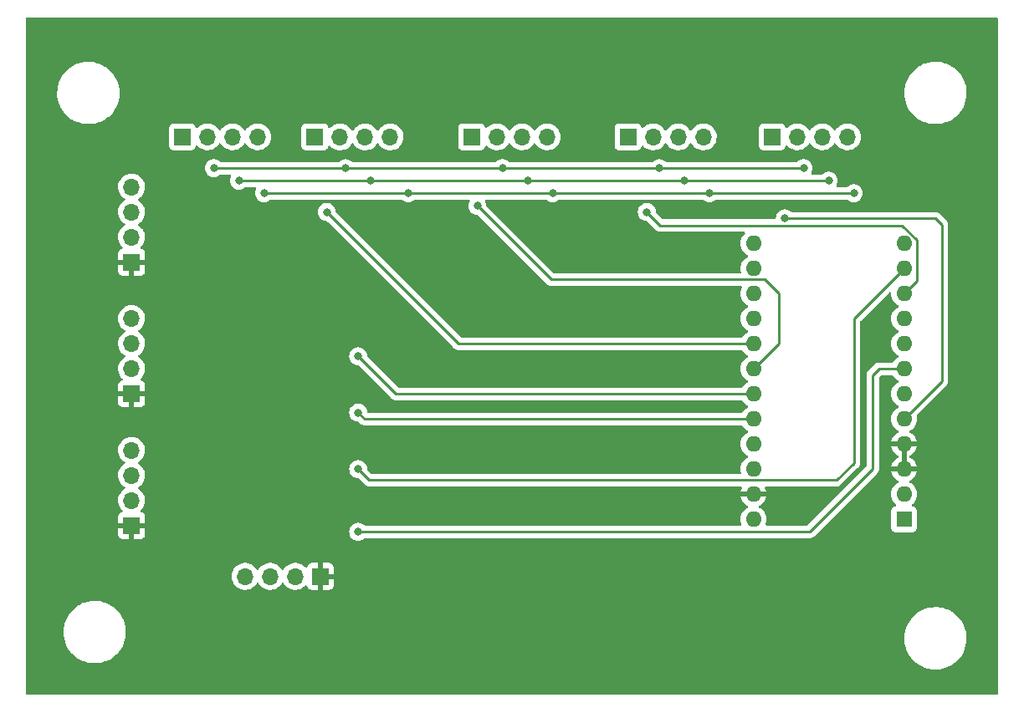
<source format=gbr>
%TF.GenerationSoftware,KiCad,Pcbnew,(6.0.4)*%
%TF.CreationDate,2022-05-05T20:35:18-04:00*%
%TF.ProjectId,mainboard,6d61696e-626f-4617-9264-2e6b69636164,0.0*%
%TF.SameCoordinates,Original*%
%TF.FileFunction,Copper,L2,Bot*%
%TF.FilePolarity,Positive*%
%FSLAX46Y46*%
G04 Gerber Fmt 4.6, Leading zero omitted, Abs format (unit mm)*
G04 Created by KiCad (PCBNEW (6.0.4)) date 2022-05-05 20:35:18*
%MOMM*%
%LPD*%
G01*
G04 APERTURE LIST*
%TA.AperFunction,ComponentPad*%
%ADD10R,1.700000X1.700000*%
%TD*%
%TA.AperFunction,ComponentPad*%
%ADD11O,1.700000X1.700000*%
%TD*%
%TA.AperFunction,ComponentPad*%
%ADD12R,1.600000X1.600000*%
%TD*%
%TA.AperFunction,ComponentPad*%
%ADD13O,1.600000X1.600000*%
%TD*%
%TA.AperFunction,ViaPad*%
%ADD14C,0.800000*%
%TD*%
%TA.AperFunction,Conductor*%
%ADD15C,0.250000*%
%TD*%
G04 APERTURE END LIST*
D10*
%TO.P,J6,1,Pin_1*%
%TO.N,GND*%
X62795000Y-55870000D03*
D11*
%TO.P,J6,2,Pin_2*%
%TO.N,unconnected-(J6-Pad2)*%
X62795000Y-53330000D03*
%TO.P,J6,3,Pin_3*%
%TO.N,unconnected-(J6-Pad3)*%
X62795000Y-50790000D03*
%TO.P,J6,4,Pin_4*%
%TO.N,/fsr1*%
X62795000Y-48250000D03*
%TD*%
D10*
%TO.P,J1,1,Pin_1*%
%TO.N,/cs1*%
X127625000Y-43170000D03*
D11*
%TO.P,J1,2,Pin_2*%
%TO.N,/MOSI*%
X130165000Y-43170000D03*
%TO.P,J1,3,Pin_3*%
%TO.N,/MISO*%
X132705000Y-43170000D03*
%TO.P,J1,4,Pin_4*%
%TO.N,/SCK*%
X135245000Y-43170000D03*
%TD*%
D10*
%TO.P,J5,1,Pin_1*%
%TO.N,/cs5*%
X67935000Y-43170000D03*
D11*
%TO.P,J5,2,Pin_2*%
%TO.N,/MOSI*%
X70475000Y-43170000D03*
%TO.P,J5,3,Pin_3*%
%TO.N,/MISO*%
X73015000Y-43170000D03*
%TO.P,J5,4,Pin_4*%
%TO.N,/SCK*%
X75555000Y-43170000D03*
%TD*%
D10*
%TO.P,J3,1,Pin_1*%
%TO.N,/cs3*%
X97215000Y-43180000D03*
D11*
%TO.P,J3,2,Pin_2*%
%TO.N,/MOSI*%
X99755000Y-43180000D03*
%TO.P,J3,3,Pin_3*%
%TO.N,/MISO*%
X102295000Y-43180000D03*
%TO.P,J3,4,Pin_4*%
%TO.N,/SCK*%
X104835000Y-43180000D03*
%TD*%
D10*
%TO.P,J9,1,Pin_1*%
%TO.N,GND*%
X81905000Y-87700000D03*
D11*
%TO.P,J9,2,Pin_2*%
%TO.N,unconnected-(J9-Pad2)*%
X79365000Y-87700000D03*
%TO.P,J9,3,Pin_3*%
%TO.N,unconnected-(J9-Pad3)*%
X76825000Y-87700000D03*
%TO.P,J9,4,Pin_4*%
%TO.N,/fsr4*%
X74285000Y-87700000D03*
%TD*%
D10*
%TO.P,J8,1,Pin_1*%
%TO.N,GND*%
X62795000Y-82540000D03*
D11*
%TO.P,J8,2,Pin_2*%
%TO.N,unconnected-(J8-Pad2)*%
X62795000Y-80000000D03*
%TO.P,J8,3,Pin_3*%
%TO.N,unconnected-(J8-Pad3)*%
X62795000Y-77460000D03*
%TO.P,J8,4,Pin_4*%
%TO.N,/fsr3*%
X62795000Y-74920000D03*
%TD*%
D10*
%TO.P,J7,1,Pin_1*%
%TO.N,GND*%
X62795000Y-69205000D03*
D11*
%TO.P,J7,2,Pin_2*%
%TO.N,unconnected-(J7-Pad2)*%
X62795000Y-66665000D03*
%TO.P,J7,3,Pin_3*%
%TO.N,unconnected-(J7-Pad3)*%
X62795000Y-64125000D03*
%TO.P,J7,4,Pin_4*%
%TO.N,/fsr2*%
X62795000Y-61585000D03*
%TD*%
D10*
%TO.P,J2,1,Pin_1*%
%TO.N,/cs2*%
X113030000Y-43180000D03*
D11*
%TO.P,J2,2,Pin_2*%
%TO.N,/MOSI*%
X115570000Y-43180000D03*
%TO.P,J2,3,Pin_3*%
%TO.N,/MISO*%
X118110000Y-43180000D03*
%TO.P,J2,4,Pin_4*%
%TO.N,/SCK*%
X120650000Y-43180000D03*
%TD*%
D10*
%TO.P,J4,1,Pin_1*%
%TO.N,/cs4*%
X81340000Y-43180000D03*
D11*
%TO.P,J4,2,Pin_2*%
%TO.N,/MOSI*%
X83880000Y-43180000D03*
%TO.P,J4,3,Pin_3*%
%TO.N,/MISO*%
X86420000Y-43180000D03*
%TO.P,J4,4,Pin_4*%
%TO.N,/SCK*%
X88960000Y-43180000D03*
%TD*%
D12*
%TO.P,U2,1,D1/TX*%
%TO.N,unconnected-(U2-Pad1)*%
X140970000Y-81915000D03*
D13*
%TO.P,U2,2,D0/RX*%
%TO.N,unconnected-(U2-Pad2)*%
X140970000Y-79375000D03*
%TO.P,U2,3,GND*%
%TO.N,GND*%
X140970000Y-76835000D03*
%TO.P,U2,4,GND*%
X140970000Y-74295000D03*
%TO.P,U2,5,D2*%
%TO.N,/cs1*%
X140970000Y-71755000D03*
%TO.P,U2,6,~D3*%
%TO.N,/led_a*%
X140970000Y-69215000D03*
%TO.P,U2,7,D4/A6*%
%TO.N,/fsr4*%
X140970000Y-66675000D03*
%TO.P,U2,8,~D5*%
%TO.N,/led_b*%
X140970000Y-64135000D03*
%TO.P,U2,9,~D6/A7*%
%TO.N,/led_c*%
X140970000Y-61595000D03*
%TO.P,U2,10,D7*%
%TO.N,/cs2*%
X140970000Y-59055000D03*
%TO.P,U2,11,D8/A8*%
%TO.N,/fsr3*%
X140970000Y-56515000D03*
%TO.P,U2,12,~D9/A9*%
%TO.N,/led_d*%
X140970000Y-53975000D03*
%TO.P,U2,13,~D10/A10*%
%TO.N,/cs5*%
X125730000Y-53975000D03*
%TO.P,U2,14,D16*%
%TO.N,/MOSI*%
X125730000Y-56515000D03*
%TO.P,U2,15,D14*%
%TO.N,/MISO*%
X125730000Y-59055000D03*
%TO.P,U2,16,D15*%
%TO.N,/SCK*%
X125730000Y-61595000D03*
%TO.P,U2,17,D18/A0*%
%TO.N,/cs4*%
X125730000Y-64135000D03*
%TO.P,U2,18,D19/A1*%
%TO.N,/cs3*%
X125730000Y-66675000D03*
%TO.P,U2,19,D20/A2*%
%TO.N,/fsr1*%
X125730000Y-69215000D03*
%TO.P,U2,20,D21/A3*%
%TO.N,/fsr2*%
X125730000Y-71755000D03*
%TO.P,U2,21,VCC*%
%TO.N,VCC*%
X125730000Y-74295000D03*
%TO.P,U2,22,RST*%
%TO.N,unconnected-(U2-Pad22)*%
X125730000Y-76835000D03*
%TO.P,U2,23,GND*%
%TO.N,GND*%
X125730000Y-79375000D03*
%TO.P,U2,24,RAW*%
%TO.N,unconnected-(U2-Pad24)*%
X125730000Y-81915000D03*
%TD*%
D14*
%TO.N,GND*%
X108585000Y-79375000D03*
X108585000Y-73660000D03*
X108585000Y-66675000D03*
X109220000Y-60960000D03*
%TO.N,/cs4*%
X82550000Y-50800000D03*
%TO.N,/cs3*%
X97790000Y-50165000D03*
%TO.N,/cs2*%
X114935000Y-50800000D03*
%TO.N,/cs1*%
X128905000Y-51435000D03*
%TO.N,/fsr1*%
X85725000Y-65405000D03*
%TO.N,/fsr2*%
X85725000Y-71120000D03*
%TO.N,/fsr4*%
X85725000Y-83185000D03*
%TO.N,/fsr3*%
X85725000Y-76835000D03*
%TO.N,/MOSI*%
X84445000Y-46345000D03*
X130800000Y-46345000D03*
X71110000Y-46345000D03*
X100320000Y-46345000D03*
X116195000Y-46345000D03*
%TO.N,/MISO*%
X73650000Y-47615000D03*
X118735000Y-47615000D03*
X133340000Y-47615000D03*
X102860000Y-47615000D03*
X86985000Y-47615000D03*
%TO.N,/SCK*%
X76190000Y-48885000D03*
X135880000Y-48885000D03*
X121275000Y-48885000D03*
X90795000Y-48885000D03*
X105400000Y-48885000D03*
%TD*%
D15*
%TO.N,/cs4*%
X82550000Y-50800000D02*
X95885000Y-64135000D01*
X95885000Y-64135000D02*
X125730000Y-64135000D01*
%TO.N,/cs3*%
X126854511Y-57639511D02*
X128270000Y-59055000D01*
X105264511Y-57639511D02*
X126854511Y-57639511D01*
X97790000Y-50165000D02*
X105264511Y-57639511D01*
X128270000Y-59055000D02*
X128270000Y-64135000D01*
X128270000Y-64135000D02*
X125730000Y-66675000D01*
%TO.N,/cs2*%
X114935000Y-50800000D02*
X116294511Y-52159511D01*
X116294511Y-52159511D02*
X140744811Y-52159511D01*
X140744811Y-52159511D02*
X142240000Y-53654700D01*
X142240000Y-53654700D02*
X142240000Y-57785000D01*
X142240000Y-57785000D02*
X140970000Y-59055000D01*
%TO.N,/cs1*%
X128905000Y-51435000D02*
X144145000Y-51435000D01*
X144145000Y-51435000D02*
X144780000Y-52070000D01*
X144780000Y-52070000D02*
X144780000Y-67945000D01*
X144780000Y-67945000D02*
X140970000Y-71755000D01*
%TO.N,/fsr1*%
X85725000Y-65405000D02*
X89535000Y-69215000D01*
X89535000Y-69215000D02*
X125730000Y-69215000D01*
%TO.N,/fsr2*%
X85725000Y-71120000D02*
X86360000Y-71755000D01*
X86360000Y-71755000D02*
X125730000Y-71755000D01*
%TO.N,/fsr3*%
X134130489Y-77959511D02*
X135890000Y-76200000D01*
X86849511Y-77959511D02*
X134130489Y-77959511D01*
X135890000Y-76200000D02*
X135890000Y-61595000D01*
X85725000Y-76835000D02*
X86849511Y-77959511D01*
X135890000Y-61595000D02*
X140970000Y-56515000D01*
%TO.N,/fsr4*%
X137795000Y-76835000D02*
X137795000Y-67310000D01*
X131445000Y-83185000D02*
X137795000Y-76835000D01*
X85725000Y-83185000D02*
X131445000Y-83185000D01*
X137795000Y-67310000D02*
X138430000Y-66675000D01*
X138430000Y-66675000D02*
X140970000Y-66675000D01*
%TO.N,/SCK*%
X76210000Y-48885000D02*
X135880000Y-48885000D01*
%TO.N,/MISO*%
X73670000Y-47615000D02*
X133340000Y-47615000D01*
%TO.N,/MOSI*%
X71130000Y-46345000D02*
X84445000Y-46345000D01*
X100320000Y-46345000D02*
X130800000Y-46345000D01*
X84445000Y-46345000D02*
X100320000Y-46345000D01*
%TD*%
%TA.AperFunction,Conductor*%
%TO.N,GND*%
G36*
X150437121Y-31135002D02*
G01*
X150483614Y-31188658D01*
X150495000Y-31241000D01*
X150495000Y-99569000D01*
X150474998Y-99637121D01*
X150421342Y-99683614D01*
X150369000Y-99695000D01*
X52196000Y-99695000D01*
X52127879Y-99674998D01*
X52081386Y-99621342D01*
X52070000Y-99569000D01*
X52070000Y-93322915D01*
X55891600Y-93322915D01*
X55893760Y-93367085D01*
X55907395Y-93645856D01*
X55908853Y-93675673D01*
X55909415Y-93679141D01*
X55909415Y-93679144D01*
X55954566Y-93957915D01*
X55965320Y-94024310D01*
X56060297Y-94364480D01*
X56192600Y-94691943D01*
X56194269Y-94695030D01*
X56194271Y-94695034D01*
X56214138Y-94731777D01*
X56360581Y-95002617D01*
X56562146Y-95292631D01*
X56564459Y-95295273D01*
X56564462Y-95295277D01*
X56594890Y-95330034D01*
X56794782Y-95558369D01*
X57055590Y-95796519D01*
X57341319Y-96004113D01*
X57344385Y-96005855D01*
X57344387Y-96005856D01*
X57382982Y-96027781D01*
X57648407Y-96178564D01*
X57682950Y-96193369D01*
X57969795Y-96316311D01*
X57969799Y-96316312D01*
X57973027Y-96317696D01*
X58025313Y-96333482D01*
X58307757Y-96418757D01*
X58307762Y-96418758D01*
X58311133Y-96419776D01*
X58510348Y-96456339D01*
X58655039Y-96482895D01*
X58655043Y-96482896D01*
X58658511Y-96483532D01*
X58848986Y-96496852D01*
X58941872Y-96503347D01*
X58941876Y-96503347D01*
X58944062Y-96503500D01*
X59144020Y-96503500D01*
X59145749Y-96503403D01*
X59145761Y-96503403D01*
X59333282Y-96492919D01*
X59407629Y-96488762D01*
X59481519Y-96476265D01*
X59752396Y-96430450D01*
X59752404Y-96430448D01*
X59755864Y-96429863D01*
X60095362Y-96332513D01*
X60209215Y-96285586D01*
X60418648Y-96199264D01*
X60418655Y-96199260D01*
X60421893Y-96197926D01*
X60613219Y-96092744D01*
X60728308Y-96029474D01*
X60728312Y-96029471D01*
X60731387Y-96027781D01*
X61019987Y-95824196D01*
X61226879Y-95640509D01*
X61281467Y-95592044D01*
X61281473Y-95592038D01*
X61284094Y-95589711D01*
X61520418Y-95327247D01*
X61589621Y-95230585D01*
X61723960Y-95042943D01*
X61723964Y-95042936D01*
X61726012Y-95040076D01*
X61898314Y-94731777D01*
X62035177Y-94406193D01*
X62036167Y-94402830D01*
X62036170Y-94402821D01*
X62133903Y-94070749D01*
X62134894Y-94067383D01*
X62154196Y-93957915D01*
X140981600Y-93957915D01*
X140998853Y-94310673D01*
X140999415Y-94314141D01*
X140999415Y-94314144D01*
X141013778Y-94402821D01*
X141055320Y-94659310D01*
X141056266Y-94662697D01*
X141056267Y-94662703D01*
X141135082Y-94944987D01*
X141150297Y-94999480D01*
X141165788Y-95037821D01*
X141267572Y-95289746D01*
X141282600Y-95326943D01*
X141284269Y-95330030D01*
X141284271Y-95330034D01*
X141304138Y-95366777D01*
X141450581Y-95637617D01*
X141652146Y-95927631D01*
X141654459Y-95930273D01*
X141654462Y-95930277D01*
X141741303Y-96029474D01*
X141884782Y-96193369D01*
X142145590Y-96431519D01*
X142431319Y-96639113D01*
X142434385Y-96640855D01*
X142434387Y-96640856D01*
X142472982Y-96662781D01*
X142738407Y-96813564D01*
X142779637Y-96831235D01*
X143059795Y-96951311D01*
X143059799Y-96951312D01*
X143063027Y-96952696D01*
X143115313Y-96968482D01*
X143397757Y-97053757D01*
X143397762Y-97053758D01*
X143401133Y-97054776D01*
X143600348Y-97091339D01*
X143745039Y-97117895D01*
X143745043Y-97117896D01*
X143748511Y-97118532D01*
X143938986Y-97131852D01*
X144031872Y-97138347D01*
X144031876Y-97138347D01*
X144034062Y-97138500D01*
X144234020Y-97138500D01*
X144235749Y-97138403D01*
X144235761Y-97138403D01*
X144423282Y-97127919D01*
X144497629Y-97123762D01*
X144571519Y-97111265D01*
X144842396Y-97065450D01*
X144842404Y-97065448D01*
X144845864Y-97064863D01*
X145185362Y-96967513D01*
X145299215Y-96920586D01*
X145508648Y-96834264D01*
X145508655Y-96834260D01*
X145511893Y-96832926D01*
X145703219Y-96727744D01*
X145818308Y-96664474D01*
X145818312Y-96664471D01*
X145821387Y-96662781D01*
X146109987Y-96459196D01*
X146268217Y-96318713D01*
X146371467Y-96227044D01*
X146371473Y-96227038D01*
X146374094Y-96224711D01*
X146398212Y-96197926D01*
X146608059Y-95964867D01*
X146608060Y-95964866D01*
X146610418Y-95962247D01*
X146727586Y-95798588D01*
X146813960Y-95677943D01*
X146813964Y-95677936D01*
X146816012Y-95675076D01*
X146988314Y-95366777D01*
X147125177Y-95041193D01*
X147126167Y-95037830D01*
X147126170Y-95037821D01*
X147223903Y-94705749D01*
X147224894Y-94702383D01*
X147286224Y-94354568D01*
X147304292Y-94067383D01*
X147308179Y-94005603D01*
X147308179Y-94005597D01*
X147308400Y-94002085D01*
X147294752Y-93723026D01*
X147291319Y-93652834D01*
X147291318Y-93652826D01*
X147291147Y-93649327D01*
X147283478Y-93601974D01*
X147235243Y-93304165D01*
X147235242Y-93304162D01*
X147234680Y-93300690D01*
X147139703Y-92960520D01*
X147007400Y-92633057D01*
X147003625Y-92626074D01*
X146841115Y-92325520D01*
X146839419Y-92322383D01*
X146637854Y-92032369D01*
X146605257Y-91995133D01*
X146407537Y-91769280D01*
X146405218Y-91766631D01*
X146144410Y-91528481D01*
X145858681Y-91320887D01*
X145820592Y-91299249D01*
X145554659Y-91148178D01*
X145551593Y-91146436D01*
X145389212Y-91076840D01*
X145230205Y-91008689D01*
X145230201Y-91008688D01*
X145226973Y-91007304D01*
X145101505Y-90969423D01*
X144892243Y-90906243D01*
X144892238Y-90906242D01*
X144888867Y-90905224D01*
X144674085Y-90865804D01*
X144544961Y-90842105D01*
X144544957Y-90842104D01*
X144541489Y-90841468D01*
X144351014Y-90828148D01*
X144258128Y-90821653D01*
X144258124Y-90821653D01*
X144255938Y-90821500D01*
X144055980Y-90821500D01*
X144054251Y-90821597D01*
X144054239Y-90821597D01*
X143866718Y-90832081D01*
X143792371Y-90836238D01*
X143757683Y-90842105D01*
X143447604Y-90894550D01*
X143447596Y-90894552D01*
X143444136Y-90895137D01*
X143104638Y-90992487D01*
X142990785Y-91039414D01*
X142781352Y-91125736D01*
X142781345Y-91125740D01*
X142778107Y-91127074D01*
X142586781Y-91232256D01*
X142471692Y-91295526D01*
X142471688Y-91295529D01*
X142468613Y-91297219D01*
X142180013Y-91500804D01*
X142093930Y-91577232D01*
X141918533Y-91732956D01*
X141918527Y-91732962D01*
X141915906Y-91735289D01*
X141679582Y-91997753D01*
X141652734Y-92035254D01*
X141476040Y-92282057D01*
X141476036Y-92282064D01*
X141473988Y-92284924D01*
X141301686Y-92593223D01*
X141164823Y-92918807D01*
X141163833Y-92922170D01*
X141163830Y-92922179D01*
X141136710Y-93014327D01*
X141065106Y-93257617D01*
X141003776Y-93605432D01*
X141003555Y-93608941D01*
X141003555Y-93608943D01*
X140999139Y-93679144D01*
X140981600Y-93957915D01*
X62154196Y-93957915D01*
X62196224Y-93719568D01*
X62199206Y-93672166D01*
X62218179Y-93370603D01*
X62218179Y-93370597D01*
X62218400Y-93367085D01*
X62201147Y-93014327D01*
X62193478Y-92966974D01*
X62145243Y-92669165D01*
X62145242Y-92669162D01*
X62144680Y-92665690D01*
X62125353Y-92596466D01*
X62050650Y-92328912D01*
X62049703Y-92325520D01*
X61983551Y-92161788D01*
X61918719Y-92001321D01*
X61918717Y-92001317D01*
X61917400Y-91998057D01*
X61897616Y-91961466D01*
X61857256Y-91886823D01*
X61749419Y-91687383D01*
X61547854Y-91397369D01*
X61515257Y-91360133D01*
X61317537Y-91134280D01*
X61315218Y-91131631D01*
X61054410Y-90893481D01*
X60768681Y-90685887D01*
X60730592Y-90664249D01*
X60464659Y-90513178D01*
X60461593Y-90511436D01*
X60299212Y-90441840D01*
X60140205Y-90373689D01*
X60140201Y-90373688D01*
X60136973Y-90372304D01*
X60011505Y-90334423D01*
X59802243Y-90271243D01*
X59802238Y-90271242D01*
X59798867Y-90270224D01*
X59599652Y-90233661D01*
X59454961Y-90207105D01*
X59454957Y-90207104D01*
X59451489Y-90206468D01*
X59261014Y-90193148D01*
X59168128Y-90186653D01*
X59168124Y-90186653D01*
X59165938Y-90186500D01*
X58965980Y-90186500D01*
X58964251Y-90186597D01*
X58964239Y-90186597D01*
X58776718Y-90197081D01*
X58702371Y-90201238D01*
X58667683Y-90207105D01*
X58357604Y-90259550D01*
X58357596Y-90259552D01*
X58354136Y-90260137D01*
X58014638Y-90357487D01*
X57900785Y-90404414D01*
X57691352Y-90490736D01*
X57691345Y-90490740D01*
X57688107Y-90492074D01*
X57496781Y-90597256D01*
X57381692Y-90660526D01*
X57381688Y-90660529D01*
X57378613Y-90662219D01*
X57090013Y-90865804D01*
X57003930Y-90942232D01*
X56828533Y-91097956D01*
X56828527Y-91097962D01*
X56825906Y-91100289D01*
X56823555Y-91102900D01*
X56823553Y-91102902D01*
X56648589Y-91297219D01*
X56589582Y-91362753D01*
X56562734Y-91400254D01*
X56386040Y-91647057D01*
X56386036Y-91647064D01*
X56383988Y-91649924D01*
X56211686Y-91958223D01*
X56074823Y-92283807D01*
X56073833Y-92287170D01*
X56073830Y-92287179D01*
X56012292Y-92496268D01*
X55975106Y-92622617D01*
X55913776Y-92970432D01*
X55913555Y-92973941D01*
X55913555Y-92973943D01*
X55892780Y-93304165D01*
X55891600Y-93322915D01*
X52070000Y-93322915D01*
X52070000Y-87666695D01*
X72922251Y-87666695D01*
X72935110Y-87889715D01*
X72936247Y-87894761D01*
X72936248Y-87894767D01*
X72950606Y-87958475D01*
X72984222Y-88107639D01*
X73068266Y-88314616D01*
X73119942Y-88398944D01*
X73182291Y-88500688D01*
X73184987Y-88505088D01*
X73331250Y-88673938D01*
X73503126Y-88816632D01*
X73696000Y-88929338D01*
X73904692Y-89009030D01*
X73909760Y-89010061D01*
X73909763Y-89010062D01*
X74017017Y-89031883D01*
X74123597Y-89053567D01*
X74128772Y-89053757D01*
X74128774Y-89053757D01*
X74341673Y-89061564D01*
X74341677Y-89061564D01*
X74346837Y-89061753D01*
X74351957Y-89061097D01*
X74351959Y-89061097D01*
X74563288Y-89034025D01*
X74563289Y-89034025D01*
X74568416Y-89033368D01*
X74573366Y-89031883D01*
X74777429Y-88970661D01*
X74777434Y-88970659D01*
X74782384Y-88969174D01*
X74982994Y-88870896D01*
X75164860Y-88741173D01*
X75323096Y-88583489D01*
X75382594Y-88500689D01*
X75453453Y-88402077D01*
X75454776Y-88403028D01*
X75501645Y-88359857D01*
X75571580Y-88347625D01*
X75637026Y-88375144D01*
X75664875Y-88406994D01*
X75724987Y-88505088D01*
X75871250Y-88673938D01*
X76043126Y-88816632D01*
X76236000Y-88929338D01*
X76444692Y-89009030D01*
X76449760Y-89010061D01*
X76449763Y-89010062D01*
X76557017Y-89031883D01*
X76663597Y-89053567D01*
X76668772Y-89053757D01*
X76668774Y-89053757D01*
X76881673Y-89061564D01*
X76881677Y-89061564D01*
X76886837Y-89061753D01*
X76891957Y-89061097D01*
X76891959Y-89061097D01*
X77103288Y-89034025D01*
X77103289Y-89034025D01*
X77108416Y-89033368D01*
X77113366Y-89031883D01*
X77317429Y-88970661D01*
X77317434Y-88970659D01*
X77322384Y-88969174D01*
X77522994Y-88870896D01*
X77704860Y-88741173D01*
X77863096Y-88583489D01*
X77922594Y-88500689D01*
X77993453Y-88402077D01*
X77994776Y-88403028D01*
X78041645Y-88359857D01*
X78111580Y-88347625D01*
X78177026Y-88375144D01*
X78204875Y-88406994D01*
X78264987Y-88505088D01*
X78411250Y-88673938D01*
X78583126Y-88816632D01*
X78776000Y-88929338D01*
X78984692Y-89009030D01*
X78989760Y-89010061D01*
X78989763Y-89010062D01*
X79097017Y-89031883D01*
X79203597Y-89053567D01*
X79208772Y-89053757D01*
X79208774Y-89053757D01*
X79421673Y-89061564D01*
X79421677Y-89061564D01*
X79426837Y-89061753D01*
X79431957Y-89061097D01*
X79431959Y-89061097D01*
X79643288Y-89034025D01*
X79643289Y-89034025D01*
X79648416Y-89033368D01*
X79653366Y-89031883D01*
X79857429Y-88970661D01*
X79857434Y-88970659D01*
X79862384Y-88969174D01*
X80062994Y-88870896D01*
X80244860Y-88741173D01*
X80312331Y-88673938D01*
X80353479Y-88632933D01*
X80415851Y-88599017D01*
X80486658Y-88604205D01*
X80543419Y-88646851D01*
X80560401Y-88677954D01*
X80601676Y-88788054D01*
X80610214Y-88803649D01*
X80686715Y-88905724D01*
X80699276Y-88918285D01*
X80801351Y-88994786D01*
X80816946Y-89003324D01*
X80937394Y-89048478D01*
X80952649Y-89052105D01*
X81003514Y-89057631D01*
X81010328Y-89058000D01*
X81632885Y-89058000D01*
X81648124Y-89053525D01*
X81649329Y-89052135D01*
X81651000Y-89044452D01*
X81651000Y-89039884D01*
X82159000Y-89039884D01*
X82163475Y-89055123D01*
X82164865Y-89056328D01*
X82172548Y-89057999D01*
X82799669Y-89057999D01*
X82806490Y-89057629D01*
X82857352Y-89052105D01*
X82872604Y-89048479D01*
X82993054Y-89003324D01*
X83008649Y-88994786D01*
X83110724Y-88918285D01*
X83123285Y-88905724D01*
X83199786Y-88803649D01*
X83208324Y-88788054D01*
X83253478Y-88667606D01*
X83257105Y-88652351D01*
X83262631Y-88601486D01*
X83263000Y-88594672D01*
X83263000Y-87972115D01*
X83258525Y-87956876D01*
X83257135Y-87955671D01*
X83249452Y-87954000D01*
X82177115Y-87954000D01*
X82161876Y-87958475D01*
X82160671Y-87959865D01*
X82159000Y-87967548D01*
X82159000Y-89039884D01*
X81651000Y-89039884D01*
X81651000Y-87427885D01*
X82159000Y-87427885D01*
X82163475Y-87443124D01*
X82164865Y-87444329D01*
X82172548Y-87446000D01*
X83244884Y-87446000D01*
X83260123Y-87441525D01*
X83261328Y-87440135D01*
X83262999Y-87432452D01*
X83262999Y-86805331D01*
X83262629Y-86798510D01*
X83257105Y-86747648D01*
X83253479Y-86732396D01*
X83208324Y-86611946D01*
X83199786Y-86596351D01*
X83123285Y-86494276D01*
X83110724Y-86481715D01*
X83008649Y-86405214D01*
X82993054Y-86396676D01*
X82872606Y-86351522D01*
X82857351Y-86347895D01*
X82806486Y-86342369D01*
X82799672Y-86342000D01*
X82177115Y-86342000D01*
X82161876Y-86346475D01*
X82160671Y-86347865D01*
X82159000Y-86355548D01*
X82159000Y-87427885D01*
X81651000Y-87427885D01*
X81651000Y-86360116D01*
X81646525Y-86344877D01*
X81645135Y-86343672D01*
X81637452Y-86342001D01*
X81010331Y-86342001D01*
X81003510Y-86342371D01*
X80952648Y-86347895D01*
X80937396Y-86351521D01*
X80816946Y-86396676D01*
X80801351Y-86405214D01*
X80699276Y-86481715D01*
X80686715Y-86494276D01*
X80610214Y-86596351D01*
X80601676Y-86611946D01*
X80560297Y-86722322D01*
X80517655Y-86779087D01*
X80451093Y-86803786D01*
X80381744Y-86788578D01*
X80349121Y-86762891D01*
X80298151Y-86706876D01*
X80298145Y-86706870D01*
X80294670Y-86703051D01*
X80290619Y-86699852D01*
X80290615Y-86699848D01*
X80123414Y-86567800D01*
X80123410Y-86567798D01*
X80119359Y-86564598D01*
X79923789Y-86456638D01*
X79918920Y-86454914D01*
X79918916Y-86454912D01*
X79718087Y-86383795D01*
X79718083Y-86383794D01*
X79713212Y-86382069D01*
X79708119Y-86381162D01*
X79708116Y-86381161D01*
X79498373Y-86343800D01*
X79498367Y-86343799D01*
X79493284Y-86342894D01*
X79419452Y-86341992D01*
X79275081Y-86340228D01*
X79275079Y-86340228D01*
X79269911Y-86340165D01*
X79049091Y-86373955D01*
X78836756Y-86443357D01*
X78638607Y-86546507D01*
X78634474Y-86549610D01*
X78634471Y-86549612D01*
X78551450Y-86611946D01*
X78459965Y-86680635D01*
X78305629Y-86842138D01*
X78198201Y-86999621D01*
X78143293Y-87044621D01*
X78072768Y-87052792D01*
X78009021Y-87021538D01*
X77988324Y-86997054D01*
X77907822Y-86872617D01*
X77907820Y-86872614D01*
X77905014Y-86868277D01*
X77754670Y-86703051D01*
X77750619Y-86699852D01*
X77750615Y-86699848D01*
X77583414Y-86567800D01*
X77583410Y-86567798D01*
X77579359Y-86564598D01*
X77383789Y-86456638D01*
X77378920Y-86454914D01*
X77378916Y-86454912D01*
X77178087Y-86383795D01*
X77178083Y-86383794D01*
X77173212Y-86382069D01*
X77168119Y-86381162D01*
X77168116Y-86381161D01*
X76958373Y-86343800D01*
X76958367Y-86343799D01*
X76953284Y-86342894D01*
X76879452Y-86341992D01*
X76735081Y-86340228D01*
X76735079Y-86340228D01*
X76729911Y-86340165D01*
X76509091Y-86373955D01*
X76296756Y-86443357D01*
X76098607Y-86546507D01*
X76094474Y-86549610D01*
X76094471Y-86549612D01*
X76011450Y-86611946D01*
X75919965Y-86680635D01*
X75765629Y-86842138D01*
X75658201Y-86999621D01*
X75603293Y-87044621D01*
X75532768Y-87052792D01*
X75469021Y-87021538D01*
X75448324Y-86997054D01*
X75367822Y-86872617D01*
X75367820Y-86872614D01*
X75365014Y-86868277D01*
X75214670Y-86703051D01*
X75210619Y-86699852D01*
X75210615Y-86699848D01*
X75043414Y-86567800D01*
X75043410Y-86567798D01*
X75039359Y-86564598D01*
X74843789Y-86456638D01*
X74838920Y-86454914D01*
X74838916Y-86454912D01*
X74638087Y-86383795D01*
X74638083Y-86383794D01*
X74633212Y-86382069D01*
X74628119Y-86381162D01*
X74628116Y-86381161D01*
X74418373Y-86343800D01*
X74418367Y-86343799D01*
X74413284Y-86342894D01*
X74339452Y-86341992D01*
X74195081Y-86340228D01*
X74195079Y-86340228D01*
X74189911Y-86340165D01*
X73969091Y-86373955D01*
X73756756Y-86443357D01*
X73558607Y-86546507D01*
X73554474Y-86549610D01*
X73554471Y-86549612D01*
X73471450Y-86611946D01*
X73379965Y-86680635D01*
X73225629Y-86842138D01*
X73099743Y-87026680D01*
X73005688Y-87229305D01*
X72945989Y-87444570D01*
X72922251Y-87666695D01*
X52070000Y-87666695D01*
X52070000Y-83434669D01*
X61437001Y-83434669D01*
X61437371Y-83441490D01*
X61442895Y-83492352D01*
X61446521Y-83507604D01*
X61491676Y-83628054D01*
X61500214Y-83643649D01*
X61576715Y-83745724D01*
X61589276Y-83758285D01*
X61691351Y-83834786D01*
X61706946Y-83843324D01*
X61827394Y-83888478D01*
X61842649Y-83892105D01*
X61893514Y-83897631D01*
X61900328Y-83898000D01*
X62522885Y-83898000D01*
X62538124Y-83893525D01*
X62539329Y-83892135D01*
X62541000Y-83884452D01*
X62541000Y-83879884D01*
X63049000Y-83879884D01*
X63053475Y-83895123D01*
X63054865Y-83896328D01*
X63062548Y-83897999D01*
X63689669Y-83897999D01*
X63696490Y-83897629D01*
X63747352Y-83892105D01*
X63762604Y-83888479D01*
X63883054Y-83843324D01*
X63898649Y-83834786D01*
X64000724Y-83758285D01*
X64013285Y-83745724D01*
X64089786Y-83643649D01*
X64098324Y-83628054D01*
X64143478Y-83507606D01*
X64147105Y-83492351D01*
X64152631Y-83441486D01*
X64153000Y-83434672D01*
X64153000Y-82812115D01*
X64148525Y-82796876D01*
X64147135Y-82795671D01*
X64139452Y-82794000D01*
X63067115Y-82794000D01*
X63051876Y-82798475D01*
X63050671Y-82799865D01*
X63049000Y-82807548D01*
X63049000Y-83879884D01*
X62541000Y-83879884D01*
X62541000Y-82812115D01*
X62536525Y-82796876D01*
X62535135Y-82795671D01*
X62527452Y-82794000D01*
X61455116Y-82794000D01*
X61439877Y-82798475D01*
X61438672Y-82799865D01*
X61437001Y-82807548D01*
X61437001Y-83434669D01*
X52070000Y-83434669D01*
X52070000Y-79966695D01*
X61432251Y-79966695D01*
X61432548Y-79971848D01*
X61432548Y-79971851D01*
X61438011Y-80066590D01*
X61445110Y-80189715D01*
X61446247Y-80194761D01*
X61446248Y-80194767D01*
X61466119Y-80282939D01*
X61494222Y-80407639D01*
X61542479Y-80526483D01*
X61561388Y-80573049D01*
X61578266Y-80614616D01*
X61580965Y-80619020D01*
X61680002Y-80780634D01*
X61694987Y-80805088D01*
X61841250Y-80973938D01*
X61845225Y-80977238D01*
X61845231Y-80977244D01*
X61850425Y-80981556D01*
X61890059Y-81040460D01*
X61891555Y-81111441D01*
X61854439Y-81171962D01*
X61814168Y-81196480D01*
X61706946Y-81236676D01*
X61691351Y-81245214D01*
X61589276Y-81321715D01*
X61576715Y-81334276D01*
X61500214Y-81436351D01*
X61491676Y-81451946D01*
X61446522Y-81572394D01*
X61442895Y-81587649D01*
X61437369Y-81638514D01*
X61437000Y-81645328D01*
X61437000Y-82267885D01*
X61441475Y-82283124D01*
X61442865Y-82284329D01*
X61450548Y-82286000D01*
X64134884Y-82286000D01*
X64150123Y-82281525D01*
X64151328Y-82280135D01*
X64152999Y-82272452D01*
X64152999Y-81645331D01*
X64152629Y-81638510D01*
X64147105Y-81587648D01*
X64143479Y-81572396D01*
X64098324Y-81451946D01*
X64089786Y-81436351D01*
X64013285Y-81334276D01*
X64000724Y-81321715D01*
X63898649Y-81245214D01*
X63883054Y-81236676D01*
X63772813Y-81195348D01*
X63716049Y-81152706D01*
X63691349Y-81086145D01*
X63706557Y-81016796D01*
X63728104Y-80988115D01*
X63829430Y-80887144D01*
X63829440Y-80887132D01*
X63833096Y-80883489D01*
X63892594Y-80800689D01*
X63960435Y-80706277D01*
X63963453Y-80702077D01*
X63982082Y-80664385D01*
X64060136Y-80506453D01*
X64060137Y-80506451D01*
X64062430Y-80501811D01*
X64127370Y-80288069D01*
X64156529Y-80066590D01*
X64158156Y-80000000D01*
X64139852Y-79777361D01*
X64085431Y-79560702D01*
X63996354Y-79355840D01*
X63875014Y-79168277D01*
X63724670Y-79003051D01*
X63720619Y-78999852D01*
X63720615Y-78999848D01*
X63553414Y-78867800D01*
X63553410Y-78867798D01*
X63549359Y-78864598D01*
X63508053Y-78841796D01*
X63458084Y-78791364D01*
X63443312Y-78721921D01*
X63468428Y-78655516D01*
X63495780Y-78628909D01*
X63557993Y-78584533D01*
X63674860Y-78501173D01*
X63682987Y-78493075D01*
X63829435Y-78347137D01*
X63833096Y-78343489D01*
X63892594Y-78260689D01*
X63960435Y-78166277D01*
X63963453Y-78162077D01*
X64062430Y-77961811D01*
X64127370Y-77748069D01*
X64156529Y-77526590D01*
X64158156Y-77460000D01*
X64139852Y-77237361D01*
X64085431Y-77020702D01*
X63996354Y-76815840D01*
X63885879Y-76645072D01*
X63877822Y-76632617D01*
X63877820Y-76632614D01*
X63875014Y-76628277D01*
X63724670Y-76463051D01*
X63720619Y-76459852D01*
X63720615Y-76459848D01*
X63553414Y-76327800D01*
X63553410Y-76327798D01*
X63549359Y-76324598D01*
X63508053Y-76301796D01*
X63458084Y-76251364D01*
X63443312Y-76181921D01*
X63468428Y-76115516D01*
X63495780Y-76088909D01*
X63539603Y-76057650D01*
X63674860Y-75961173D01*
X63709655Y-75926500D01*
X63829435Y-75807137D01*
X63833096Y-75803489D01*
X63892594Y-75720689D01*
X63960435Y-75626277D01*
X63963453Y-75622077D01*
X63991169Y-75565999D01*
X64060136Y-75426453D01*
X64060137Y-75426451D01*
X64062430Y-75421811D01*
X64127370Y-75208069D01*
X64156529Y-74986590D01*
X64158156Y-74920000D01*
X64139852Y-74697361D01*
X64085431Y-74480702D01*
X63996354Y-74275840D01*
X63875014Y-74088277D01*
X63724670Y-73923051D01*
X63720619Y-73919852D01*
X63720615Y-73919848D01*
X63553414Y-73787800D01*
X63553410Y-73787798D01*
X63549359Y-73784598D01*
X63353789Y-73676638D01*
X63348920Y-73674914D01*
X63348916Y-73674912D01*
X63148087Y-73603795D01*
X63148083Y-73603794D01*
X63143212Y-73602069D01*
X63138119Y-73601162D01*
X63138116Y-73601161D01*
X62928373Y-73563800D01*
X62928367Y-73563799D01*
X62923284Y-73562894D01*
X62849452Y-73561992D01*
X62705081Y-73560228D01*
X62705079Y-73560228D01*
X62699911Y-73560165D01*
X62479091Y-73593955D01*
X62266756Y-73663357D01*
X62068607Y-73766507D01*
X62064474Y-73769610D01*
X62064471Y-73769612D01*
X61955983Y-73851067D01*
X61889965Y-73900635D01*
X61735629Y-74062138D01*
X61732715Y-74066410D01*
X61732714Y-74066411D01*
X61720404Y-74084457D01*
X61609743Y-74246680D01*
X61515688Y-74449305D01*
X61455989Y-74664570D01*
X61432251Y-74886695D01*
X61432548Y-74891848D01*
X61432548Y-74891851D01*
X61438011Y-74986590D01*
X61445110Y-75109715D01*
X61446247Y-75114761D01*
X61446248Y-75114767D01*
X61466119Y-75202939D01*
X61494222Y-75327639D01*
X61578266Y-75534616D01*
X61618772Y-75600716D01*
X61680002Y-75700634D01*
X61694987Y-75725088D01*
X61841250Y-75893938D01*
X62013126Y-76036632D01*
X62025533Y-76043882D01*
X62086445Y-76079476D01*
X62135169Y-76131114D01*
X62148240Y-76200897D01*
X62121509Y-76266669D01*
X62081055Y-76300027D01*
X62068607Y-76306507D01*
X62064474Y-76309610D01*
X62064471Y-76309612D01*
X61897390Y-76435060D01*
X61889965Y-76440635D01*
X61886393Y-76444373D01*
X61767897Y-76568372D01*
X61735629Y-76602138D01*
X61732715Y-76606410D01*
X61732714Y-76606411D01*
X61666377Y-76703657D01*
X61609743Y-76786680D01*
X61590361Y-76828435D01*
X61527615Y-76963611D01*
X61515688Y-76989305D01*
X61455989Y-77204570D01*
X61432251Y-77426695D01*
X61432548Y-77431848D01*
X61432548Y-77431851D01*
X61438011Y-77526590D01*
X61445110Y-77649715D01*
X61446247Y-77654761D01*
X61446248Y-77654767D01*
X61465936Y-77742128D01*
X61494222Y-77867639D01*
X61578266Y-78074616D01*
X61580965Y-78079020D01*
X61680002Y-78240634D01*
X61694987Y-78265088D01*
X61841250Y-78433938D01*
X62013126Y-78576632D01*
X62041262Y-78593073D01*
X62086445Y-78619476D01*
X62135169Y-78671114D01*
X62148240Y-78740897D01*
X62121509Y-78806669D01*
X62081055Y-78840027D01*
X62068607Y-78846507D01*
X62064474Y-78849610D01*
X62064471Y-78849612D01*
X61955983Y-78931067D01*
X61889965Y-78980635D01*
X61735629Y-79142138D01*
X61732715Y-79146410D01*
X61732714Y-79146411D01*
X61720404Y-79164457D01*
X61609743Y-79326680D01*
X61515688Y-79529305D01*
X61455989Y-79744570D01*
X61432251Y-79966695D01*
X52070000Y-79966695D01*
X52070000Y-70099669D01*
X61437001Y-70099669D01*
X61437371Y-70106490D01*
X61442895Y-70157352D01*
X61446521Y-70172604D01*
X61491676Y-70293054D01*
X61500214Y-70308649D01*
X61576715Y-70410724D01*
X61589276Y-70423285D01*
X61691351Y-70499786D01*
X61706946Y-70508324D01*
X61827394Y-70553478D01*
X61842649Y-70557105D01*
X61893514Y-70562631D01*
X61900328Y-70563000D01*
X62522885Y-70563000D01*
X62538124Y-70558525D01*
X62539329Y-70557135D01*
X62541000Y-70549452D01*
X62541000Y-70544884D01*
X63049000Y-70544884D01*
X63053475Y-70560123D01*
X63054865Y-70561328D01*
X63062548Y-70562999D01*
X63689669Y-70562999D01*
X63696490Y-70562629D01*
X63747352Y-70557105D01*
X63762604Y-70553479D01*
X63883054Y-70508324D01*
X63898649Y-70499786D01*
X64000724Y-70423285D01*
X64013285Y-70410724D01*
X64089786Y-70308649D01*
X64098324Y-70293054D01*
X64143478Y-70172606D01*
X64147105Y-70157351D01*
X64152631Y-70106486D01*
X64153000Y-70099672D01*
X64153000Y-69477115D01*
X64148525Y-69461876D01*
X64147135Y-69460671D01*
X64139452Y-69459000D01*
X63067115Y-69459000D01*
X63051876Y-69463475D01*
X63050671Y-69464865D01*
X63049000Y-69472548D01*
X63049000Y-70544884D01*
X62541000Y-70544884D01*
X62541000Y-69477115D01*
X62536525Y-69461876D01*
X62535135Y-69460671D01*
X62527452Y-69459000D01*
X61455116Y-69459000D01*
X61439877Y-69463475D01*
X61438672Y-69464865D01*
X61437001Y-69472548D01*
X61437001Y-70099669D01*
X52070000Y-70099669D01*
X52070000Y-66631695D01*
X61432251Y-66631695D01*
X61432548Y-66636848D01*
X61432548Y-66636851D01*
X61442681Y-66812593D01*
X61445110Y-66854715D01*
X61446247Y-66859761D01*
X61446248Y-66859767D01*
X61463131Y-66934679D01*
X61494222Y-67072639D01*
X61578266Y-67279616D01*
X61694987Y-67470088D01*
X61841250Y-67638938D01*
X61845225Y-67642238D01*
X61845231Y-67642244D01*
X61850425Y-67646556D01*
X61890059Y-67705460D01*
X61891555Y-67776441D01*
X61854439Y-67836962D01*
X61814168Y-67861480D01*
X61706946Y-67901676D01*
X61691351Y-67910214D01*
X61589276Y-67986715D01*
X61576715Y-67999276D01*
X61500214Y-68101351D01*
X61491676Y-68116946D01*
X61446522Y-68237394D01*
X61442895Y-68252649D01*
X61437369Y-68303514D01*
X61437000Y-68310328D01*
X61437000Y-68932885D01*
X61441475Y-68948124D01*
X61442865Y-68949329D01*
X61450548Y-68951000D01*
X64134884Y-68951000D01*
X64150123Y-68946525D01*
X64151328Y-68945135D01*
X64152999Y-68937452D01*
X64152999Y-68310331D01*
X64152629Y-68303510D01*
X64147105Y-68252648D01*
X64143479Y-68237396D01*
X64098324Y-68116946D01*
X64089786Y-68101351D01*
X64013285Y-67999276D01*
X64000724Y-67986715D01*
X63898649Y-67910214D01*
X63883054Y-67901676D01*
X63772813Y-67860348D01*
X63716049Y-67817706D01*
X63691349Y-67751145D01*
X63706557Y-67681796D01*
X63728104Y-67653115D01*
X63829430Y-67552144D01*
X63829440Y-67552132D01*
X63833096Y-67548489D01*
X63892594Y-67465689D01*
X63960435Y-67371277D01*
X63963453Y-67367077D01*
X63973960Y-67345819D01*
X64060136Y-67171453D01*
X64060137Y-67171451D01*
X64062430Y-67166811D01*
X64103696Y-67030989D01*
X64125865Y-66958023D01*
X64125865Y-66958021D01*
X64127370Y-66953069D01*
X64156529Y-66731590D01*
X64157912Y-66675000D01*
X64158074Y-66668365D01*
X64158074Y-66668361D01*
X64158156Y-66665000D01*
X64139852Y-66442361D01*
X64085431Y-66225702D01*
X63996354Y-66020840D01*
X63875014Y-65833277D01*
X63724670Y-65668051D01*
X63720619Y-65664852D01*
X63720615Y-65664848D01*
X63553414Y-65532800D01*
X63553410Y-65532798D01*
X63549359Y-65529598D01*
X63508053Y-65506796D01*
X63458084Y-65456364D01*
X63443312Y-65386921D01*
X63468428Y-65320516D01*
X63495780Y-65293909D01*
X63539603Y-65262650D01*
X63674860Y-65166173D01*
X63696753Y-65144357D01*
X63756209Y-65085107D01*
X63833096Y-65008489D01*
X63892594Y-64925689D01*
X63960435Y-64831277D01*
X63963453Y-64827077D01*
X63990440Y-64772474D01*
X64060136Y-64631453D01*
X64060137Y-64631451D01*
X64062430Y-64626811D01*
X64127370Y-64413069D01*
X64156529Y-64191590D01*
X64156998Y-64172400D01*
X64158074Y-64128365D01*
X64158074Y-64128361D01*
X64158156Y-64125000D01*
X64139852Y-63902361D01*
X64085431Y-63685702D01*
X63996354Y-63480840D01*
X63875014Y-63293277D01*
X63724670Y-63128051D01*
X63720619Y-63124852D01*
X63720615Y-63124848D01*
X63553414Y-62992800D01*
X63553410Y-62992798D01*
X63549359Y-62989598D01*
X63508053Y-62966796D01*
X63458084Y-62916364D01*
X63443312Y-62846921D01*
X63468428Y-62780516D01*
X63495780Y-62753909D01*
X63539603Y-62722650D01*
X63674860Y-62626173D01*
X63696753Y-62604357D01*
X63829435Y-62472137D01*
X63833096Y-62468489D01*
X63892594Y-62385689D01*
X63960435Y-62291277D01*
X63963453Y-62287077D01*
X64062430Y-62086811D01*
X64127370Y-61873069D01*
X64156529Y-61651590D01*
X64156611Y-61648240D01*
X64158074Y-61588365D01*
X64158074Y-61588361D01*
X64158156Y-61585000D01*
X64139852Y-61362361D01*
X64085431Y-61145702D01*
X63996354Y-60940840D01*
X63875014Y-60753277D01*
X63724670Y-60588051D01*
X63720619Y-60584852D01*
X63720615Y-60584848D01*
X63553414Y-60452800D01*
X63553410Y-60452798D01*
X63549359Y-60449598D01*
X63353789Y-60341638D01*
X63348920Y-60339914D01*
X63348916Y-60339912D01*
X63148087Y-60268795D01*
X63148083Y-60268794D01*
X63143212Y-60267069D01*
X63138119Y-60266162D01*
X63138116Y-60266161D01*
X62928373Y-60228800D01*
X62928367Y-60228799D01*
X62923284Y-60227894D01*
X62849452Y-60226992D01*
X62705081Y-60225228D01*
X62705079Y-60225228D01*
X62699911Y-60225165D01*
X62479091Y-60258955D01*
X62266756Y-60328357D01*
X62068607Y-60431507D01*
X62064474Y-60434610D01*
X62064471Y-60434612D01*
X62040247Y-60452800D01*
X61889965Y-60565635D01*
X61735629Y-60727138D01*
X61609743Y-60911680D01*
X61594003Y-60945590D01*
X61520936Y-61103000D01*
X61515688Y-61114305D01*
X61455989Y-61329570D01*
X61432251Y-61551695D01*
X61432548Y-61556848D01*
X61432548Y-61556851D01*
X61438011Y-61651590D01*
X61445110Y-61774715D01*
X61446247Y-61779761D01*
X61446248Y-61779767D01*
X61454776Y-61817607D01*
X61494222Y-61992639D01*
X61578266Y-62199616D01*
X61694987Y-62390088D01*
X61841250Y-62558938D01*
X62013126Y-62701632D01*
X62060587Y-62729366D01*
X62086445Y-62744476D01*
X62135169Y-62796114D01*
X62148240Y-62865897D01*
X62121509Y-62931669D01*
X62081055Y-62965027D01*
X62068607Y-62971507D01*
X62064474Y-62974610D01*
X62064471Y-62974612D01*
X62040247Y-62992800D01*
X61889965Y-63105635D01*
X61735629Y-63267138D01*
X61609743Y-63451680D01*
X61515688Y-63654305D01*
X61455989Y-63869570D01*
X61432251Y-64091695D01*
X61432548Y-64096848D01*
X61432548Y-64096851D01*
X61438011Y-64191590D01*
X61445110Y-64314715D01*
X61446247Y-64319761D01*
X61446248Y-64319767D01*
X61459148Y-64377005D01*
X61494222Y-64532639D01*
X61532461Y-64626811D01*
X61572792Y-64726134D01*
X61578266Y-64739616D01*
X61694987Y-64930088D01*
X61841250Y-65098938D01*
X62013126Y-65241632D01*
X62060587Y-65269366D01*
X62086445Y-65284476D01*
X62135169Y-65336114D01*
X62148240Y-65405897D01*
X62121509Y-65471669D01*
X62081055Y-65505027D01*
X62068607Y-65511507D01*
X62064474Y-65514610D01*
X62064471Y-65514612D01*
X61894100Y-65642530D01*
X61889965Y-65645635D01*
X61735629Y-65807138D01*
X61609743Y-65991680D01*
X61566952Y-66083866D01*
X61520110Y-66184779D01*
X61515688Y-66194305D01*
X61455989Y-66409570D01*
X61432251Y-66631695D01*
X52070000Y-66631695D01*
X52070000Y-56764669D01*
X61437001Y-56764669D01*
X61437371Y-56771490D01*
X61442895Y-56822352D01*
X61446521Y-56837604D01*
X61491676Y-56958054D01*
X61500214Y-56973649D01*
X61576715Y-57075724D01*
X61589276Y-57088285D01*
X61691351Y-57164786D01*
X61706946Y-57173324D01*
X61827394Y-57218478D01*
X61842649Y-57222105D01*
X61893514Y-57227631D01*
X61900328Y-57228000D01*
X62522885Y-57228000D01*
X62538124Y-57223525D01*
X62539329Y-57222135D01*
X62541000Y-57214452D01*
X62541000Y-57209884D01*
X63049000Y-57209884D01*
X63053475Y-57225123D01*
X63054865Y-57226328D01*
X63062548Y-57227999D01*
X63689669Y-57227999D01*
X63696490Y-57227629D01*
X63747352Y-57222105D01*
X63762604Y-57218479D01*
X63883054Y-57173324D01*
X63898649Y-57164786D01*
X64000724Y-57088285D01*
X64013285Y-57075724D01*
X64089786Y-56973649D01*
X64098324Y-56958054D01*
X64143478Y-56837606D01*
X64147105Y-56822351D01*
X64152631Y-56771486D01*
X64153000Y-56764672D01*
X64153000Y-56142115D01*
X64148525Y-56126876D01*
X64147135Y-56125671D01*
X64139452Y-56124000D01*
X63067115Y-56124000D01*
X63051876Y-56128475D01*
X63050671Y-56129865D01*
X63049000Y-56137548D01*
X63049000Y-57209884D01*
X62541000Y-57209884D01*
X62541000Y-56142115D01*
X62536525Y-56126876D01*
X62535135Y-56125671D01*
X62527452Y-56124000D01*
X61455116Y-56124000D01*
X61439877Y-56128475D01*
X61438672Y-56129865D01*
X61437001Y-56137548D01*
X61437001Y-56764669D01*
X52070000Y-56764669D01*
X52070000Y-53296695D01*
X61432251Y-53296695D01*
X61432548Y-53301848D01*
X61432548Y-53301851D01*
X61444812Y-53514547D01*
X61445110Y-53519715D01*
X61446247Y-53524761D01*
X61446248Y-53524767D01*
X61467275Y-53618069D01*
X61494222Y-53737639D01*
X61578266Y-53944616D01*
X61694987Y-54135088D01*
X61841250Y-54303938D01*
X61845225Y-54307238D01*
X61845231Y-54307244D01*
X61850425Y-54311556D01*
X61890059Y-54370460D01*
X61891555Y-54441441D01*
X61854439Y-54501962D01*
X61814168Y-54526480D01*
X61706946Y-54566676D01*
X61691351Y-54575214D01*
X61589276Y-54651715D01*
X61576715Y-54664276D01*
X61500214Y-54766351D01*
X61491676Y-54781946D01*
X61446522Y-54902394D01*
X61442895Y-54917649D01*
X61437369Y-54968514D01*
X61437000Y-54975328D01*
X61437000Y-55597885D01*
X61441475Y-55613124D01*
X61442865Y-55614329D01*
X61450548Y-55616000D01*
X64134884Y-55616000D01*
X64150123Y-55611525D01*
X64151328Y-55610135D01*
X64152999Y-55602452D01*
X64152999Y-54975331D01*
X64152629Y-54968510D01*
X64147105Y-54917648D01*
X64143479Y-54902396D01*
X64098324Y-54781946D01*
X64089786Y-54766351D01*
X64013285Y-54664276D01*
X64000724Y-54651715D01*
X63898649Y-54575214D01*
X63883054Y-54566676D01*
X63772813Y-54525348D01*
X63716049Y-54482706D01*
X63691349Y-54416145D01*
X63706557Y-54346796D01*
X63728104Y-54318115D01*
X63829430Y-54217144D01*
X63829440Y-54217132D01*
X63833096Y-54213489D01*
X63836752Y-54208402D01*
X63960435Y-54036277D01*
X63963453Y-54032077D01*
X64062430Y-53831811D01*
X64127370Y-53618069D01*
X64156529Y-53396590D01*
X64157279Y-53365913D01*
X64158074Y-53333365D01*
X64158074Y-53333361D01*
X64158156Y-53330000D01*
X64139852Y-53107361D01*
X64085431Y-52890702D01*
X63996354Y-52685840D01*
X63915298Y-52560547D01*
X63877822Y-52502617D01*
X63877820Y-52502614D01*
X63875014Y-52498277D01*
X63724670Y-52333051D01*
X63720619Y-52329852D01*
X63720615Y-52329848D01*
X63553414Y-52197800D01*
X63553410Y-52197798D01*
X63549359Y-52194598D01*
X63508053Y-52171796D01*
X63458084Y-52121364D01*
X63443312Y-52051921D01*
X63468428Y-51985516D01*
X63495780Y-51958909D01*
X63562661Y-51911203D01*
X63674860Y-51831173D01*
X63833096Y-51673489D01*
X63892594Y-51590689D01*
X63960435Y-51496277D01*
X63963453Y-51492077D01*
X63969983Y-51478866D01*
X64060136Y-51296453D01*
X64060137Y-51296451D01*
X64062430Y-51291811D01*
X64127370Y-51078069D01*
X64156529Y-50856590D01*
X64156840Y-50843866D01*
X64158074Y-50793365D01*
X64158074Y-50793361D01*
X64158156Y-50790000D01*
X64139852Y-50567361D01*
X64085431Y-50350702D01*
X63996354Y-50145840D01*
X63875014Y-49958277D01*
X63724670Y-49793051D01*
X63720619Y-49789852D01*
X63720615Y-49789848D01*
X63553414Y-49657800D01*
X63553410Y-49657798D01*
X63549359Y-49654598D01*
X63508053Y-49631796D01*
X63458084Y-49581364D01*
X63443312Y-49511921D01*
X63468428Y-49445516D01*
X63495780Y-49418909D01*
X63539603Y-49387650D01*
X63674860Y-49291173D01*
X63833096Y-49133489D01*
X63892594Y-49050689D01*
X63960435Y-48956277D01*
X63963453Y-48952077D01*
X63996605Y-48885000D01*
X64060136Y-48756453D01*
X64060137Y-48756451D01*
X64062430Y-48751811D01*
X64127370Y-48538069D01*
X64156529Y-48316590D01*
X64156611Y-48313240D01*
X64158074Y-48253365D01*
X64158074Y-48253361D01*
X64158156Y-48250000D01*
X64139852Y-48027361D01*
X64085431Y-47810702D01*
X63996354Y-47605840D01*
X63875014Y-47418277D01*
X63724670Y-47253051D01*
X63720619Y-47249852D01*
X63720615Y-47249848D01*
X63553414Y-47117800D01*
X63553410Y-47117798D01*
X63549359Y-47114598D01*
X63353789Y-47006638D01*
X63348920Y-47004914D01*
X63348916Y-47004912D01*
X63148087Y-46933795D01*
X63148083Y-46933794D01*
X63143212Y-46932069D01*
X63138119Y-46931162D01*
X63138116Y-46931161D01*
X62928373Y-46893800D01*
X62928367Y-46893799D01*
X62923284Y-46892894D01*
X62849452Y-46891992D01*
X62705081Y-46890228D01*
X62705079Y-46890228D01*
X62699911Y-46890165D01*
X62479091Y-46923955D01*
X62266756Y-46993357D01*
X62236443Y-47009137D01*
X62153801Y-47052158D01*
X62068607Y-47096507D01*
X62064474Y-47099610D01*
X62064471Y-47099612D01*
X61894100Y-47227530D01*
X61889965Y-47230635D01*
X61735629Y-47392138D01*
X61732715Y-47396410D01*
X61732714Y-47396411D01*
X61714838Y-47422617D01*
X61609743Y-47576680D01*
X61515688Y-47779305D01*
X61455989Y-47994570D01*
X61432251Y-48216695D01*
X61432548Y-48221848D01*
X61432548Y-48221851D01*
X61438011Y-48316590D01*
X61445110Y-48439715D01*
X61446247Y-48444761D01*
X61446248Y-48444767D01*
X61455353Y-48485166D01*
X61494222Y-48657639D01*
X61578266Y-48864616D01*
X61694987Y-49055088D01*
X61841250Y-49223938D01*
X62013126Y-49366632D01*
X62083595Y-49407811D01*
X62086445Y-49409476D01*
X62135169Y-49461114D01*
X62148240Y-49530897D01*
X62121509Y-49596669D01*
X62081055Y-49630027D01*
X62068607Y-49636507D01*
X62064474Y-49639610D01*
X62064471Y-49639612D01*
X61894100Y-49767530D01*
X61889965Y-49770635D01*
X61735629Y-49932138D01*
X61609743Y-50116680D01*
X61594003Y-50150590D01*
X61539144Y-50268774D01*
X61515688Y-50319305D01*
X61455989Y-50534570D01*
X61432251Y-50756695D01*
X61432548Y-50761848D01*
X61432548Y-50761851D01*
X61439671Y-50885386D01*
X61445110Y-50979715D01*
X61446247Y-50984761D01*
X61446248Y-50984767D01*
X61463979Y-51063444D01*
X61494222Y-51197639D01*
X61578266Y-51404616D01*
X61580965Y-51409020D01*
X61640400Y-51506009D01*
X61694987Y-51595088D01*
X61841250Y-51763938D01*
X62013126Y-51906632D01*
X62072168Y-51941133D01*
X62086445Y-51949476D01*
X62135169Y-52001114D01*
X62148240Y-52070897D01*
X62121509Y-52136669D01*
X62081055Y-52170027D01*
X62068607Y-52176507D01*
X62064474Y-52179610D01*
X62064471Y-52179612D01*
X61910124Y-52295499D01*
X61889965Y-52310635D01*
X61735629Y-52472138D01*
X61609743Y-52656680D01*
X61596199Y-52685859D01*
X61534795Y-52818143D01*
X61515688Y-52859305D01*
X61455989Y-53074570D01*
X61432251Y-53296695D01*
X52070000Y-53296695D01*
X52070000Y-46345000D01*
X70196496Y-46345000D01*
X70216458Y-46534928D01*
X70275473Y-46716556D01*
X70370960Y-46881944D01*
X70375378Y-46886851D01*
X70375379Y-46886852D01*
X70475909Y-46998502D01*
X70498747Y-47023866D01*
X70566578Y-47073148D01*
X70628036Y-47117800D01*
X70653248Y-47136118D01*
X70659276Y-47138802D01*
X70659278Y-47138803D01*
X70723733Y-47167500D01*
X70827712Y-47213794D01*
X70921113Y-47233647D01*
X71008056Y-47252128D01*
X71008061Y-47252128D01*
X71014513Y-47253500D01*
X71205487Y-47253500D01*
X71211939Y-47252128D01*
X71211944Y-47252128D01*
X71298888Y-47233647D01*
X71392288Y-47213794D01*
X71496267Y-47167500D01*
X71560722Y-47138803D01*
X71560724Y-47138802D01*
X71566752Y-47136118D01*
X71591965Y-47117800D01*
X71699671Y-47039546D01*
X71721253Y-47023866D01*
X71725668Y-47018963D01*
X71730580Y-47014540D01*
X71731705Y-47015789D01*
X71785014Y-46982949D01*
X71818200Y-46978500D01*
X72750200Y-46978500D01*
X72818321Y-46998502D01*
X72864814Y-47052158D01*
X72874918Y-47122432D01*
X72859319Y-47167500D01*
X72832591Y-47213794D01*
X72815473Y-47243444D01*
X72756458Y-47425072D01*
X72736496Y-47615000D01*
X72737186Y-47621565D01*
X72754290Y-47784297D01*
X72756458Y-47804928D01*
X72815473Y-47986556D01*
X72818776Y-47992278D01*
X72818777Y-47992279D01*
X72852686Y-48051010D01*
X72910960Y-48151944D01*
X72915378Y-48156851D01*
X72915379Y-48156852D01*
X73001905Y-48252949D01*
X73038747Y-48293866D01*
X73193248Y-48406118D01*
X73199276Y-48408802D01*
X73199278Y-48408803D01*
X73263733Y-48437500D01*
X73367712Y-48483794D01*
X73461112Y-48503647D01*
X73548056Y-48522128D01*
X73548061Y-48522128D01*
X73554513Y-48523500D01*
X73745487Y-48523500D01*
X73751939Y-48522128D01*
X73751944Y-48522128D01*
X73838887Y-48503647D01*
X73932288Y-48483794D01*
X74036267Y-48437500D01*
X74100722Y-48408803D01*
X74100724Y-48408802D01*
X74106752Y-48406118D01*
X74193423Y-48343148D01*
X74239671Y-48309546D01*
X74261253Y-48293866D01*
X74265668Y-48288963D01*
X74270580Y-48284540D01*
X74271705Y-48285789D01*
X74325014Y-48252949D01*
X74358200Y-48248500D01*
X75290200Y-48248500D01*
X75358321Y-48268502D01*
X75404814Y-48322158D01*
X75414918Y-48392432D01*
X75399319Y-48437500D01*
X75372591Y-48483794D01*
X75355473Y-48513444D01*
X75296458Y-48695072D01*
X75295768Y-48701633D01*
X75295768Y-48701635D01*
X75290007Y-48756453D01*
X75276496Y-48885000D01*
X75296458Y-49074928D01*
X75355473Y-49256556D01*
X75450960Y-49421944D01*
X75455378Y-49426851D01*
X75455379Y-49426852D01*
X75555909Y-49538502D01*
X75578747Y-49563866D01*
X75667097Y-49628056D01*
X75708036Y-49657800D01*
X75733248Y-49676118D01*
X75739276Y-49678802D01*
X75739278Y-49678803D01*
X75803733Y-49707500D01*
X75907712Y-49753794D01*
X76001113Y-49773647D01*
X76088056Y-49792128D01*
X76088061Y-49792128D01*
X76094513Y-49793500D01*
X76285487Y-49793500D01*
X76291939Y-49792128D01*
X76291944Y-49792128D01*
X76378887Y-49773647D01*
X76472288Y-49753794D01*
X76576267Y-49707500D01*
X76640722Y-49678803D01*
X76640724Y-49678802D01*
X76646752Y-49676118D01*
X76671965Y-49657800D01*
X76790865Y-49571413D01*
X76801253Y-49563866D01*
X76805668Y-49558963D01*
X76810580Y-49554540D01*
X76811705Y-49555789D01*
X76865014Y-49522949D01*
X76898200Y-49518500D01*
X90086800Y-49518500D01*
X90154921Y-49538502D01*
X90174147Y-49554843D01*
X90174420Y-49554540D01*
X90179332Y-49558963D01*
X90183747Y-49563866D01*
X90194135Y-49571413D01*
X90313036Y-49657800D01*
X90338248Y-49676118D01*
X90344276Y-49678802D01*
X90344278Y-49678803D01*
X90408733Y-49707500D01*
X90512712Y-49753794D01*
X90606113Y-49773647D01*
X90693056Y-49792128D01*
X90693061Y-49792128D01*
X90699513Y-49793500D01*
X90890487Y-49793500D01*
X90896939Y-49792128D01*
X90896944Y-49792128D01*
X90983887Y-49773647D01*
X91077288Y-49753794D01*
X91181267Y-49707500D01*
X91245722Y-49678803D01*
X91245724Y-49678802D01*
X91251752Y-49676118D01*
X91276965Y-49657800D01*
X91395865Y-49571413D01*
X91406253Y-49563866D01*
X91410668Y-49558963D01*
X91415580Y-49554540D01*
X91416705Y-49555789D01*
X91470014Y-49522949D01*
X91503200Y-49518500D01*
X96895974Y-49518500D01*
X96964095Y-49538502D01*
X97010588Y-49592158D01*
X97020692Y-49662432D01*
X97005093Y-49707500D01*
X96955473Y-49793444D01*
X96896458Y-49975072D01*
X96895768Y-49981633D01*
X96895768Y-49981635D01*
X96882024Y-50112401D01*
X96876496Y-50165000D01*
X96877186Y-50171565D01*
X96893239Y-50324297D01*
X96896458Y-50354928D01*
X96955473Y-50536556D01*
X96958776Y-50542278D01*
X96958777Y-50542279D01*
X96971799Y-50564834D01*
X97050960Y-50701944D01*
X97055378Y-50706851D01*
X97055379Y-50706852D01*
X97158896Y-50821819D01*
X97178747Y-50843866D01*
X97267917Y-50908652D01*
X97323011Y-50948680D01*
X97333248Y-50956118D01*
X97339276Y-50958802D01*
X97339278Y-50958803D01*
X97482466Y-51022554D01*
X97507712Y-51033794D01*
X97601112Y-51053647D01*
X97688056Y-51072128D01*
X97688061Y-51072128D01*
X97694513Y-51073500D01*
X97750406Y-51073500D01*
X97818527Y-51093502D01*
X97839501Y-51110405D01*
X101304309Y-54575214D01*
X104760859Y-58031764D01*
X104768399Y-58040050D01*
X104772511Y-58046529D01*
X104778288Y-58051954D01*
X104822162Y-58093154D01*
X104825004Y-58095909D01*
X104844741Y-58115646D01*
X104847938Y-58118126D01*
X104856958Y-58125829D01*
X104889190Y-58156097D01*
X104896136Y-58159916D01*
X104896139Y-58159918D01*
X104906945Y-58165859D01*
X104923464Y-58176710D01*
X104939470Y-58189125D01*
X104946739Y-58192270D01*
X104946743Y-58192273D01*
X104980048Y-58206685D01*
X104990698Y-58211902D01*
X105029451Y-58233206D01*
X105037126Y-58235177D01*
X105037127Y-58235177D01*
X105049073Y-58238244D01*
X105067778Y-58244648D01*
X105086366Y-58252692D01*
X105094189Y-58253931D01*
X105094199Y-58253934D01*
X105130035Y-58259610D01*
X105141655Y-58262016D01*
X105176800Y-58271039D01*
X105184481Y-58273011D01*
X105204735Y-58273011D01*
X105224445Y-58274562D01*
X105244454Y-58277731D01*
X105252346Y-58276985D01*
X105288472Y-58273570D01*
X105300330Y-58273011D01*
X124453097Y-58273011D01*
X124521218Y-58293013D01*
X124567711Y-58346669D01*
X124577815Y-58416943D01*
X124567292Y-58452261D01*
X124503203Y-58589702D01*
X124495716Y-58605757D01*
X124494294Y-58611065D01*
X124494293Y-58611067D01*
X124450250Y-58775437D01*
X124436457Y-58826913D01*
X124416502Y-59055000D01*
X124436457Y-59283087D01*
X124437881Y-59288400D01*
X124437881Y-59288402D01*
X124452461Y-59342813D01*
X124495716Y-59504243D01*
X124498039Y-59509224D01*
X124498039Y-59509225D01*
X124590151Y-59706762D01*
X124590154Y-59706767D01*
X124592477Y-59711749D01*
X124723802Y-59899300D01*
X124885700Y-60061198D01*
X124890208Y-60064355D01*
X124890211Y-60064357D01*
X124968389Y-60119098D01*
X125073251Y-60192523D01*
X125078233Y-60194846D01*
X125078238Y-60194849D01*
X125112457Y-60210805D01*
X125165742Y-60257722D01*
X125185203Y-60325999D01*
X125164661Y-60393959D01*
X125112457Y-60439195D01*
X125078238Y-60455151D01*
X125078233Y-60455154D01*
X125073251Y-60457477D01*
X124968389Y-60530902D01*
X124890211Y-60585643D01*
X124890208Y-60585645D01*
X124885700Y-60588802D01*
X124723802Y-60750700D01*
X124720645Y-60755208D01*
X124720643Y-60755211D01*
X124665902Y-60833389D01*
X124592477Y-60938251D01*
X124590154Y-60943233D01*
X124590151Y-60943238D01*
X124510382Y-61114305D01*
X124495716Y-61145757D01*
X124494294Y-61151065D01*
X124494293Y-61151067D01*
X124438325Y-61359940D01*
X124436457Y-61366913D01*
X124416502Y-61595000D01*
X124436457Y-61823087D01*
X124437881Y-61828400D01*
X124437881Y-61828402D01*
X124481889Y-61992639D01*
X124495716Y-62044243D01*
X124498039Y-62049224D01*
X124498039Y-62049225D01*
X124590151Y-62246762D01*
X124590154Y-62246767D01*
X124592477Y-62251749D01*
X124595634Y-62256257D01*
X124692076Y-62393990D01*
X124723802Y-62439300D01*
X124885700Y-62601198D01*
X124890208Y-62604355D01*
X124890211Y-62604357D01*
X124921368Y-62626173D01*
X125073251Y-62732523D01*
X125078233Y-62734846D01*
X125078238Y-62734849D01*
X125112457Y-62750805D01*
X125165742Y-62797722D01*
X125185203Y-62865999D01*
X125164661Y-62933959D01*
X125112457Y-62979195D01*
X125078238Y-62995151D01*
X125078233Y-62995154D01*
X125073251Y-62997477D01*
X124968389Y-63070902D01*
X124890211Y-63125643D01*
X124890208Y-63125645D01*
X124885700Y-63128802D01*
X124723802Y-63290700D01*
X124720645Y-63295208D01*
X124720643Y-63295211D01*
X124613819Y-63447771D01*
X124558362Y-63492099D01*
X124510606Y-63501500D01*
X96199594Y-63501500D01*
X96131473Y-63481498D01*
X96110499Y-63464595D01*
X83497122Y-50851217D01*
X83463096Y-50788905D01*
X83460907Y-50775292D01*
X83458953Y-50756695D01*
X83452597Y-50696226D01*
X83444232Y-50616635D01*
X83444232Y-50616633D01*
X83443542Y-50610072D01*
X83384527Y-50428444D01*
X83289040Y-50263056D01*
X83179584Y-50141492D01*
X83165675Y-50126045D01*
X83165674Y-50126044D01*
X83161253Y-50121134D01*
X83006752Y-50008882D01*
X83000724Y-50006198D01*
X83000722Y-50006197D01*
X82838319Y-49933891D01*
X82838318Y-49933891D01*
X82832288Y-49931206D01*
X82738888Y-49911353D01*
X82651944Y-49892872D01*
X82651939Y-49892872D01*
X82645487Y-49891500D01*
X82454513Y-49891500D01*
X82448061Y-49892872D01*
X82448056Y-49892872D01*
X82361112Y-49911353D01*
X82267712Y-49931206D01*
X82261682Y-49933891D01*
X82261681Y-49933891D01*
X82099278Y-50006197D01*
X82099276Y-50006198D01*
X82093248Y-50008882D01*
X81938747Y-50121134D01*
X81934326Y-50126044D01*
X81934325Y-50126045D01*
X81920417Y-50141492D01*
X81810960Y-50263056D01*
X81715473Y-50428444D01*
X81656458Y-50610072D01*
X81655768Y-50616633D01*
X81655768Y-50616635D01*
X81647403Y-50696226D01*
X81636496Y-50800000D01*
X81637186Y-50806565D01*
X81655385Y-50979715D01*
X81656458Y-50989928D01*
X81715473Y-51171556D01*
X81810960Y-51336944D01*
X81938747Y-51478866D01*
X82093248Y-51591118D01*
X82099276Y-51593802D01*
X82099278Y-51593803D01*
X82257656Y-51664317D01*
X82267712Y-51668794D01*
X82346133Y-51685463D01*
X82448056Y-51707128D01*
X82448061Y-51707128D01*
X82454513Y-51708500D01*
X82510406Y-51708500D01*
X82578527Y-51728502D01*
X82599501Y-51745405D01*
X88996663Y-58142568D01*
X95381348Y-64527253D01*
X95388888Y-64535539D01*
X95393000Y-64542018D01*
X95398777Y-64547443D01*
X95442651Y-64588643D01*
X95445493Y-64591398D01*
X95465230Y-64611135D01*
X95468427Y-64613615D01*
X95477447Y-64621318D01*
X95509679Y-64651586D01*
X95516625Y-64655405D01*
X95516628Y-64655407D01*
X95527434Y-64661348D01*
X95543953Y-64672199D01*
X95559959Y-64684614D01*
X95567228Y-64687759D01*
X95567232Y-64687762D01*
X95600537Y-64702174D01*
X95611187Y-64707391D01*
X95649940Y-64728695D01*
X95657615Y-64730666D01*
X95657616Y-64730666D01*
X95669562Y-64733733D01*
X95688267Y-64740137D01*
X95706855Y-64748181D01*
X95714678Y-64749420D01*
X95714688Y-64749423D01*
X95750524Y-64755099D01*
X95762144Y-64757505D01*
X95797289Y-64766528D01*
X95804970Y-64768500D01*
X95825224Y-64768500D01*
X95844934Y-64770051D01*
X95864943Y-64773220D01*
X95872835Y-64772474D01*
X95908961Y-64769059D01*
X95920819Y-64768500D01*
X124510606Y-64768500D01*
X124578727Y-64788502D01*
X124613819Y-64822229D01*
X124720643Y-64974789D01*
X124723802Y-64979300D01*
X124885700Y-65141198D01*
X124890208Y-65144355D01*
X124890211Y-65144357D01*
X124921368Y-65166173D01*
X125073251Y-65272523D01*
X125078233Y-65274846D01*
X125078238Y-65274849D01*
X125112457Y-65290805D01*
X125165742Y-65337722D01*
X125185203Y-65405999D01*
X125164661Y-65473959D01*
X125112457Y-65519195D01*
X125078238Y-65535151D01*
X125078233Y-65535154D01*
X125073251Y-65537477D01*
X125000576Y-65588365D01*
X124890211Y-65665643D01*
X124890208Y-65665645D01*
X124885700Y-65668802D01*
X124723802Y-65830700D01*
X124720645Y-65835208D01*
X124720643Y-65835211D01*
X124665902Y-65913389D01*
X124592477Y-66018251D01*
X124590154Y-66023233D01*
X124590151Y-66023238D01*
X124503284Y-66209528D01*
X124495716Y-66225757D01*
X124494294Y-66231065D01*
X124494293Y-66231067D01*
X124437883Y-66441591D01*
X124436457Y-66446913D01*
X124416502Y-66675000D01*
X124436457Y-66903087D01*
X124437881Y-66908400D01*
X124437881Y-66908402D01*
X124481889Y-67072639D01*
X124495716Y-67124243D01*
X124498039Y-67129224D01*
X124498039Y-67129225D01*
X124590151Y-67326762D01*
X124590154Y-67326767D01*
X124592477Y-67331749D01*
X124613966Y-67362438D01*
X124692076Y-67473990D01*
X124723802Y-67519300D01*
X124885700Y-67681198D01*
X124890208Y-67684355D01*
X124890211Y-67684357D01*
X124921368Y-67706173D01*
X125073251Y-67812523D01*
X125078233Y-67814846D01*
X125078238Y-67814849D01*
X125112457Y-67830805D01*
X125165742Y-67877722D01*
X125185203Y-67945999D01*
X125164661Y-68013959D01*
X125112457Y-68059195D01*
X125078238Y-68075151D01*
X125078233Y-68075154D01*
X125073251Y-68077477D01*
X125016884Y-68116946D01*
X124890211Y-68205643D01*
X124890208Y-68205645D01*
X124885700Y-68208802D01*
X124723802Y-68370700D01*
X124720645Y-68375208D01*
X124720643Y-68375211D01*
X124613819Y-68527771D01*
X124558362Y-68572099D01*
X124510606Y-68581500D01*
X89849594Y-68581500D01*
X89781473Y-68561498D01*
X89760499Y-68544595D01*
X86672122Y-65456217D01*
X86638096Y-65393905D01*
X86635907Y-65380292D01*
X86619232Y-65221635D01*
X86619232Y-65221633D01*
X86618542Y-65215072D01*
X86559527Y-65033444D01*
X86547226Y-65012137D01*
X86467341Y-64873774D01*
X86464040Y-64868056D01*
X86427143Y-64827077D01*
X86340675Y-64731045D01*
X86340674Y-64731044D01*
X86336253Y-64726134D01*
X86204856Y-64630668D01*
X86187094Y-64617763D01*
X86187093Y-64617762D01*
X86181752Y-64613882D01*
X86175724Y-64611198D01*
X86175722Y-64611197D01*
X86013319Y-64538891D01*
X86013318Y-64538891D01*
X86007288Y-64536206D01*
X85912702Y-64516101D01*
X85826944Y-64497872D01*
X85826939Y-64497872D01*
X85820487Y-64496500D01*
X85629513Y-64496500D01*
X85623061Y-64497872D01*
X85623056Y-64497872D01*
X85537298Y-64516101D01*
X85442712Y-64536206D01*
X85436682Y-64538891D01*
X85436681Y-64538891D01*
X85274278Y-64611197D01*
X85274276Y-64611198D01*
X85268248Y-64613882D01*
X85262907Y-64617762D01*
X85262906Y-64617763D01*
X85245144Y-64630668D01*
X85113747Y-64726134D01*
X85109326Y-64731044D01*
X85109325Y-64731045D01*
X85022858Y-64827077D01*
X84985960Y-64868056D01*
X84982659Y-64873774D01*
X84902775Y-65012137D01*
X84890473Y-65033444D01*
X84831458Y-65215072D01*
X84830768Y-65221633D01*
X84830768Y-65221635D01*
X84818744Y-65336041D01*
X84811496Y-65405000D01*
X84812186Y-65411565D01*
X84825752Y-65540634D01*
X84831458Y-65594928D01*
X84890473Y-65776556D01*
X84893776Y-65782278D01*
X84893777Y-65782279D01*
X84919483Y-65826803D01*
X84985960Y-65941944D01*
X84990378Y-65946851D01*
X84990379Y-65946852D01*
X85086845Y-66053988D01*
X85113747Y-66083866D01*
X85153197Y-66112528D01*
X85259291Y-66189610D01*
X85268248Y-66196118D01*
X85274276Y-66198802D01*
X85274278Y-66198803D01*
X85415665Y-66261752D01*
X85442712Y-66273794D01*
X85536112Y-66293647D01*
X85623056Y-66312128D01*
X85623061Y-66312128D01*
X85629513Y-66313500D01*
X85685406Y-66313500D01*
X85753527Y-66333502D01*
X85774501Y-66350405D01*
X89031343Y-69607247D01*
X89038887Y-69615537D01*
X89043000Y-69622018D01*
X89048777Y-69627443D01*
X89092667Y-69668658D01*
X89095509Y-69671413D01*
X89115231Y-69691135D01*
X89118355Y-69693558D01*
X89118359Y-69693562D01*
X89118424Y-69693612D01*
X89127445Y-69701317D01*
X89159679Y-69731586D01*
X89166627Y-69735405D01*
X89166629Y-69735407D01*
X89177432Y-69741346D01*
X89193959Y-69752202D01*
X89203698Y-69759757D01*
X89203700Y-69759758D01*
X89209960Y-69764614D01*
X89250540Y-69782174D01*
X89261188Y-69787391D01*
X89299940Y-69808695D01*
X89307616Y-69810666D01*
X89307619Y-69810667D01*
X89319562Y-69813733D01*
X89338267Y-69820137D01*
X89356855Y-69828181D01*
X89364678Y-69829420D01*
X89364688Y-69829423D01*
X89400524Y-69835099D01*
X89412144Y-69837505D01*
X89447289Y-69846528D01*
X89454970Y-69848500D01*
X89475224Y-69848500D01*
X89494934Y-69850051D01*
X89514943Y-69853220D01*
X89522835Y-69852474D01*
X89558961Y-69849059D01*
X89570819Y-69848500D01*
X124510606Y-69848500D01*
X124578727Y-69868502D01*
X124613819Y-69902229D01*
X124723802Y-70059300D01*
X124885700Y-70221198D01*
X124890208Y-70224355D01*
X124890211Y-70224357D01*
X124932390Y-70253891D01*
X125073251Y-70352523D01*
X125078233Y-70354846D01*
X125078238Y-70354849D01*
X125112457Y-70370805D01*
X125165742Y-70417722D01*
X125185203Y-70485999D01*
X125164661Y-70553959D01*
X125112457Y-70599195D01*
X125078238Y-70615151D01*
X125078233Y-70615154D01*
X125073251Y-70617477D01*
X124968389Y-70690902D01*
X124890211Y-70745643D01*
X124890208Y-70745645D01*
X124885700Y-70748802D01*
X124723802Y-70910700D01*
X124720645Y-70915208D01*
X124720643Y-70915211D01*
X124613819Y-71067771D01*
X124558362Y-71112099D01*
X124510606Y-71121500D01*
X86752113Y-71121500D01*
X86683992Y-71101498D01*
X86637499Y-71047842D01*
X86626803Y-71008671D01*
X86619232Y-70936634D01*
X86619231Y-70936631D01*
X86618542Y-70930072D01*
X86559527Y-70748444D01*
X86464040Y-70583056D01*
X86445648Y-70562629D01*
X86340675Y-70446045D01*
X86340674Y-70446044D01*
X86336253Y-70441134D01*
X86181752Y-70328882D01*
X86175724Y-70326198D01*
X86175722Y-70326197D01*
X86013319Y-70253891D01*
X86013318Y-70253891D01*
X86007288Y-70251206D01*
X85913888Y-70231353D01*
X85826944Y-70212872D01*
X85826939Y-70212872D01*
X85820487Y-70211500D01*
X85629513Y-70211500D01*
X85623061Y-70212872D01*
X85623056Y-70212872D01*
X85536112Y-70231353D01*
X85442712Y-70251206D01*
X85436682Y-70253891D01*
X85436681Y-70253891D01*
X85274278Y-70326197D01*
X85274276Y-70326198D01*
X85268248Y-70328882D01*
X85113747Y-70441134D01*
X85109326Y-70446044D01*
X85109325Y-70446045D01*
X85004353Y-70562629D01*
X84985960Y-70583056D01*
X84890473Y-70748444D01*
X84831458Y-70930072D01*
X84811496Y-71120000D01*
X84831458Y-71309928D01*
X84890473Y-71491556D01*
X84985960Y-71656944D01*
X84990378Y-71661851D01*
X84990379Y-71661852D01*
X85109325Y-71793955D01*
X85113747Y-71798866D01*
X85268248Y-71911118D01*
X85274276Y-71913802D01*
X85274278Y-71913803D01*
X85436681Y-71986109D01*
X85442712Y-71988794D01*
X85536112Y-72008647D01*
X85623056Y-72027128D01*
X85623061Y-72027128D01*
X85629513Y-72028500D01*
X85685406Y-72028500D01*
X85753527Y-72048502D01*
X85774501Y-72065405D01*
X85856343Y-72147247D01*
X85863887Y-72155537D01*
X85868000Y-72162018D01*
X85873777Y-72167443D01*
X85917667Y-72208658D01*
X85920509Y-72211413D01*
X85940231Y-72231135D01*
X85943355Y-72233558D01*
X85943359Y-72233562D01*
X85943424Y-72233612D01*
X85952445Y-72241317D01*
X85984679Y-72271586D01*
X85991627Y-72275405D01*
X85991629Y-72275407D01*
X86002432Y-72281346D01*
X86018959Y-72292202D01*
X86028698Y-72299757D01*
X86028700Y-72299758D01*
X86034960Y-72304614D01*
X86075540Y-72322174D01*
X86086188Y-72327391D01*
X86124940Y-72348695D01*
X86132616Y-72350666D01*
X86132619Y-72350667D01*
X86144562Y-72353733D01*
X86163267Y-72360137D01*
X86181855Y-72368181D01*
X86189678Y-72369420D01*
X86189688Y-72369423D01*
X86225524Y-72375099D01*
X86237144Y-72377505D01*
X86272289Y-72386528D01*
X86279970Y-72388500D01*
X86300224Y-72388500D01*
X86319934Y-72390051D01*
X86339943Y-72393220D01*
X86347835Y-72392474D01*
X86383961Y-72389059D01*
X86395819Y-72388500D01*
X124510606Y-72388500D01*
X124578727Y-72408502D01*
X124613819Y-72442229D01*
X124723802Y-72599300D01*
X124885700Y-72761198D01*
X124890208Y-72764355D01*
X124890211Y-72764357D01*
X124968389Y-72819098D01*
X125073251Y-72892523D01*
X125078233Y-72894846D01*
X125078238Y-72894849D01*
X125112457Y-72910805D01*
X125165742Y-72957722D01*
X125185203Y-73025999D01*
X125164661Y-73093959D01*
X125112457Y-73139195D01*
X125078238Y-73155151D01*
X125078233Y-73155154D01*
X125073251Y-73157477D01*
X124968389Y-73230902D01*
X124890211Y-73285643D01*
X124890208Y-73285645D01*
X124885700Y-73288802D01*
X124723802Y-73450700D01*
X124592477Y-73638251D01*
X124590154Y-73643233D01*
X124590151Y-73643238D01*
X124498039Y-73840775D01*
X124495716Y-73845757D01*
X124436457Y-74066913D01*
X124416502Y-74295000D01*
X124436457Y-74523087D01*
X124437881Y-74528400D01*
X124437881Y-74528402D01*
X124474368Y-74664570D01*
X124495716Y-74744243D01*
X124498039Y-74749224D01*
X124498039Y-74749225D01*
X124590151Y-74946762D01*
X124590154Y-74946767D01*
X124592477Y-74951749D01*
X124665902Y-75056611D01*
X124706624Y-75114767D01*
X124723802Y-75139300D01*
X124885700Y-75301198D01*
X124890208Y-75304355D01*
X124890211Y-75304357D01*
X124968389Y-75359098D01*
X125073251Y-75432523D01*
X125078233Y-75434846D01*
X125078238Y-75434849D01*
X125112457Y-75450805D01*
X125165742Y-75497722D01*
X125185203Y-75565999D01*
X125164661Y-75633959D01*
X125112457Y-75679195D01*
X125078238Y-75695151D01*
X125078233Y-75695154D01*
X125073251Y-75697477D01*
X125040101Y-75720689D01*
X124890211Y-75825643D01*
X124890208Y-75825645D01*
X124885700Y-75828802D01*
X124723802Y-75990700D01*
X124720645Y-75995208D01*
X124720643Y-75995211D01*
X124686563Y-76043882D01*
X124592477Y-76178251D01*
X124590154Y-76183233D01*
X124590151Y-76183238D01*
X124498039Y-76380775D01*
X124495716Y-76385757D01*
X124494294Y-76391065D01*
X124494293Y-76391067D01*
X124438738Y-76598401D01*
X124436457Y-76606913D01*
X124416502Y-76835000D01*
X124436457Y-77063087D01*
X124464408Y-77167399D01*
X124462718Y-77238376D01*
X124422924Y-77297172D01*
X124357660Y-77325120D01*
X124342701Y-77326011D01*
X87164105Y-77326011D01*
X87095984Y-77306009D01*
X87075010Y-77289106D01*
X86672122Y-76886218D01*
X86638096Y-76823906D01*
X86635907Y-76810293D01*
X86619232Y-76651635D01*
X86619232Y-76651633D01*
X86618542Y-76645072D01*
X86559527Y-76463444D01*
X86543140Y-76435060D01*
X86467341Y-76303774D01*
X86464040Y-76298056D01*
X86454726Y-76287711D01*
X86340675Y-76161045D01*
X86340674Y-76161044D01*
X86336253Y-76156134D01*
X86181752Y-76043882D01*
X86175724Y-76041198D01*
X86175722Y-76041197D01*
X86013319Y-75968891D01*
X86013318Y-75968891D01*
X86007288Y-75966206D01*
X85913888Y-75946353D01*
X85826944Y-75927872D01*
X85826939Y-75927872D01*
X85820487Y-75926500D01*
X85629513Y-75926500D01*
X85623061Y-75927872D01*
X85623056Y-75927872D01*
X85536112Y-75946353D01*
X85442712Y-75966206D01*
X85436682Y-75968891D01*
X85436681Y-75968891D01*
X85274278Y-76041197D01*
X85274276Y-76041198D01*
X85268248Y-76043882D01*
X85113747Y-76156134D01*
X85109326Y-76161044D01*
X85109325Y-76161045D01*
X84995275Y-76287711D01*
X84985960Y-76298056D01*
X84982659Y-76303774D01*
X84906861Y-76435060D01*
X84890473Y-76463444D01*
X84831458Y-76645072D01*
X84830768Y-76651633D01*
X84830768Y-76651635D01*
X84817024Y-76782401D01*
X84811496Y-76835000D01*
X84812186Y-76841565D01*
X84830220Y-77013145D01*
X84831458Y-77024928D01*
X84890473Y-77206556D01*
X84893776Y-77212278D01*
X84893777Y-77212279D01*
X84908258Y-77237361D01*
X84985960Y-77371944D01*
X85113747Y-77513866D01*
X85268248Y-77626118D01*
X85274276Y-77628802D01*
X85274278Y-77628803D01*
X85436681Y-77701109D01*
X85442712Y-77703794D01*
X85536113Y-77723647D01*
X85623056Y-77742128D01*
X85623061Y-77742128D01*
X85629513Y-77743500D01*
X85685406Y-77743500D01*
X85753527Y-77763502D01*
X85774501Y-77780405D01*
X86345854Y-78351758D01*
X86353398Y-78360048D01*
X86357511Y-78366529D01*
X86363288Y-78371954D01*
X86407178Y-78413169D01*
X86410020Y-78415924D01*
X86429742Y-78435646D01*
X86432884Y-78438083D01*
X86432944Y-78438130D01*
X86441956Y-78445828D01*
X86455389Y-78458442D01*
X86474190Y-78476097D01*
X86481133Y-78479914D01*
X86491942Y-78485856D01*
X86508464Y-78496709D01*
X86524470Y-78509125D01*
X86531748Y-78512275D01*
X86531749Y-78512275D01*
X86565048Y-78526685D01*
X86575698Y-78531902D01*
X86614451Y-78553206D01*
X86622126Y-78555177D01*
X86622127Y-78555177D01*
X86634073Y-78558244D01*
X86652778Y-78564648D01*
X86671366Y-78572692D01*
X86679189Y-78573931D01*
X86679199Y-78573934D01*
X86715035Y-78579610D01*
X86726655Y-78582016D01*
X86758470Y-78590184D01*
X86769481Y-78593011D01*
X86789735Y-78593011D01*
X86809445Y-78594562D01*
X86829454Y-78597731D01*
X86837346Y-78596985D01*
X86856091Y-78595213D01*
X86873473Y-78593570D01*
X86885330Y-78593011D01*
X124453649Y-78593011D01*
X124521770Y-78613013D01*
X124568263Y-78666669D01*
X124578367Y-78736943D01*
X124567844Y-78772261D01*
X124498510Y-78920947D01*
X124494764Y-78931239D01*
X124448606Y-79103503D01*
X124448942Y-79117599D01*
X124456884Y-79121000D01*
X126997967Y-79121000D01*
X127011498Y-79117027D01*
X127012727Y-79108478D01*
X126965236Y-78931239D01*
X126961490Y-78920947D01*
X126892156Y-78772261D01*
X126881495Y-78702070D01*
X126910475Y-78637257D01*
X126969894Y-78598400D01*
X127006351Y-78593011D01*
X134051722Y-78593011D01*
X134062905Y-78593538D01*
X134070398Y-78595213D01*
X134078324Y-78594964D01*
X134078325Y-78594964D01*
X134138475Y-78593073D01*
X134142434Y-78593011D01*
X134170345Y-78593011D01*
X134174280Y-78592514D01*
X134174345Y-78592506D01*
X134186182Y-78591573D01*
X134218440Y-78590559D01*
X134222459Y-78590433D01*
X134230378Y-78590184D01*
X134249832Y-78584532D01*
X134269189Y-78580524D01*
X134281419Y-78578979D01*
X134281420Y-78578979D01*
X134289286Y-78577985D01*
X134296657Y-78575066D01*
X134296659Y-78575066D01*
X134330401Y-78561707D01*
X134341631Y-78557862D01*
X134376472Y-78547740D01*
X134376473Y-78547740D01*
X134384082Y-78545529D01*
X134390901Y-78541496D01*
X134390906Y-78541494D01*
X134401517Y-78535218D01*
X134419265Y-78526523D01*
X134438106Y-78519063D01*
X134458604Y-78504171D01*
X134473876Y-78493075D01*
X134483796Y-78486559D01*
X134515024Y-78468091D01*
X134515027Y-78468089D01*
X134521851Y-78464053D01*
X134536172Y-78449732D01*
X134551206Y-78436891D01*
X134552920Y-78435646D01*
X134567596Y-78424983D01*
X134595787Y-78390906D01*
X134603777Y-78382127D01*
X136282247Y-76703657D01*
X136290537Y-76696113D01*
X136297018Y-76692000D01*
X136343659Y-76642332D01*
X136346413Y-76639491D01*
X136366134Y-76619770D01*
X136368612Y-76616575D01*
X136376318Y-76607553D01*
X136401158Y-76581101D01*
X136406586Y-76575321D01*
X136416346Y-76557568D01*
X136427199Y-76541045D01*
X136434753Y-76531306D01*
X136439613Y-76525041D01*
X136457176Y-76484457D01*
X136462383Y-76473827D01*
X136483695Y-76435060D01*
X136485666Y-76427383D01*
X136485668Y-76427378D01*
X136488732Y-76415442D01*
X136495138Y-76396730D01*
X136497515Y-76391239D01*
X136503181Y-76378145D01*
X136504421Y-76370317D01*
X136504423Y-76370310D01*
X136510099Y-76334476D01*
X136512505Y-76322856D01*
X136521528Y-76287711D01*
X136521528Y-76287710D01*
X136523500Y-76280030D01*
X136523500Y-76259776D01*
X136525051Y-76240065D01*
X136526980Y-76227886D01*
X136528220Y-76220057D01*
X136524059Y-76176038D01*
X136523500Y-76164181D01*
X136523500Y-61909594D01*
X136543502Y-61841473D01*
X136560405Y-61820499D01*
X139443411Y-58937494D01*
X139505723Y-58903468D01*
X139576539Y-58908533D01*
X139633374Y-58951080D01*
X139658185Y-59017600D01*
X139658026Y-59037572D01*
X139656981Y-59049515D01*
X139656981Y-59049525D01*
X139656502Y-59055000D01*
X139676457Y-59283087D01*
X139677881Y-59288400D01*
X139677881Y-59288402D01*
X139692461Y-59342813D01*
X139735716Y-59504243D01*
X139738039Y-59509224D01*
X139738039Y-59509225D01*
X139830151Y-59706762D01*
X139830154Y-59706767D01*
X139832477Y-59711749D01*
X139963802Y-59899300D01*
X140125700Y-60061198D01*
X140130208Y-60064355D01*
X140130211Y-60064357D01*
X140208389Y-60119098D01*
X140313251Y-60192523D01*
X140318233Y-60194846D01*
X140318238Y-60194849D01*
X140352457Y-60210805D01*
X140405742Y-60257722D01*
X140425203Y-60325999D01*
X140404661Y-60393959D01*
X140352457Y-60439195D01*
X140318238Y-60455151D01*
X140318233Y-60455154D01*
X140313251Y-60457477D01*
X140208389Y-60530902D01*
X140130211Y-60585643D01*
X140130208Y-60585645D01*
X140125700Y-60588802D01*
X139963802Y-60750700D01*
X139960645Y-60755208D01*
X139960643Y-60755211D01*
X139905902Y-60833389D01*
X139832477Y-60938251D01*
X139830154Y-60943233D01*
X139830151Y-60943238D01*
X139750382Y-61114305D01*
X139735716Y-61145757D01*
X139734294Y-61151065D01*
X139734293Y-61151067D01*
X139678325Y-61359940D01*
X139676457Y-61366913D01*
X139656502Y-61595000D01*
X139676457Y-61823087D01*
X139677881Y-61828400D01*
X139677881Y-61828402D01*
X139721889Y-61992639D01*
X139735716Y-62044243D01*
X139738039Y-62049224D01*
X139738039Y-62049225D01*
X139830151Y-62246762D01*
X139830154Y-62246767D01*
X139832477Y-62251749D01*
X139835634Y-62256257D01*
X139932076Y-62393990D01*
X139963802Y-62439300D01*
X140125700Y-62601198D01*
X140130208Y-62604355D01*
X140130211Y-62604357D01*
X140161368Y-62626173D01*
X140313251Y-62732523D01*
X140318233Y-62734846D01*
X140318238Y-62734849D01*
X140352457Y-62750805D01*
X140405742Y-62797722D01*
X140425203Y-62865999D01*
X140404661Y-62933959D01*
X140352457Y-62979195D01*
X140318238Y-62995151D01*
X140318233Y-62995154D01*
X140313251Y-62997477D01*
X140208389Y-63070902D01*
X140130211Y-63125643D01*
X140130208Y-63125645D01*
X140125700Y-63128802D01*
X139963802Y-63290700D01*
X139960645Y-63295208D01*
X139960643Y-63295211D01*
X139905902Y-63373389D01*
X139832477Y-63478251D01*
X139830154Y-63483233D01*
X139830151Y-63483238D01*
X139750382Y-63654305D01*
X139735716Y-63685757D01*
X139734294Y-63691065D01*
X139734293Y-63691067D01*
X139677881Y-63901598D01*
X139676457Y-63906913D01*
X139656502Y-64135000D01*
X139676457Y-64363087D01*
X139677881Y-64368400D01*
X139677881Y-64368402D01*
X139727819Y-64554770D01*
X139735716Y-64584243D01*
X139738039Y-64589224D01*
X139738039Y-64589225D01*
X139830151Y-64786762D01*
X139830154Y-64786767D01*
X139832477Y-64791749D01*
X139853966Y-64822438D01*
X139932076Y-64933990D01*
X139963802Y-64979300D01*
X140125700Y-65141198D01*
X140130208Y-65144355D01*
X140130211Y-65144357D01*
X140161368Y-65166173D01*
X140313251Y-65272523D01*
X140318233Y-65274846D01*
X140318238Y-65274849D01*
X140352457Y-65290805D01*
X140405742Y-65337722D01*
X140425203Y-65405999D01*
X140404661Y-65473959D01*
X140352457Y-65519195D01*
X140318238Y-65535151D01*
X140318233Y-65535154D01*
X140313251Y-65537477D01*
X140240576Y-65588365D01*
X140130211Y-65665643D01*
X140130208Y-65665645D01*
X140125700Y-65668802D01*
X139963802Y-65830700D01*
X139960645Y-65835208D01*
X139960643Y-65835211D01*
X139853819Y-65987771D01*
X139798362Y-66032099D01*
X139750606Y-66041500D01*
X138508768Y-66041500D01*
X138497585Y-66040973D01*
X138490092Y-66039298D01*
X138482166Y-66039547D01*
X138482165Y-66039547D01*
X138422002Y-66041438D01*
X138418044Y-66041500D01*
X138390144Y-66041500D01*
X138386154Y-66042004D01*
X138374320Y-66042936D01*
X138330111Y-66044326D01*
X138322495Y-66046539D01*
X138322493Y-66046539D01*
X138310652Y-66049979D01*
X138291293Y-66053988D01*
X138289983Y-66054154D01*
X138271203Y-66056526D01*
X138263837Y-66059442D01*
X138263831Y-66059444D01*
X138230098Y-66072800D01*
X138218868Y-66076645D01*
X138210917Y-66078955D01*
X138176407Y-66088981D01*
X138169584Y-66093016D01*
X138158966Y-66099295D01*
X138141213Y-66107992D01*
X138133568Y-66111019D01*
X138122383Y-66115448D01*
X138115968Y-66120109D01*
X138086612Y-66141437D01*
X138076695Y-66147951D01*
X138038638Y-66170458D01*
X138024317Y-66184779D01*
X138009284Y-66197619D01*
X137992893Y-66209528D01*
X137966516Y-66241413D01*
X137964712Y-66243593D01*
X137956722Y-66252374D01*
X137402742Y-66806353D01*
X137394463Y-66813887D01*
X137387982Y-66818000D01*
X137341357Y-66867651D01*
X137338602Y-66870493D01*
X137318865Y-66890230D01*
X137316385Y-66893427D01*
X137308682Y-66902447D01*
X137278414Y-66934679D01*
X137274595Y-66941625D01*
X137274593Y-66941628D01*
X137268652Y-66952434D01*
X137257801Y-66968953D01*
X137245386Y-66984959D01*
X137242241Y-66992228D01*
X137242238Y-66992232D01*
X137227826Y-67025537D01*
X137222609Y-67036187D01*
X137201305Y-67074940D01*
X137199334Y-67082615D01*
X137199334Y-67082616D01*
X137196267Y-67094562D01*
X137189863Y-67113266D01*
X137181819Y-67131855D01*
X137180580Y-67139678D01*
X137180577Y-67139688D01*
X137174901Y-67175524D01*
X137172495Y-67187144D01*
X137161500Y-67229970D01*
X137161500Y-67250224D01*
X137159949Y-67269934D01*
X137156780Y-67289943D01*
X137157526Y-67297835D01*
X137160941Y-67333961D01*
X137161500Y-67345819D01*
X137161500Y-76520406D01*
X137141498Y-76588527D01*
X137124595Y-76609501D01*
X131219500Y-82514595D01*
X131157188Y-82548621D01*
X131130405Y-82551500D01*
X127074745Y-82551500D01*
X127006624Y-82531498D01*
X126960131Y-82477842D01*
X126950027Y-82407568D01*
X126960552Y-82372247D01*
X126961959Y-82369230D01*
X126961961Y-82369225D01*
X126964284Y-82364243D01*
X126986449Y-82281525D01*
X127022119Y-82148402D01*
X127022119Y-82148400D01*
X127023543Y-82143087D01*
X127043498Y-81915000D01*
X127023543Y-81686913D01*
X127012400Y-81645328D01*
X126965707Y-81471067D01*
X126965706Y-81471065D01*
X126964284Y-81465757D01*
X126950572Y-81436351D01*
X126869849Y-81263238D01*
X126869846Y-81263233D01*
X126867523Y-81258251D01*
X126736198Y-81070700D01*
X126574300Y-80908802D01*
X126569792Y-80905645D01*
X126569789Y-80905643D01*
X126419899Y-80800689D01*
X126386749Y-80777477D01*
X126381767Y-80775154D01*
X126381762Y-80775151D01*
X126346951Y-80758919D01*
X126293666Y-80712002D01*
X126274205Y-80643725D01*
X126294747Y-80575765D01*
X126346951Y-80530529D01*
X126381511Y-80514414D01*
X126391007Y-80508931D01*
X126569467Y-80383972D01*
X126577875Y-80376916D01*
X126731916Y-80222875D01*
X126738972Y-80214467D01*
X126863931Y-80036007D01*
X126869414Y-80026511D01*
X126961490Y-79829053D01*
X126965236Y-79818761D01*
X127011394Y-79646497D01*
X127011058Y-79632401D01*
X127003116Y-79629000D01*
X124462033Y-79629000D01*
X124448502Y-79632973D01*
X124447273Y-79641522D01*
X124494764Y-79818761D01*
X124498510Y-79829053D01*
X124590586Y-80026511D01*
X124596069Y-80036007D01*
X124721028Y-80214467D01*
X124728084Y-80222875D01*
X124882125Y-80376916D01*
X124890533Y-80383972D01*
X125068993Y-80508931D01*
X125078489Y-80514414D01*
X125113049Y-80530529D01*
X125166334Y-80577446D01*
X125185795Y-80645723D01*
X125165253Y-80713683D01*
X125113049Y-80758919D01*
X125078238Y-80775151D01*
X125078233Y-80775154D01*
X125073251Y-80777477D01*
X125040101Y-80800689D01*
X124890211Y-80905643D01*
X124890208Y-80905645D01*
X124885700Y-80908802D01*
X124723802Y-81070700D01*
X124592477Y-81258251D01*
X124590154Y-81263233D01*
X124590151Y-81263238D01*
X124509428Y-81436351D01*
X124495716Y-81465757D01*
X124494294Y-81471065D01*
X124494293Y-81471067D01*
X124447600Y-81645328D01*
X124436457Y-81686913D01*
X124416502Y-81915000D01*
X124436457Y-82143087D01*
X124437881Y-82148400D01*
X124437881Y-82148402D01*
X124473552Y-82281525D01*
X124495716Y-82364243D01*
X124498039Y-82369225D01*
X124498041Y-82369230D01*
X124499448Y-82372247D01*
X124499669Y-82373704D01*
X124499922Y-82374398D01*
X124499782Y-82374449D01*
X124510111Y-82442438D01*
X124481133Y-82507252D01*
X124421715Y-82546110D01*
X124385255Y-82551500D01*
X86433200Y-82551500D01*
X86365079Y-82531498D01*
X86345853Y-82515157D01*
X86345580Y-82515460D01*
X86340668Y-82511037D01*
X86336253Y-82506134D01*
X86181752Y-82393882D01*
X86175724Y-82391198D01*
X86175722Y-82391197D01*
X86013319Y-82318891D01*
X86013318Y-82318891D01*
X86007288Y-82316206D01*
X85913888Y-82296353D01*
X85826944Y-82277872D01*
X85826939Y-82277872D01*
X85820487Y-82276500D01*
X85629513Y-82276500D01*
X85623061Y-82277872D01*
X85623056Y-82277872D01*
X85536112Y-82296353D01*
X85442712Y-82316206D01*
X85436682Y-82318891D01*
X85436681Y-82318891D01*
X85274278Y-82391197D01*
X85274276Y-82391198D01*
X85268248Y-82393882D01*
X85113747Y-82506134D01*
X85109326Y-82511044D01*
X85109325Y-82511045D01*
X85075492Y-82548621D01*
X84985960Y-82648056D01*
X84982659Y-82653774D01*
X84900039Y-82796876D01*
X84890473Y-82813444D01*
X84831458Y-82995072D01*
X84830768Y-83001633D01*
X84830768Y-83001635D01*
X84813533Y-83165615D01*
X84811496Y-83185000D01*
X84831458Y-83374928D01*
X84890473Y-83556556D01*
X84985960Y-83721944D01*
X84990378Y-83726851D01*
X84990379Y-83726852D01*
X85072452Y-83818003D01*
X85113747Y-83863866D01*
X85268248Y-83976118D01*
X85274276Y-83978802D01*
X85274278Y-83978803D01*
X85436681Y-84051109D01*
X85442712Y-84053794D01*
X85536112Y-84073647D01*
X85623056Y-84092128D01*
X85623061Y-84092128D01*
X85629513Y-84093500D01*
X85820487Y-84093500D01*
X85826939Y-84092128D01*
X85826944Y-84092128D01*
X85913888Y-84073647D01*
X86007288Y-84053794D01*
X86013319Y-84051109D01*
X86175722Y-83978803D01*
X86175724Y-83978802D01*
X86181752Y-83976118D01*
X86336253Y-83863866D01*
X86340668Y-83858963D01*
X86345580Y-83854540D01*
X86346705Y-83855789D01*
X86400014Y-83822949D01*
X86433200Y-83818500D01*
X131366233Y-83818500D01*
X131377416Y-83819027D01*
X131384909Y-83820702D01*
X131392835Y-83820453D01*
X131392836Y-83820453D01*
X131452986Y-83818562D01*
X131456945Y-83818500D01*
X131484856Y-83818500D01*
X131488791Y-83818003D01*
X131488856Y-83817995D01*
X131500693Y-83817062D01*
X131532951Y-83816048D01*
X131536970Y-83815922D01*
X131544889Y-83815673D01*
X131564343Y-83810021D01*
X131583700Y-83806013D01*
X131595930Y-83804468D01*
X131595931Y-83804468D01*
X131603797Y-83803474D01*
X131611168Y-83800555D01*
X131611170Y-83800555D01*
X131644912Y-83787196D01*
X131656142Y-83783351D01*
X131690983Y-83773229D01*
X131690984Y-83773229D01*
X131698593Y-83771018D01*
X131705412Y-83766985D01*
X131705417Y-83766983D01*
X131716028Y-83760707D01*
X131733776Y-83752012D01*
X131752617Y-83744552D01*
X131788387Y-83718564D01*
X131798307Y-83712048D01*
X131829535Y-83693580D01*
X131829538Y-83693578D01*
X131836362Y-83689542D01*
X131850683Y-83675221D01*
X131865717Y-83662380D01*
X131875694Y-83655131D01*
X131882107Y-83650472D01*
X131910298Y-83616395D01*
X131918288Y-83607616D01*
X136150905Y-79375000D01*
X139656502Y-79375000D01*
X139676457Y-79603087D01*
X139677881Y-79608400D01*
X139677881Y-79608402D01*
X139714368Y-79744570D01*
X139735716Y-79824243D01*
X139738039Y-79829224D01*
X139738039Y-79829225D01*
X139830151Y-80026762D01*
X139830154Y-80026767D01*
X139832477Y-80031749D01*
X139905902Y-80136611D01*
X139946624Y-80194767D01*
X139963802Y-80219300D01*
X140125700Y-80381198D01*
X140130211Y-80384357D01*
X140134424Y-80387892D01*
X140133473Y-80389026D01*
X140173471Y-80439071D01*
X140180776Y-80509690D01*
X140148742Y-80573049D01*
X140087538Y-80609030D01*
X140070483Y-80612082D01*
X140059684Y-80613255D01*
X139923295Y-80664385D01*
X139806739Y-80751739D01*
X139719385Y-80868295D01*
X139668255Y-81004684D01*
X139661500Y-81066866D01*
X139661500Y-82763134D01*
X139668255Y-82825316D01*
X139719385Y-82961705D01*
X139806739Y-83078261D01*
X139923295Y-83165615D01*
X140059684Y-83216745D01*
X140121866Y-83223500D01*
X141818134Y-83223500D01*
X141880316Y-83216745D01*
X142016705Y-83165615D01*
X142133261Y-83078261D01*
X142220615Y-82961705D01*
X142271745Y-82825316D01*
X142278500Y-82763134D01*
X142278500Y-81066866D01*
X142271745Y-81004684D01*
X142220615Y-80868295D01*
X142133261Y-80751739D01*
X142016705Y-80664385D01*
X141880316Y-80613255D01*
X141869526Y-80612083D01*
X141867394Y-80611197D01*
X141864778Y-80610575D01*
X141864879Y-80610152D01*
X141803965Y-80584845D01*
X141763537Y-80526483D01*
X141761078Y-80455529D01*
X141797371Y-80394510D01*
X141806035Y-80387507D01*
X141809790Y-80384356D01*
X141814300Y-80381198D01*
X141976198Y-80219300D01*
X141993377Y-80194767D01*
X142034098Y-80136611D01*
X142107523Y-80031749D01*
X142109846Y-80026767D01*
X142109849Y-80026762D01*
X142201961Y-79829225D01*
X142201961Y-79829224D01*
X142204284Y-79824243D01*
X142225633Y-79744570D01*
X142262119Y-79608402D01*
X142262119Y-79608400D01*
X142263543Y-79603087D01*
X142283498Y-79375000D01*
X142263543Y-79146913D01*
X142204284Y-78925757D01*
X142201961Y-78920775D01*
X142109849Y-78723238D01*
X142109846Y-78723233D01*
X142107523Y-78718251D01*
X142022611Y-78596985D01*
X141979357Y-78535211D01*
X141979355Y-78535208D01*
X141976198Y-78530700D01*
X141814300Y-78368802D01*
X141809792Y-78365645D01*
X141809789Y-78365643D01*
X141659899Y-78260689D01*
X141626749Y-78237477D01*
X141621767Y-78235154D01*
X141621762Y-78235151D01*
X141586951Y-78218919D01*
X141533666Y-78172002D01*
X141514205Y-78103725D01*
X141534747Y-78035765D01*
X141586951Y-77990529D01*
X141621511Y-77974414D01*
X141631007Y-77968931D01*
X141809467Y-77843972D01*
X141817875Y-77836916D01*
X141971916Y-77682875D01*
X141978972Y-77674467D01*
X142103931Y-77496007D01*
X142109414Y-77486511D01*
X142201490Y-77289053D01*
X142205236Y-77278761D01*
X142251394Y-77106497D01*
X142251058Y-77092401D01*
X142243116Y-77089000D01*
X139702033Y-77089000D01*
X139688502Y-77092973D01*
X139687273Y-77101522D01*
X139734764Y-77278761D01*
X139738510Y-77289053D01*
X139830586Y-77486511D01*
X139836069Y-77496007D01*
X139961028Y-77674467D01*
X139968084Y-77682875D01*
X140122125Y-77836916D01*
X140130533Y-77843972D01*
X140308993Y-77968931D01*
X140318489Y-77974414D01*
X140353049Y-77990529D01*
X140406334Y-78037446D01*
X140425795Y-78105723D01*
X140405253Y-78173683D01*
X140353049Y-78218919D01*
X140318238Y-78235151D01*
X140318233Y-78235154D01*
X140313251Y-78237477D01*
X140280101Y-78260689D01*
X140130211Y-78365643D01*
X140130208Y-78365645D01*
X140125700Y-78368802D01*
X139963802Y-78530700D01*
X139960645Y-78535208D01*
X139960643Y-78535211D01*
X139917389Y-78596985D01*
X139832477Y-78718251D01*
X139830154Y-78723233D01*
X139830151Y-78723238D01*
X139738039Y-78920775D01*
X139735716Y-78925757D01*
X139676457Y-79146913D01*
X139656502Y-79375000D01*
X136150905Y-79375000D01*
X138187253Y-77338652D01*
X138195539Y-77331112D01*
X138202018Y-77327000D01*
X138248644Y-77277348D01*
X138251398Y-77274507D01*
X138271135Y-77254770D01*
X138273615Y-77251573D01*
X138281320Y-77242551D01*
X138306159Y-77216100D01*
X138311586Y-77210321D01*
X138315405Y-77203375D01*
X138315407Y-77203372D01*
X138321348Y-77192566D01*
X138332199Y-77176047D01*
X138332559Y-77175583D01*
X138344614Y-77160041D01*
X138347759Y-77152772D01*
X138347762Y-77152768D01*
X138362174Y-77119463D01*
X138367391Y-77108813D01*
X138388695Y-77070060D01*
X138393733Y-77050437D01*
X138400137Y-77031734D01*
X138405033Y-77020420D01*
X138405033Y-77020419D01*
X138408181Y-77013145D01*
X138409420Y-77005322D01*
X138409423Y-77005312D01*
X138415099Y-76969476D01*
X138417505Y-76957856D01*
X138426528Y-76922711D01*
X138426528Y-76922710D01*
X138428500Y-76915030D01*
X138428500Y-76894776D01*
X138430051Y-76875065D01*
X138431980Y-76862886D01*
X138433220Y-76855057D01*
X138429059Y-76811038D01*
X138428500Y-76799181D01*
X138428500Y-74561522D01*
X139687273Y-74561522D01*
X139734764Y-74738761D01*
X139738510Y-74749053D01*
X139830586Y-74946511D01*
X139836069Y-74956007D01*
X139961028Y-75134467D01*
X139968084Y-75142875D01*
X140122125Y-75296916D01*
X140130533Y-75303972D01*
X140308993Y-75428931D01*
X140318489Y-75434414D01*
X140353641Y-75450805D01*
X140406926Y-75497722D01*
X140426387Y-75565999D01*
X140405845Y-75633959D01*
X140353641Y-75679195D01*
X140318489Y-75695586D01*
X140308993Y-75701069D01*
X140130533Y-75826028D01*
X140122125Y-75833084D01*
X139968084Y-75987125D01*
X139961028Y-75995533D01*
X139836069Y-76173993D01*
X139830586Y-76183489D01*
X139738510Y-76380947D01*
X139734764Y-76391239D01*
X139688606Y-76563503D01*
X139688942Y-76577599D01*
X139696884Y-76581000D01*
X140697885Y-76581000D01*
X140713124Y-76576525D01*
X140714329Y-76575135D01*
X140716000Y-76567452D01*
X140716000Y-76562885D01*
X141224000Y-76562885D01*
X141228475Y-76578124D01*
X141229865Y-76579329D01*
X141237548Y-76581000D01*
X142237967Y-76581000D01*
X142251498Y-76577027D01*
X142252727Y-76568478D01*
X142205236Y-76391239D01*
X142201490Y-76380947D01*
X142109414Y-76183489D01*
X142103931Y-76173993D01*
X141978972Y-75995533D01*
X141971916Y-75987125D01*
X141817875Y-75833084D01*
X141809467Y-75826028D01*
X141631007Y-75701069D01*
X141621511Y-75695586D01*
X141586359Y-75679195D01*
X141533074Y-75632278D01*
X141513613Y-75564001D01*
X141534155Y-75496041D01*
X141586359Y-75450805D01*
X141621511Y-75434414D01*
X141631007Y-75428931D01*
X141809467Y-75303972D01*
X141817875Y-75296916D01*
X141971916Y-75142875D01*
X141978972Y-75134467D01*
X142103931Y-74956007D01*
X142109414Y-74946511D01*
X142201490Y-74749053D01*
X142205236Y-74738761D01*
X142251394Y-74566497D01*
X142251058Y-74552401D01*
X142243116Y-74549000D01*
X141242115Y-74549000D01*
X141226876Y-74553475D01*
X141225671Y-74554865D01*
X141224000Y-74562548D01*
X141224000Y-76562885D01*
X140716000Y-76562885D01*
X140716000Y-74567115D01*
X140711525Y-74551876D01*
X140710135Y-74550671D01*
X140702452Y-74549000D01*
X139702033Y-74549000D01*
X139688502Y-74552973D01*
X139687273Y-74561522D01*
X138428500Y-74561522D01*
X138428500Y-67624594D01*
X138448502Y-67556473D01*
X138465405Y-67535499D01*
X138655499Y-67345405D01*
X138717811Y-67311379D01*
X138744594Y-67308500D01*
X139750606Y-67308500D01*
X139818727Y-67328502D01*
X139853819Y-67362229D01*
X139960643Y-67514789D01*
X139963802Y-67519300D01*
X140125700Y-67681198D01*
X140130208Y-67684355D01*
X140130211Y-67684357D01*
X140161368Y-67706173D01*
X140313251Y-67812523D01*
X140318233Y-67814846D01*
X140318238Y-67814849D01*
X140352457Y-67830805D01*
X140405742Y-67877722D01*
X140425203Y-67945999D01*
X140404661Y-68013959D01*
X140352457Y-68059195D01*
X140318238Y-68075151D01*
X140318233Y-68075154D01*
X140313251Y-68077477D01*
X140256884Y-68116946D01*
X140130211Y-68205643D01*
X140130208Y-68205645D01*
X140125700Y-68208802D01*
X139963802Y-68370700D01*
X139832477Y-68558251D01*
X139830154Y-68563233D01*
X139830151Y-68563238D01*
X139738039Y-68760775D01*
X139735716Y-68765757D01*
X139734294Y-68771065D01*
X139734293Y-68771067D01*
X139686528Y-68949329D01*
X139676457Y-68986913D01*
X139656502Y-69215000D01*
X139676457Y-69443087D01*
X139677881Y-69448400D01*
X139677881Y-69448402D01*
X139681492Y-69461876D01*
X139735716Y-69664243D01*
X139738039Y-69669224D01*
X139738039Y-69669225D01*
X139830151Y-69866762D01*
X139830154Y-69866767D01*
X139832477Y-69871749D01*
X139963802Y-70059300D01*
X140125700Y-70221198D01*
X140130208Y-70224355D01*
X140130211Y-70224357D01*
X140172390Y-70253891D01*
X140313251Y-70352523D01*
X140318233Y-70354846D01*
X140318238Y-70354849D01*
X140352457Y-70370805D01*
X140405742Y-70417722D01*
X140425203Y-70485999D01*
X140404661Y-70553959D01*
X140352457Y-70599195D01*
X140318238Y-70615151D01*
X140318233Y-70615154D01*
X140313251Y-70617477D01*
X140208389Y-70690902D01*
X140130211Y-70745643D01*
X140130208Y-70745645D01*
X140125700Y-70748802D01*
X139963802Y-70910700D01*
X139960645Y-70915208D01*
X139960643Y-70915211D01*
X139945643Y-70936634D01*
X139832477Y-71098251D01*
X139830154Y-71103233D01*
X139830151Y-71103238D01*
X139819274Y-71126565D01*
X139735716Y-71305757D01*
X139734294Y-71311065D01*
X139734293Y-71311067D01*
X139687615Y-71485271D01*
X139676457Y-71526913D01*
X139656502Y-71755000D01*
X139676457Y-71983087D01*
X139735716Y-72204243D01*
X139738039Y-72209224D01*
X139738039Y-72209225D01*
X139830151Y-72406762D01*
X139830154Y-72406767D01*
X139832477Y-72411749D01*
X139963802Y-72599300D01*
X140125700Y-72761198D01*
X140130208Y-72764355D01*
X140130211Y-72764357D01*
X140208389Y-72819098D01*
X140313251Y-72892523D01*
X140318233Y-72894846D01*
X140318238Y-72894849D01*
X140353049Y-72911081D01*
X140406334Y-72957998D01*
X140425795Y-73026275D01*
X140405253Y-73094235D01*
X140353049Y-73139471D01*
X140318489Y-73155586D01*
X140308993Y-73161069D01*
X140130533Y-73286028D01*
X140122125Y-73293084D01*
X139968084Y-73447125D01*
X139961028Y-73455533D01*
X139836069Y-73633993D01*
X139830586Y-73643489D01*
X139738510Y-73840947D01*
X139734764Y-73851239D01*
X139688606Y-74023503D01*
X139688942Y-74037599D01*
X139696884Y-74041000D01*
X142237967Y-74041000D01*
X142251498Y-74037027D01*
X142252727Y-74028478D01*
X142205236Y-73851239D01*
X142201490Y-73840947D01*
X142109414Y-73643489D01*
X142103931Y-73633993D01*
X141978972Y-73455533D01*
X141971916Y-73447125D01*
X141817875Y-73293084D01*
X141809467Y-73286028D01*
X141631007Y-73161069D01*
X141621511Y-73155586D01*
X141586951Y-73139471D01*
X141533666Y-73092554D01*
X141514205Y-73024277D01*
X141534747Y-72956317D01*
X141586951Y-72911081D01*
X141621762Y-72894849D01*
X141621767Y-72894846D01*
X141626749Y-72892523D01*
X141731611Y-72819098D01*
X141809789Y-72764357D01*
X141809792Y-72764355D01*
X141814300Y-72761198D01*
X141976198Y-72599300D01*
X142107523Y-72411749D01*
X142109846Y-72406767D01*
X142109849Y-72406762D01*
X142201961Y-72209225D01*
X142201961Y-72209224D01*
X142204284Y-72204243D01*
X142263543Y-71983087D01*
X142283498Y-71755000D01*
X142263543Y-71526913D01*
X142262119Y-71521598D01*
X142262118Y-71521591D01*
X142246541Y-71463459D01*
X142248230Y-71392483D01*
X142279152Y-71341752D01*
X145172247Y-68448657D01*
X145180537Y-68441113D01*
X145187018Y-68437000D01*
X145233659Y-68387332D01*
X145236413Y-68384491D01*
X145256135Y-68364769D01*
X145258612Y-68361576D01*
X145266317Y-68352555D01*
X145291159Y-68326100D01*
X145296586Y-68320321D01*
X145302078Y-68310331D01*
X145306346Y-68302568D01*
X145317202Y-68286041D01*
X145324757Y-68276302D01*
X145324758Y-68276300D01*
X145329614Y-68270040D01*
X145347174Y-68229460D01*
X145352391Y-68218812D01*
X145369875Y-68187009D01*
X145369876Y-68187007D01*
X145373695Y-68180060D01*
X145378733Y-68160437D01*
X145385137Y-68141734D01*
X145390033Y-68130420D01*
X145390033Y-68130419D01*
X145393181Y-68123145D01*
X145394420Y-68115322D01*
X145394423Y-68115312D01*
X145400099Y-68079476D01*
X145402505Y-68067856D01*
X145411528Y-68032711D01*
X145411528Y-68032710D01*
X145413500Y-68025030D01*
X145413500Y-68004776D01*
X145415051Y-67985065D01*
X145416980Y-67972886D01*
X145418220Y-67965057D01*
X145414059Y-67921038D01*
X145413500Y-67909181D01*
X145413500Y-52148768D01*
X145414027Y-52137585D01*
X145415702Y-52130092D01*
X145413562Y-52062001D01*
X145413500Y-52058044D01*
X145413500Y-52030144D01*
X145412996Y-52026153D01*
X145412063Y-52014311D01*
X145411649Y-52001114D01*
X145410674Y-51970111D01*
X145407997Y-51960896D01*
X145405021Y-51950652D01*
X145401012Y-51931293D01*
X145400846Y-51929983D01*
X145398474Y-51911203D01*
X145395558Y-51903837D01*
X145395556Y-51903831D01*
X145382200Y-51870098D01*
X145378355Y-51858868D01*
X145368230Y-51824017D01*
X145368230Y-51824016D01*
X145366019Y-51816407D01*
X145355705Y-51798966D01*
X145347008Y-51781213D01*
X145342472Y-51769758D01*
X145339552Y-51762383D01*
X145313563Y-51726612D01*
X145307047Y-51716692D01*
X145288578Y-51685463D01*
X145284542Y-51678638D01*
X145270221Y-51664317D01*
X145257380Y-51649283D01*
X145250132Y-51639307D01*
X145245472Y-51632893D01*
X145211407Y-51604712D01*
X145202626Y-51596722D01*
X144648647Y-51042742D01*
X144641113Y-51034463D01*
X144637000Y-51027982D01*
X144587348Y-50981356D01*
X144584507Y-50978602D01*
X144564770Y-50958865D01*
X144561573Y-50956385D01*
X144552551Y-50948680D01*
X144526100Y-50923841D01*
X144520321Y-50918414D01*
X144513375Y-50914595D01*
X144513372Y-50914593D01*
X144502566Y-50908652D01*
X144486047Y-50897801D01*
X144480048Y-50893148D01*
X144470041Y-50885386D01*
X144462772Y-50882241D01*
X144462768Y-50882238D01*
X144429463Y-50867826D01*
X144418813Y-50862609D01*
X144380060Y-50841305D01*
X144370908Y-50838955D01*
X144360438Y-50836267D01*
X144341734Y-50829863D01*
X144330420Y-50824967D01*
X144330419Y-50824967D01*
X144323145Y-50821819D01*
X144315322Y-50820580D01*
X144315312Y-50820577D01*
X144279476Y-50814901D01*
X144267856Y-50812495D01*
X144232711Y-50803472D01*
X144232710Y-50803472D01*
X144225030Y-50801500D01*
X144204776Y-50801500D01*
X144185065Y-50799949D01*
X144172886Y-50798020D01*
X144165057Y-50796780D01*
X144157165Y-50797526D01*
X144121039Y-50800941D01*
X144109181Y-50801500D01*
X129613200Y-50801500D01*
X129545079Y-50781498D01*
X129525853Y-50765157D01*
X129525580Y-50765460D01*
X129520668Y-50761037D01*
X129516253Y-50756134D01*
X129494671Y-50740454D01*
X129367094Y-50647763D01*
X129367093Y-50647762D01*
X129361752Y-50643882D01*
X129355724Y-50641198D01*
X129355722Y-50641197D01*
X129193319Y-50568891D01*
X129193318Y-50568891D01*
X129187288Y-50566206D01*
X129074721Y-50542279D01*
X129006944Y-50527872D01*
X129006939Y-50527872D01*
X129000487Y-50526500D01*
X128809513Y-50526500D01*
X128803061Y-50527872D01*
X128803056Y-50527872D01*
X128735279Y-50542279D01*
X128622712Y-50566206D01*
X128616682Y-50568891D01*
X128616681Y-50568891D01*
X128454278Y-50641197D01*
X128454276Y-50641198D01*
X128448248Y-50643882D01*
X128293747Y-50756134D01*
X128289326Y-50761044D01*
X128289325Y-50761045D01*
X128180203Y-50882238D01*
X128165960Y-50898056D01*
X128070473Y-51063444D01*
X128011458Y-51245072D01*
X128010769Y-51251631D01*
X128010768Y-51251634D01*
X127993789Y-51413182D01*
X127966776Y-51478838D01*
X127908554Y-51519468D01*
X127868479Y-51526011D01*
X116609105Y-51526011D01*
X116540984Y-51506009D01*
X116520010Y-51489106D01*
X115882122Y-50851218D01*
X115848096Y-50788906D01*
X115845907Y-50775293D01*
X115843953Y-50756695D01*
X115837348Y-50693856D01*
X115829232Y-50616635D01*
X115829232Y-50616633D01*
X115828542Y-50610072D01*
X115769527Y-50428444D01*
X115674040Y-50263056D01*
X115564584Y-50141492D01*
X115550675Y-50126045D01*
X115550674Y-50126044D01*
X115546253Y-50121134D01*
X115391752Y-50008882D01*
X115385724Y-50006198D01*
X115385722Y-50006197D01*
X115223319Y-49933891D01*
X115223318Y-49933891D01*
X115217288Y-49931206D01*
X115123888Y-49911353D01*
X115036944Y-49892872D01*
X115036939Y-49892872D01*
X115030487Y-49891500D01*
X114839513Y-49891500D01*
X114833061Y-49892872D01*
X114833056Y-49892872D01*
X114746112Y-49911353D01*
X114652712Y-49931206D01*
X114646682Y-49933891D01*
X114646681Y-49933891D01*
X114484278Y-50006197D01*
X114484276Y-50006198D01*
X114478248Y-50008882D01*
X114323747Y-50121134D01*
X114319326Y-50126044D01*
X114319325Y-50126045D01*
X114305417Y-50141492D01*
X114195960Y-50263056D01*
X114100473Y-50428444D01*
X114041458Y-50610072D01*
X114040768Y-50616633D01*
X114040768Y-50616635D01*
X114032403Y-50696226D01*
X114021496Y-50800000D01*
X114022186Y-50806565D01*
X114040385Y-50979715D01*
X114041458Y-50989928D01*
X114100473Y-51171556D01*
X114195960Y-51336944D01*
X114323747Y-51478866D01*
X114478248Y-51591118D01*
X114484276Y-51593802D01*
X114484278Y-51593803D01*
X114642656Y-51664317D01*
X114652712Y-51668794D01*
X114731133Y-51685463D01*
X114833056Y-51707128D01*
X114833061Y-51707128D01*
X114839513Y-51708500D01*
X114895405Y-51708500D01*
X114963526Y-51728502D01*
X114984501Y-51745405D01*
X115387863Y-52148768D01*
X115790864Y-52551769D01*
X115798398Y-52560048D01*
X115802511Y-52566529D01*
X115852162Y-52613154D01*
X115855004Y-52615909D01*
X115874741Y-52635646D01*
X115877938Y-52638126D01*
X115886958Y-52645829D01*
X115919190Y-52676097D01*
X115926136Y-52679916D01*
X115926139Y-52679918D01*
X115936945Y-52685859D01*
X115953464Y-52696710D01*
X115969470Y-52709125D01*
X115976739Y-52712270D01*
X115976743Y-52712273D01*
X116010048Y-52726685D01*
X116020698Y-52731902D01*
X116059451Y-52753206D01*
X116067126Y-52755177D01*
X116067127Y-52755177D01*
X116079073Y-52758244D01*
X116097778Y-52764648D01*
X116116366Y-52772692D01*
X116124189Y-52773931D01*
X116124199Y-52773934D01*
X116160035Y-52779610D01*
X116171655Y-52782016D01*
X116206800Y-52791039D01*
X116214481Y-52793011D01*
X116234735Y-52793011D01*
X116254445Y-52794562D01*
X116274454Y-52797731D01*
X116282346Y-52796985D01*
X116318472Y-52793570D01*
X116330330Y-52793011D01*
X124757301Y-52793011D01*
X124825422Y-52813013D01*
X124871915Y-52866669D01*
X124882019Y-52936943D01*
X124852525Y-53001523D01*
X124846396Y-53008106D01*
X124723802Y-53130700D01*
X124592477Y-53318251D01*
X124590154Y-53323233D01*
X124590151Y-53323238D01*
X124500943Y-53514547D01*
X124495716Y-53525757D01*
X124494294Y-53531065D01*
X124494293Y-53531067D01*
X124438942Y-53737639D01*
X124436457Y-53746913D01*
X124416502Y-53975000D01*
X124436457Y-54203087D01*
X124437881Y-54208400D01*
X124437881Y-54208402D01*
X124440224Y-54217144D01*
X124495716Y-54424243D01*
X124498039Y-54429224D01*
X124498039Y-54429225D01*
X124590151Y-54626762D01*
X124590154Y-54626767D01*
X124592477Y-54631749D01*
X124665902Y-54736611D01*
X124686727Y-54766351D01*
X124723802Y-54819300D01*
X124885700Y-54981198D01*
X124890208Y-54984355D01*
X124890211Y-54984357D01*
X124968389Y-55039098D01*
X125073251Y-55112523D01*
X125078233Y-55114846D01*
X125078238Y-55114849D01*
X125112457Y-55130805D01*
X125165742Y-55177722D01*
X125185203Y-55245999D01*
X125164661Y-55313959D01*
X125112457Y-55359195D01*
X125078238Y-55375151D01*
X125078233Y-55375154D01*
X125073251Y-55377477D01*
X124968389Y-55450902D01*
X124890211Y-55505643D01*
X124890208Y-55505645D01*
X124885700Y-55508802D01*
X124723802Y-55670700D01*
X124592477Y-55858251D01*
X124590154Y-55863233D01*
X124590151Y-55863238D01*
X124498039Y-56060775D01*
X124495716Y-56065757D01*
X124494294Y-56071065D01*
X124494293Y-56071067D01*
X124475256Y-56142115D01*
X124436457Y-56286913D01*
X124416502Y-56515000D01*
X124436457Y-56743087D01*
X124464408Y-56847399D01*
X124462718Y-56918376D01*
X124422924Y-56977172D01*
X124357660Y-57005120D01*
X124342701Y-57006011D01*
X105579105Y-57006011D01*
X105510984Y-56986009D01*
X105490010Y-56969106D01*
X98737122Y-50216217D01*
X98703096Y-50153905D01*
X98700907Y-50140292D01*
X98698894Y-50121134D01*
X98694977Y-50083866D01*
X98684232Y-49981635D01*
X98684232Y-49981633D01*
X98683542Y-49975072D01*
X98624527Y-49793444D01*
X98574907Y-49707500D01*
X98558169Y-49638505D01*
X98581389Y-49571413D01*
X98637196Y-49527526D01*
X98684026Y-49518500D01*
X104691800Y-49518500D01*
X104759921Y-49538502D01*
X104779147Y-49554843D01*
X104779420Y-49554540D01*
X104784332Y-49558963D01*
X104788747Y-49563866D01*
X104799135Y-49571413D01*
X104918036Y-49657800D01*
X104943248Y-49676118D01*
X104949276Y-49678802D01*
X104949278Y-49678803D01*
X105013733Y-49707500D01*
X105117712Y-49753794D01*
X105211113Y-49773647D01*
X105298056Y-49792128D01*
X105298061Y-49792128D01*
X105304513Y-49793500D01*
X105495487Y-49793500D01*
X105501939Y-49792128D01*
X105501944Y-49792128D01*
X105588887Y-49773647D01*
X105682288Y-49753794D01*
X105786267Y-49707500D01*
X105850722Y-49678803D01*
X105850724Y-49678802D01*
X105856752Y-49676118D01*
X105881965Y-49657800D01*
X106000865Y-49571413D01*
X106011253Y-49563866D01*
X106015668Y-49558963D01*
X106020580Y-49554540D01*
X106021705Y-49555789D01*
X106075014Y-49522949D01*
X106108200Y-49518500D01*
X120566800Y-49518500D01*
X120634921Y-49538502D01*
X120654147Y-49554843D01*
X120654420Y-49554540D01*
X120659332Y-49558963D01*
X120663747Y-49563866D01*
X120674135Y-49571413D01*
X120793036Y-49657800D01*
X120818248Y-49676118D01*
X120824276Y-49678802D01*
X120824278Y-49678803D01*
X120888733Y-49707500D01*
X120992712Y-49753794D01*
X121086113Y-49773647D01*
X121173056Y-49792128D01*
X121173061Y-49792128D01*
X121179513Y-49793500D01*
X121370487Y-49793500D01*
X121376939Y-49792128D01*
X121376944Y-49792128D01*
X121463887Y-49773647D01*
X121557288Y-49753794D01*
X121661267Y-49707500D01*
X121725722Y-49678803D01*
X121725724Y-49678802D01*
X121731752Y-49676118D01*
X121756965Y-49657800D01*
X121875865Y-49571413D01*
X121886253Y-49563866D01*
X121890668Y-49558963D01*
X121895580Y-49554540D01*
X121896705Y-49555789D01*
X121950014Y-49522949D01*
X121983200Y-49518500D01*
X135171800Y-49518500D01*
X135239921Y-49538502D01*
X135259147Y-49554843D01*
X135259420Y-49554540D01*
X135264332Y-49558963D01*
X135268747Y-49563866D01*
X135279135Y-49571413D01*
X135398036Y-49657800D01*
X135423248Y-49676118D01*
X135429276Y-49678802D01*
X135429278Y-49678803D01*
X135493733Y-49707500D01*
X135597712Y-49753794D01*
X135691113Y-49773647D01*
X135778056Y-49792128D01*
X135778061Y-49792128D01*
X135784513Y-49793500D01*
X135975487Y-49793500D01*
X135981939Y-49792128D01*
X135981944Y-49792128D01*
X136068887Y-49773647D01*
X136162288Y-49753794D01*
X136266267Y-49707500D01*
X136330722Y-49678803D01*
X136330724Y-49678802D01*
X136336752Y-49676118D01*
X136361965Y-49657800D01*
X136402903Y-49628056D01*
X136491253Y-49563866D01*
X136514091Y-49538502D01*
X136614621Y-49426852D01*
X136614622Y-49426851D01*
X136619040Y-49421944D01*
X136714527Y-49256556D01*
X136773542Y-49074928D01*
X136793504Y-48885000D01*
X136779993Y-48756453D01*
X136774232Y-48701635D01*
X136774232Y-48701633D01*
X136773542Y-48695072D01*
X136714527Y-48513444D01*
X136619040Y-48348056D01*
X136595722Y-48322158D01*
X136495675Y-48211045D01*
X136495674Y-48211044D01*
X136491253Y-48206134D01*
X136336752Y-48093882D01*
X136330724Y-48091198D01*
X136330722Y-48091197D01*
X136168319Y-48018891D01*
X136168318Y-48018891D01*
X136162288Y-48016206D01*
X136049721Y-47992279D01*
X135981944Y-47977872D01*
X135981939Y-47977872D01*
X135975487Y-47976500D01*
X135784513Y-47976500D01*
X135778061Y-47977872D01*
X135778056Y-47977872D01*
X135710279Y-47992279D01*
X135597712Y-48016206D01*
X135591682Y-48018891D01*
X135591681Y-48018891D01*
X135429278Y-48091197D01*
X135429276Y-48091198D01*
X135423248Y-48093882D01*
X135417907Y-48097762D01*
X135417906Y-48097763D01*
X135307687Y-48177842D01*
X135268747Y-48206134D01*
X135264332Y-48211037D01*
X135259420Y-48215460D01*
X135258295Y-48214211D01*
X135204986Y-48247051D01*
X135171800Y-48251500D01*
X134239800Y-48251500D01*
X134171679Y-48231498D01*
X134125186Y-48177842D01*
X134115082Y-48107568D01*
X134130681Y-48062500D01*
X134171223Y-47992279D01*
X134171224Y-47992278D01*
X134174527Y-47986556D01*
X134233542Y-47804928D01*
X134235711Y-47784297D01*
X134252814Y-47621565D01*
X134253504Y-47615000D01*
X134233542Y-47425072D01*
X134174527Y-47243444D01*
X134079040Y-47078056D01*
X134055722Y-47052158D01*
X133955675Y-46941045D01*
X133955674Y-46941044D01*
X133951253Y-46936134D01*
X133796752Y-46823882D01*
X133790724Y-46821198D01*
X133790722Y-46821197D01*
X133628319Y-46748891D01*
X133628318Y-46748891D01*
X133622288Y-46746206D01*
X133509721Y-46722279D01*
X133441944Y-46707872D01*
X133441939Y-46707872D01*
X133435487Y-46706500D01*
X133244513Y-46706500D01*
X133238061Y-46707872D01*
X133238056Y-46707872D01*
X133170279Y-46722279D01*
X133057712Y-46746206D01*
X133051682Y-46748891D01*
X133051681Y-46748891D01*
X132889278Y-46821197D01*
X132889276Y-46821198D01*
X132883248Y-46823882D01*
X132877907Y-46827762D01*
X132877906Y-46827763D01*
X132767687Y-46907842D01*
X132728747Y-46936134D01*
X132724332Y-46941037D01*
X132719420Y-46945460D01*
X132718295Y-46944211D01*
X132664986Y-46977051D01*
X132631800Y-46981500D01*
X131699800Y-46981500D01*
X131631679Y-46961498D01*
X131585186Y-46907842D01*
X131575082Y-46837568D01*
X131590681Y-46792500D01*
X131631223Y-46722279D01*
X131631224Y-46722278D01*
X131634527Y-46716556D01*
X131693542Y-46534928D01*
X131713504Y-46345000D01*
X131693542Y-46155072D01*
X131634527Y-45973444D01*
X131539040Y-45808056D01*
X131411253Y-45666134D01*
X131256752Y-45553882D01*
X131250724Y-45551198D01*
X131250722Y-45551197D01*
X131088319Y-45478891D01*
X131088318Y-45478891D01*
X131082288Y-45476206D01*
X130988888Y-45456353D01*
X130901944Y-45437872D01*
X130901939Y-45437872D01*
X130895487Y-45436500D01*
X130704513Y-45436500D01*
X130698061Y-45437872D01*
X130698056Y-45437872D01*
X130611112Y-45456353D01*
X130517712Y-45476206D01*
X130511682Y-45478891D01*
X130511681Y-45478891D01*
X130349278Y-45551197D01*
X130349276Y-45551198D01*
X130343248Y-45553882D01*
X130188747Y-45666134D01*
X130184332Y-45671037D01*
X130179420Y-45675460D01*
X130178295Y-45674211D01*
X130124986Y-45707051D01*
X130091800Y-45711500D01*
X116903200Y-45711500D01*
X116835079Y-45691498D01*
X116815853Y-45675157D01*
X116815580Y-45675460D01*
X116810668Y-45671037D01*
X116806253Y-45666134D01*
X116651752Y-45553882D01*
X116645724Y-45551198D01*
X116645722Y-45551197D01*
X116483319Y-45478891D01*
X116483318Y-45478891D01*
X116477288Y-45476206D01*
X116383888Y-45456353D01*
X116296944Y-45437872D01*
X116296939Y-45437872D01*
X116290487Y-45436500D01*
X116099513Y-45436500D01*
X116093061Y-45437872D01*
X116093056Y-45437872D01*
X116006112Y-45456353D01*
X115912712Y-45476206D01*
X115906682Y-45478891D01*
X115906681Y-45478891D01*
X115744278Y-45551197D01*
X115744276Y-45551198D01*
X115738248Y-45553882D01*
X115583747Y-45666134D01*
X115579332Y-45671037D01*
X115574420Y-45675460D01*
X115573295Y-45674211D01*
X115519986Y-45707051D01*
X115486800Y-45711500D01*
X101028200Y-45711500D01*
X100960079Y-45691498D01*
X100940853Y-45675157D01*
X100940580Y-45675460D01*
X100935668Y-45671037D01*
X100931253Y-45666134D01*
X100776752Y-45553882D01*
X100770724Y-45551198D01*
X100770722Y-45551197D01*
X100608319Y-45478891D01*
X100608318Y-45478891D01*
X100602288Y-45476206D01*
X100508888Y-45456353D01*
X100421944Y-45437872D01*
X100421939Y-45437872D01*
X100415487Y-45436500D01*
X100224513Y-45436500D01*
X100218061Y-45437872D01*
X100218056Y-45437872D01*
X100131112Y-45456353D01*
X100037712Y-45476206D01*
X100031682Y-45478891D01*
X100031681Y-45478891D01*
X99869278Y-45551197D01*
X99869276Y-45551198D01*
X99863248Y-45553882D01*
X99708747Y-45666134D01*
X99704332Y-45671037D01*
X99699420Y-45675460D01*
X99698295Y-45674211D01*
X99644986Y-45707051D01*
X99611800Y-45711500D01*
X85153200Y-45711500D01*
X85085079Y-45691498D01*
X85065853Y-45675157D01*
X85065580Y-45675460D01*
X85060668Y-45671037D01*
X85056253Y-45666134D01*
X84901752Y-45553882D01*
X84895724Y-45551198D01*
X84895722Y-45551197D01*
X84733319Y-45478891D01*
X84733318Y-45478891D01*
X84727288Y-45476206D01*
X84633888Y-45456353D01*
X84546944Y-45437872D01*
X84546939Y-45437872D01*
X84540487Y-45436500D01*
X84349513Y-45436500D01*
X84343061Y-45437872D01*
X84343056Y-45437872D01*
X84256112Y-45456353D01*
X84162712Y-45476206D01*
X84156682Y-45478891D01*
X84156681Y-45478891D01*
X83994278Y-45551197D01*
X83994276Y-45551198D01*
X83988248Y-45553882D01*
X83833747Y-45666134D01*
X83829332Y-45671037D01*
X83824420Y-45675460D01*
X83823295Y-45674211D01*
X83769986Y-45707051D01*
X83736800Y-45711500D01*
X71818200Y-45711500D01*
X71750079Y-45691498D01*
X71730853Y-45675157D01*
X71730580Y-45675460D01*
X71725668Y-45671037D01*
X71721253Y-45666134D01*
X71566752Y-45553882D01*
X71560724Y-45551198D01*
X71560722Y-45551197D01*
X71398319Y-45478891D01*
X71398318Y-45478891D01*
X71392288Y-45476206D01*
X71298888Y-45456353D01*
X71211944Y-45437872D01*
X71211939Y-45437872D01*
X71205487Y-45436500D01*
X71014513Y-45436500D01*
X71008061Y-45437872D01*
X71008056Y-45437872D01*
X70921112Y-45456353D01*
X70827712Y-45476206D01*
X70821682Y-45478891D01*
X70821681Y-45478891D01*
X70659278Y-45551197D01*
X70659276Y-45551198D01*
X70653248Y-45553882D01*
X70498747Y-45666134D01*
X70370960Y-45808056D01*
X70275473Y-45973444D01*
X70216458Y-46155072D01*
X70196496Y-46345000D01*
X52070000Y-46345000D01*
X52070000Y-44068134D01*
X66576500Y-44068134D01*
X66583255Y-44130316D01*
X66634385Y-44266705D01*
X66721739Y-44383261D01*
X66838295Y-44470615D01*
X66974684Y-44521745D01*
X67036866Y-44528500D01*
X68833134Y-44528500D01*
X68895316Y-44521745D01*
X69031705Y-44470615D01*
X69148261Y-44383261D01*
X69235615Y-44266705D01*
X69276652Y-44157240D01*
X69279598Y-44149382D01*
X69322240Y-44092618D01*
X69388802Y-44067918D01*
X69458150Y-44083126D01*
X69492817Y-44111114D01*
X69521250Y-44143938D01*
X69693126Y-44286632D01*
X69886000Y-44399338D01*
X69890825Y-44401180D01*
X69890826Y-44401181D01*
X69963612Y-44428975D01*
X70094692Y-44479030D01*
X70099760Y-44480061D01*
X70099763Y-44480062D01*
X70207017Y-44501883D01*
X70313597Y-44523567D01*
X70318772Y-44523757D01*
X70318774Y-44523757D01*
X70531673Y-44531564D01*
X70531677Y-44531564D01*
X70536837Y-44531753D01*
X70541957Y-44531097D01*
X70541959Y-44531097D01*
X70753288Y-44504025D01*
X70753289Y-44504025D01*
X70758416Y-44503368D01*
X70806207Y-44489030D01*
X70967429Y-44440661D01*
X70967434Y-44440659D01*
X70972384Y-44439174D01*
X71172994Y-44340896D01*
X71354860Y-44211173D01*
X71513096Y-44053489D01*
X71643453Y-43872077D01*
X71644776Y-43873028D01*
X71691645Y-43829857D01*
X71761580Y-43817625D01*
X71827026Y-43845144D01*
X71854875Y-43876994D01*
X71914987Y-43975088D01*
X72061250Y-44143938D01*
X72233126Y-44286632D01*
X72426000Y-44399338D01*
X72430825Y-44401180D01*
X72430826Y-44401181D01*
X72503612Y-44428975D01*
X72634692Y-44479030D01*
X72639760Y-44480061D01*
X72639763Y-44480062D01*
X72747017Y-44501883D01*
X72853597Y-44523567D01*
X72858772Y-44523757D01*
X72858774Y-44523757D01*
X73071673Y-44531564D01*
X73071677Y-44531564D01*
X73076837Y-44531753D01*
X73081957Y-44531097D01*
X73081959Y-44531097D01*
X73293288Y-44504025D01*
X73293289Y-44504025D01*
X73298416Y-44503368D01*
X73346207Y-44489030D01*
X73507429Y-44440661D01*
X73507434Y-44440659D01*
X73512384Y-44439174D01*
X73712994Y-44340896D01*
X73894860Y-44211173D01*
X74053096Y-44053489D01*
X74183453Y-43872077D01*
X74184776Y-43873028D01*
X74231645Y-43829857D01*
X74301580Y-43817625D01*
X74367026Y-43845144D01*
X74394875Y-43876994D01*
X74454987Y-43975088D01*
X74601250Y-44143938D01*
X74773126Y-44286632D01*
X74966000Y-44399338D01*
X74970825Y-44401180D01*
X74970826Y-44401181D01*
X75043612Y-44428975D01*
X75174692Y-44479030D01*
X75179760Y-44480061D01*
X75179763Y-44480062D01*
X75287017Y-44501883D01*
X75393597Y-44523567D01*
X75398772Y-44523757D01*
X75398774Y-44523757D01*
X75611673Y-44531564D01*
X75611677Y-44531564D01*
X75616837Y-44531753D01*
X75621957Y-44531097D01*
X75621959Y-44531097D01*
X75833288Y-44504025D01*
X75833289Y-44504025D01*
X75838416Y-44503368D01*
X75886207Y-44489030D01*
X76047429Y-44440661D01*
X76047434Y-44440659D01*
X76052384Y-44439174D01*
X76252994Y-44340896D01*
X76434860Y-44211173D01*
X76568365Y-44078134D01*
X79981500Y-44078134D01*
X79988255Y-44140316D01*
X80039385Y-44276705D01*
X80126739Y-44393261D01*
X80243295Y-44480615D01*
X80379684Y-44531745D01*
X80441866Y-44538500D01*
X82238134Y-44538500D01*
X82300316Y-44531745D01*
X82436705Y-44480615D01*
X82553261Y-44393261D01*
X82640615Y-44276705D01*
X82666548Y-44207529D01*
X82684598Y-44159382D01*
X82727240Y-44102618D01*
X82793802Y-44077918D01*
X82863150Y-44093126D01*
X82897817Y-44121114D01*
X82926250Y-44153938D01*
X83098126Y-44296632D01*
X83291000Y-44409338D01*
X83499692Y-44489030D01*
X83504760Y-44490061D01*
X83504763Y-44490062D01*
X83570165Y-44503368D01*
X83718597Y-44533567D01*
X83723772Y-44533757D01*
X83723774Y-44533757D01*
X83936673Y-44541564D01*
X83936677Y-44541564D01*
X83941837Y-44541753D01*
X83946957Y-44541097D01*
X83946959Y-44541097D01*
X84158288Y-44514025D01*
X84158289Y-44514025D01*
X84163416Y-44513368D01*
X84194558Y-44504025D01*
X84372429Y-44450661D01*
X84372434Y-44450659D01*
X84377384Y-44449174D01*
X84577994Y-44350896D01*
X84759860Y-44221173D01*
X84918096Y-44063489D01*
X84922661Y-44057137D01*
X85048453Y-43882077D01*
X85049776Y-43883028D01*
X85096645Y-43839857D01*
X85166580Y-43827625D01*
X85232026Y-43855144D01*
X85259875Y-43886994D01*
X85319987Y-43985088D01*
X85466250Y-44153938D01*
X85638126Y-44296632D01*
X85831000Y-44409338D01*
X86039692Y-44489030D01*
X86044760Y-44490061D01*
X86044763Y-44490062D01*
X86110165Y-44503368D01*
X86258597Y-44533567D01*
X86263772Y-44533757D01*
X86263774Y-44533757D01*
X86476673Y-44541564D01*
X86476677Y-44541564D01*
X86481837Y-44541753D01*
X86486957Y-44541097D01*
X86486959Y-44541097D01*
X86698288Y-44514025D01*
X86698289Y-44514025D01*
X86703416Y-44513368D01*
X86734558Y-44504025D01*
X86912429Y-44450661D01*
X86912434Y-44450659D01*
X86917384Y-44449174D01*
X87117994Y-44350896D01*
X87299860Y-44221173D01*
X87458096Y-44063489D01*
X87462661Y-44057137D01*
X87588453Y-43882077D01*
X87589776Y-43883028D01*
X87636645Y-43839857D01*
X87706580Y-43827625D01*
X87772026Y-43855144D01*
X87799875Y-43886994D01*
X87859987Y-43985088D01*
X88006250Y-44153938D01*
X88178126Y-44296632D01*
X88371000Y-44409338D01*
X88579692Y-44489030D01*
X88584760Y-44490061D01*
X88584763Y-44490062D01*
X88650165Y-44503368D01*
X88798597Y-44533567D01*
X88803772Y-44533757D01*
X88803774Y-44533757D01*
X89016673Y-44541564D01*
X89016677Y-44541564D01*
X89021837Y-44541753D01*
X89026957Y-44541097D01*
X89026959Y-44541097D01*
X89238288Y-44514025D01*
X89238289Y-44514025D01*
X89243416Y-44513368D01*
X89274558Y-44504025D01*
X89452429Y-44450661D01*
X89452434Y-44450659D01*
X89457384Y-44449174D01*
X89657994Y-44350896D01*
X89839860Y-44221173D01*
X89983400Y-44078134D01*
X95856500Y-44078134D01*
X95863255Y-44140316D01*
X95914385Y-44276705D01*
X96001739Y-44393261D01*
X96118295Y-44480615D01*
X96254684Y-44531745D01*
X96316866Y-44538500D01*
X98113134Y-44538500D01*
X98175316Y-44531745D01*
X98311705Y-44480615D01*
X98428261Y-44393261D01*
X98515615Y-44276705D01*
X98541548Y-44207529D01*
X98559598Y-44159382D01*
X98602240Y-44102618D01*
X98668802Y-44077918D01*
X98738150Y-44093126D01*
X98772817Y-44121114D01*
X98801250Y-44153938D01*
X98973126Y-44296632D01*
X99166000Y-44409338D01*
X99374692Y-44489030D01*
X99379760Y-44490061D01*
X99379763Y-44490062D01*
X99445165Y-44503368D01*
X99593597Y-44533567D01*
X99598772Y-44533757D01*
X99598774Y-44533757D01*
X99811673Y-44541564D01*
X99811677Y-44541564D01*
X99816837Y-44541753D01*
X99821957Y-44541097D01*
X99821959Y-44541097D01*
X100033288Y-44514025D01*
X100033289Y-44514025D01*
X100038416Y-44513368D01*
X100069558Y-44504025D01*
X100247429Y-44450661D01*
X100247434Y-44450659D01*
X100252384Y-44449174D01*
X100452994Y-44350896D01*
X100634860Y-44221173D01*
X100793096Y-44063489D01*
X100797661Y-44057137D01*
X100923453Y-43882077D01*
X100924776Y-43883028D01*
X100971645Y-43839857D01*
X101041580Y-43827625D01*
X101107026Y-43855144D01*
X101134875Y-43886994D01*
X101194987Y-43985088D01*
X101341250Y-44153938D01*
X101513126Y-44296632D01*
X101706000Y-44409338D01*
X101914692Y-44489030D01*
X101919760Y-44490061D01*
X101919763Y-44490062D01*
X101985165Y-44503368D01*
X102133597Y-44533567D01*
X102138772Y-44533757D01*
X102138774Y-44533757D01*
X102351673Y-44541564D01*
X102351677Y-44541564D01*
X102356837Y-44541753D01*
X102361957Y-44541097D01*
X102361959Y-44541097D01*
X102573288Y-44514025D01*
X102573289Y-44514025D01*
X102578416Y-44513368D01*
X102609558Y-44504025D01*
X102787429Y-44450661D01*
X102787434Y-44450659D01*
X102792384Y-44449174D01*
X102992994Y-44350896D01*
X103174860Y-44221173D01*
X103333096Y-44063489D01*
X103337661Y-44057137D01*
X103463453Y-43882077D01*
X103464776Y-43883028D01*
X103511645Y-43839857D01*
X103581580Y-43827625D01*
X103647026Y-43855144D01*
X103674875Y-43886994D01*
X103734987Y-43985088D01*
X103881250Y-44153938D01*
X104053126Y-44296632D01*
X104246000Y-44409338D01*
X104454692Y-44489030D01*
X104459760Y-44490061D01*
X104459763Y-44490062D01*
X104525165Y-44503368D01*
X104673597Y-44533567D01*
X104678772Y-44533757D01*
X104678774Y-44533757D01*
X104891673Y-44541564D01*
X104891677Y-44541564D01*
X104896837Y-44541753D01*
X104901957Y-44541097D01*
X104901959Y-44541097D01*
X105113288Y-44514025D01*
X105113289Y-44514025D01*
X105118416Y-44513368D01*
X105149558Y-44504025D01*
X105327429Y-44450661D01*
X105327434Y-44450659D01*
X105332384Y-44449174D01*
X105532994Y-44350896D01*
X105714860Y-44221173D01*
X105858400Y-44078134D01*
X111671500Y-44078134D01*
X111678255Y-44140316D01*
X111729385Y-44276705D01*
X111816739Y-44393261D01*
X111933295Y-44480615D01*
X112069684Y-44531745D01*
X112131866Y-44538500D01*
X113928134Y-44538500D01*
X113990316Y-44531745D01*
X114126705Y-44480615D01*
X114243261Y-44393261D01*
X114330615Y-44276705D01*
X114356548Y-44207529D01*
X114374598Y-44159382D01*
X114417240Y-44102618D01*
X114483802Y-44077918D01*
X114553150Y-44093126D01*
X114587817Y-44121114D01*
X114616250Y-44153938D01*
X114788126Y-44296632D01*
X114981000Y-44409338D01*
X115189692Y-44489030D01*
X115194760Y-44490061D01*
X115194763Y-44490062D01*
X115260165Y-44503368D01*
X115408597Y-44533567D01*
X115413772Y-44533757D01*
X115413774Y-44533757D01*
X115626673Y-44541564D01*
X115626677Y-44541564D01*
X115631837Y-44541753D01*
X115636957Y-44541097D01*
X115636959Y-44541097D01*
X115848288Y-44514025D01*
X115848289Y-44514025D01*
X115853416Y-44513368D01*
X115884558Y-44504025D01*
X116062429Y-44450661D01*
X116062434Y-44450659D01*
X116067384Y-44449174D01*
X116267994Y-44350896D01*
X116449860Y-44221173D01*
X116608096Y-44063489D01*
X116612661Y-44057137D01*
X116738453Y-43882077D01*
X116739776Y-43883028D01*
X116786645Y-43839857D01*
X116856580Y-43827625D01*
X116922026Y-43855144D01*
X116949875Y-43886994D01*
X117009987Y-43985088D01*
X117156250Y-44153938D01*
X117328126Y-44296632D01*
X117521000Y-44409338D01*
X117729692Y-44489030D01*
X117734760Y-44490061D01*
X117734763Y-44490062D01*
X117800165Y-44503368D01*
X117948597Y-44533567D01*
X117953772Y-44533757D01*
X117953774Y-44533757D01*
X118166673Y-44541564D01*
X118166677Y-44541564D01*
X118171837Y-44541753D01*
X118176957Y-44541097D01*
X118176959Y-44541097D01*
X118388288Y-44514025D01*
X118388289Y-44514025D01*
X118393416Y-44513368D01*
X118424558Y-44504025D01*
X118602429Y-44450661D01*
X118602434Y-44450659D01*
X118607384Y-44449174D01*
X118807994Y-44350896D01*
X118989860Y-44221173D01*
X119148096Y-44063489D01*
X119152661Y-44057137D01*
X119278453Y-43882077D01*
X119279776Y-43883028D01*
X119326645Y-43839857D01*
X119396580Y-43827625D01*
X119462026Y-43855144D01*
X119489875Y-43886994D01*
X119549987Y-43985088D01*
X119696250Y-44153938D01*
X119868126Y-44296632D01*
X120061000Y-44409338D01*
X120269692Y-44489030D01*
X120274760Y-44490061D01*
X120274763Y-44490062D01*
X120340165Y-44503368D01*
X120488597Y-44533567D01*
X120493772Y-44533757D01*
X120493774Y-44533757D01*
X120706673Y-44541564D01*
X120706677Y-44541564D01*
X120711837Y-44541753D01*
X120716957Y-44541097D01*
X120716959Y-44541097D01*
X120928288Y-44514025D01*
X120928289Y-44514025D01*
X120933416Y-44513368D01*
X120964558Y-44504025D01*
X121142429Y-44450661D01*
X121142434Y-44450659D01*
X121147384Y-44449174D01*
X121347994Y-44350896D01*
X121529860Y-44221173D01*
X121683435Y-44068134D01*
X126266500Y-44068134D01*
X126273255Y-44130316D01*
X126324385Y-44266705D01*
X126411739Y-44383261D01*
X126528295Y-44470615D01*
X126664684Y-44521745D01*
X126726866Y-44528500D01*
X128523134Y-44528500D01*
X128585316Y-44521745D01*
X128721705Y-44470615D01*
X128838261Y-44383261D01*
X128925615Y-44266705D01*
X128966652Y-44157240D01*
X128969598Y-44149382D01*
X129012240Y-44092618D01*
X129078802Y-44067918D01*
X129148150Y-44083126D01*
X129182817Y-44111114D01*
X129211250Y-44143938D01*
X129383126Y-44286632D01*
X129576000Y-44399338D01*
X129580825Y-44401180D01*
X129580826Y-44401181D01*
X129653612Y-44428975D01*
X129784692Y-44479030D01*
X129789760Y-44480061D01*
X129789763Y-44480062D01*
X129897017Y-44501883D01*
X130003597Y-44523567D01*
X130008772Y-44523757D01*
X130008774Y-44523757D01*
X130221673Y-44531564D01*
X130221677Y-44531564D01*
X130226837Y-44531753D01*
X130231957Y-44531097D01*
X130231959Y-44531097D01*
X130443288Y-44504025D01*
X130443289Y-44504025D01*
X130448416Y-44503368D01*
X130496207Y-44489030D01*
X130657429Y-44440661D01*
X130657434Y-44440659D01*
X130662384Y-44439174D01*
X130862994Y-44340896D01*
X131044860Y-44211173D01*
X131203096Y-44053489D01*
X131333453Y-43872077D01*
X131334776Y-43873028D01*
X131381645Y-43829857D01*
X131451580Y-43817625D01*
X131517026Y-43845144D01*
X131544875Y-43876994D01*
X131604987Y-43975088D01*
X131751250Y-44143938D01*
X131923126Y-44286632D01*
X132116000Y-44399338D01*
X132120825Y-44401180D01*
X132120826Y-44401181D01*
X132193612Y-44428975D01*
X132324692Y-44479030D01*
X132329760Y-44480061D01*
X132329763Y-44480062D01*
X132437017Y-44501883D01*
X132543597Y-44523567D01*
X132548772Y-44523757D01*
X132548774Y-44523757D01*
X132761673Y-44531564D01*
X132761677Y-44531564D01*
X132766837Y-44531753D01*
X132771957Y-44531097D01*
X132771959Y-44531097D01*
X132983288Y-44504025D01*
X132983289Y-44504025D01*
X132988416Y-44503368D01*
X133036207Y-44489030D01*
X133197429Y-44440661D01*
X133197434Y-44440659D01*
X133202384Y-44439174D01*
X133402994Y-44340896D01*
X133584860Y-44211173D01*
X133743096Y-44053489D01*
X133873453Y-43872077D01*
X133874776Y-43873028D01*
X133921645Y-43829857D01*
X133991580Y-43817625D01*
X134057026Y-43845144D01*
X134084875Y-43876994D01*
X134144987Y-43975088D01*
X134291250Y-44143938D01*
X134463126Y-44286632D01*
X134656000Y-44399338D01*
X134660825Y-44401180D01*
X134660826Y-44401181D01*
X134733612Y-44428975D01*
X134864692Y-44479030D01*
X134869760Y-44480061D01*
X134869763Y-44480062D01*
X134977017Y-44501883D01*
X135083597Y-44523567D01*
X135088772Y-44523757D01*
X135088774Y-44523757D01*
X135301673Y-44531564D01*
X135301677Y-44531564D01*
X135306837Y-44531753D01*
X135311957Y-44531097D01*
X135311959Y-44531097D01*
X135523288Y-44504025D01*
X135523289Y-44504025D01*
X135528416Y-44503368D01*
X135576207Y-44489030D01*
X135737429Y-44440661D01*
X135737434Y-44440659D01*
X135742384Y-44439174D01*
X135942994Y-44340896D01*
X136124860Y-44211173D01*
X136283096Y-44053489D01*
X136413453Y-43872077D01*
X136434320Y-43829857D01*
X136510136Y-43676453D01*
X136510137Y-43676451D01*
X136512430Y-43671811D01*
X136577370Y-43458069D01*
X136606529Y-43236590D01*
X136606611Y-43233240D01*
X136608074Y-43173365D01*
X136608074Y-43173361D01*
X136608156Y-43170000D01*
X136589852Y-42947361D01*
X136535431Y-42730702D01*
X136446354Y-42525840D01*
X136334291Y-42352617D01*
X136327822Y-42342617D01*
X136327820Y-42342614D01*
X136325014Y-42338277D01*
X136174670Y-42173051D01*
X136170619Y-42169852D01*
X136170615Y-42169848D01*
X136003414Y-42037800D01*
X136003410Y-42037798D01*
X135999359Y-42034598D01*
X135980375Y-42024118D01*
X135947136Y-42005769D01*
X135803789Y-41926638D01*
X135798920Y-41924914D01*
X135798916Y-41924912D01*
X135598087Y-41853795D01*
X135598083Y-41853794D01*
X135593212Y-41852069D01*
X135588119Y-41851162D01*
X135588116Y-41851161D01*
X135378373Y-41813800D01*
X135378367Y-41813799D01*
X135373284Y-41812894D01*
X135299452Y-41811992D01*
X135155081Y-41810228D01*
X135155079Y-41810228D01*
X135149911Y-41810165D01*
X134929091Y-41843955D01*
X134716756Y-41913357D01*
X134518607Y-42016507D01*
X134514474Y-42019610D01*
X134514471Y-42019612D01*
X134418455Y-42091703D01*
X134339965Y-42150635D01*
X134336393Y-42154373D01*
X134228729Y-42267037D01*
X134185629Y-42312138D01*
X134078201Y-42469621D01*
X134023293Y-42514621D01*
X133952768Y-42522792D01*
X133889021Y-42491538D01*
X133868324Y-42467054D01*
X133787822Y-42342617D01*
X133787820Y-42342614D01*
X133785014Y-42338277D01*
X133634670Y-42173051D01*
X133630619Y-42169852D01*
X133630615Y-42169848D01*
X133463414Y-42037800D01*
X133463410Y-42037798D01*
X133459359Y-42034598D01*
X133440375Y-42024118D01*
X133407136Y-42005769D01*
X133263789Y-41926638D01*
X133258920Y-41924914D01*
X133258916Y-41924912D01*
X133058087Y-41853795D01*
X133058083Y-41853794D01*
X133053212Y-41852069D01*
X133048119Y-41851162D01*
X133048116Y-41851161D01*
X132838373Y-41813800D01*
X132838367Y-41813799D01*
X132833284Y-41812894D01*
X132759452Y-41811992D01*
X132615081Y-41810228D01*
X132615079Y-41810228D01*
X132609911Y-41810165D01*
X132389091Y-41843955D01*
X132176756Y-41913357D01*
X131978607Y-42016507D01*
X131974474Y-42019610D01*
X131974471Y-42019612D01*
X131878455Y-42091703D01*
X131799965Y-42150635D01*
X131796393Y-42154373D01*
X131688729Y-42267037D01*
X131645629Y-42312138D01*
X131538201Y-42469621D01*
X131483293Y-42514621D01*
X131412768Y-42522792D01*
X131349021Y-42491538D01*
X131328324Y-42467054D01*
X131247822Y-42342617D01*
X131247820Y-42342614D01*
X131245014Y-42338277D01*
X131094670Y-42173051D01*
X131090619Y-42169852D01*
X131090615Y-42169848D01*
X130923414Y-42037800D01*
X130923410Y-42037798D01*
X130919359Y-42034598D01*
X130900375Y-42024118D01*
X130867136Y-42005769D01*
X130723789Y-41926638D01*
X130718920Y-41924914D01*
X130718916Y-41924912D01*
X130518087Y-41853795D01*
X130518083Y-41853794D01*
X130513212Y-41852069D01*
X130508119Y-41851162D01*
X130508116Y-41851161D01*
X130298373Y-41813800D01*
X130298367Y-41813799D01*
X130293284Y-41812894D01*
X130219452Y-41811992D01*
X130075081Y-41810228D01*
X130075079Y-41810228D01*
X130069911Y-41810165D01*
X129849091Y-41843955D01*
X129636756Y-41913357D01*
X129438607Y-42016507D01*
X129434474Y-42019610D01*
X129434471Y-42019612D01*
X129338455Y-42091703D01*
X129259965Y-42150635D01*
X129203537Y-42209684D01*
X129179283Y-42235064D01*
X129117759Y-42270494D01*
X129046846Y-42267037D01*
X128989060Y-42225791D01*
X128970207Y-42192243D01*
X128928767Y-42081703D01*
X128925615Y-42073295D01*
X128838261Y-41956739D01*
X128721705Y-41869385D01*
X128585316Y-41818255D01*
X128523134Y-41811500D01*
X126726866Y-41811500D01*
X126664684Y-41818255D01*
X126528295Y-41869385D01*
X126411739Y-41956739D01*
X126324385Y-42073295D01*
X126273255Y-42209684D01*
X126266500Y-42271866D01*
X126266500Y-44068134D01*
X121683435Y-44068134D01*
X121688096Y-44063489D01*
X121692661Y-44057137D01*
X121815435Y-43886277D01*
X121818453Y-43882077D01*
X121822926Y-43873028D01*
X121915136Y-43686453D01*
X121915137Y-43686451D01*
X121917430Y-43681811D01*
X121982370Y-43468069D01*
X122011529Y-43246590D01*
X122013156Y-43180000D01*
X121994852Y-42957361D01*
X121940431Y-42740702D01*
X121851354Y-42535840D01*
X121730014Y-42348277D01*
X121579670Y-42183051D01*
X121575619Y-42179852D01*
X121575615Y-42179848D01*
X121408414Y-42047800D01*
X121408410Y-42047798D01*
X121404359Y-42044598D01*
X121392045Y-42037800D01*
X121349144Y-42014118D01*
X121208789Y-41936638D01*
X121203920Y-41934914D01*
X121203916Y-41934912D01*
X121003087Y-41863795D01*
X121003083Y-41863794D01*
X120998212Y-41862069D01*
X120993119Y-41861162D01*
X120993116Y-41861161D01*
X120783373Y-41823800D01*
X120783367Y-41823799D01*
X120778284Y-41822894D01*
X120704452Y-41821992D01*
X120560081Y-41820228D01*
X120560079Y-41820228D01*
X120554911Y-41820165D01*
X120334091Y-41853955D01*
X120121756Y-41923357D01*
X119923607Y-42026507D01*
X119919474Y-42029610D01*
X119919471Y-42029612D01*
X119753305Y-42154373D01*
X119744965Y-42160635D01*
X119726605Y-42179848D01*
X119633729Y-42277037D01*
X119590629Y-42322138D01*
X119483201Y-42479621D01*
X119428293Y-42524621D01*
X119357768Y-42532792D01*
X119294021Y-42501538D01*
X119273324Y-42477054D01*
X119192822Y-42352617D01*
X119192820Y-42352614D01*
X119190014Y-42348277D01*
X119039670Y-42183051D01*
X119035619Y-42179852D01*
X119035615Y-42179848D01*
X118868414Y-42047800D01*
X118868410Y-42047798D01*
X118864359Y-42044598D01*
X118852045Y-42037800D01*
X118809144Y-42014118D01*
X118668789Y-41936638D01*
X118663920Y-41934914D01*
X118663916Y-41934912D01*
X118463087Y-41863795D01*
X118463083Y-41863794D01*
X118458212Y-41862069D01*
X118453119Y-41861162D01*
X118453116Y-41861161D01*
X118243373Y-41823800D01*
X118243367Y-41823799D01*
X118238284Y-41822894D01*
X118164452Y-41821992D01*
X118020081Y-41820228D01*
X118020079Y-41820228D01*
X118014911Y-41820165D01*
X117794091Y-41853955D01*
X117581756Y-41923357D01*
X117383607Y-42026507D01*
X117379474Y-42029610D01*
X117379471Y-42029612D01*
X117213305Y-42154373D01*
X117204965Y-42160635D01*
X117186605Y-42179848D01*
X117093729Y-42277037D01*
X117050629Y-42322138D01*
X116943201Y-42479621D01*
X116888293Y-42524621D01*
X116817768Y-42532792D01*
X116754021Y-42501538D01*
X116733324Y-42477054D01*
X116652822Y-42352617D01*
X116652820Y-42352614D01*
X116650014Y-42348277D01*
X116499670Y-42183051D01*
X116495619Y-42179852D01*
X116495615Y-42179848D01*
X116328414Y-42047800D01*
X116328410Y-42047798D01*
X116324359Y-42044598D01*
X116312045Y-42037800D01*
X116269144Y-42014118D01*
X116128789Y-41936638D01*
X116123920Y-41934914D01*
X116123916Y-41934912D01*
X115923087Y-41863795D01*
X115923083Y-41863794D01*
X115918212Y-41862069D01*
X115913119Y-41861162D01*
X115913116Y-41861161D01*
X115703373Y-41823800D01*
X115703367Y-41823799D01*
X115698284Y-41822894D01*
X115624452Y-41821992D01*
X115480081Y-41820228D01*
X115480079Y-41820228D01*
X115474911Y-41820165D01*
X115254091Y-41853955D01*
X115041756Y-41923357D01*
X114843607Y-42026507D01*
X114839474Y-42029610D01*
X114839471Y-42029612D01*
X114673305Y-42154373D01*
X114664965Y-42160635D01*
X114602701Y-42225791D01*
X114584283Y-42245064D01*
X114522759Y-42280494D01*
X114451846Y-42277037D01*
X114394060Y-42235791D01*
X114375207Y-42202243D01*
X114333767Y-42091703D01*
X114330615Y-42083295D01*
X114243261Y-41966739D01*
X114126705Y-41879385D01*
X113990316Y-41828255D01*
X113928134Y-41821500D01*
X112131866Y-41821500D01*
X112069684Y-41828255D01*
X111933295Y-41879385D01*
X111816739Y-41966739D01*
X111729385Y-42083295D01*
X111678255Y-42219684D01*
X111671500Y-42281866D01*
X111671500Y-44078134D01*
X105858400Y-44078134D01*
X105873096Y-44063489D01*
X105877661Y-44057137D01*
X106000435Y-43886277D01*
X106003453Y-43882077D01*
X106007926Y-43873028D01*
X106100136Y-43686453D01*
X106100137Y-43686451D01*
X106102430Y-43681811D01*
X106167370Y-43468069D01*
X106196529Y-43246590D01*
X106198156Y-43180000D01*
X106179852Y-42957361D01*
X106125431Y-42740702D01*
X106036354Y-42535840D01*
X105915014Y-42348277D01*
X105764670Y-42183051D01*
X105760619Y-42179852D01*
X105760615Y-42179848D01*
X105593414Y-42047800D01*
X105593410Y-42047798D01*
X105589359Y-42044598D01*
X105577045Y-42037800D01*
X105534144Y-42014118D01*
X105393789Y-41936638D01*
X105388920Y-41934914D01*
X105388916Y-41934912D01*
X105188087Y-41863795D01*
X105188083Y-41863794D01*
X105183212Y-41862069D01*
X105178119Y-41861162D01*
X105178116Y-41861161D01*
X104968373Y-41823800D01*
X104968367Y-41823799D01*
X104963284Y-41822894D01*
X104889452Y-41821992D01*
X104745081Y-41820228D01*
X104745079Y-41820228D01*
X104739911Y-41820165D01*
X104519091Y-41853955D01*
X104306756Y-41923357D01*
X104108607Y-42026507D01*
X104104474Y-42029610D01*
X104104471Y-42029612D01*
X103938305Y-42154373D01*
X103929965Y-42160635D01*
X103911605Y-42179848D01*
X103818729Y-42277037D01*
X103775629Y-42322138D01*
X103668201Y-42479621D01*
X103613293Y-42524621D01*
X103542768Y-42532792D01*
X103479021Y-42501538D01*
X103458324Y-42477054D01*
X103377822Y-42352617D01*
X103377820Y-42352614D01*
X103375014Y-42348277D01*
X103224670Y-42183051D01*
X103220619Y-42179852D01*
X103220615Y-42179848D01*
X103053414Y-42047800D01*
X103053410Y-42047798D01*
X103049359Y-42044598D01*
X103037045Y-42037800D01*
X102994144Y-42014118D01*
X102853789Y-41936638D01*
X102848920Y-41934914D01*
X102848916Y-41934912D01*
X102648087Y-41863795D01*
X102648083Y-41863794D01*
X102643212Y-41862069D01*
X102638119Y-41861162D01*
X102638116Y-41861161D01*
X102428373Y-41823800D01*
X102428367Y-41823799D01*
X102423284Y-41822894D01*
X102349452Y-41821992D01*
X102205081Y-41820228D01*
X102205079Y-41820228D01*
X102199911Y-41820165D01*
X101979091Y-41853955D01*
X101766756Y-41923357D01*
X101568607Y-42026507D01*
X101564474Y-42029610D01*
X101564471Y-42029612D01*
X101398305Y-42154373D01*
X101389965Y-42160635D01*
X101371605Y-42179848D01*
X101278729Y-42277037D01*
X101235629Y-42322138D01*
X101128201Y-42479621D01*
X101073293Y-42524621D01*
X101002768Y-42532792D01*
X100939021Y-42501538D01*
X100918324Y-42477054D01*
X100837822Y-42352617D01*
X100837820Y-42352614D01*
X100835014Y-42348277D01*
X100684670Y-42183051D01*
X100680619Y-42179852D01*
X100680615Y-42179848D01*
X100513414Y-42047800D01*
X100513410Y-42047798D01*
X100509359Y-42044598D01*
X100497045Y-42037800D01*
X100454144Y-42014118D01*
X100313789Y-41936638D01*
X100308920Y-41934914D01*
X100308916Y-41934912D01*
X100108087Y-41863795D01*
X100108083Y-41863794D01*
X100103212Y-41862069D01*
X100098119Y-41861162D01*
X100098116Y-41861161D01*
X99888373Y-41823800D01*
X99888367Y-41823799D01*
X99883284Y-41822894D01*
X99809452Y-41821992D01*
X99665081Y-41820228D01*
X99665079Y-41820228D01*
X99659911Y-41820165D01*
X99439091Y-41853955D01*
X99226756Y-41923357D01*
X99028607Y-42026507D01*
X99024474Y-42029610D01*
X99024471Y-42029612D01*
X98858305Y-42154373D01*
X98849965Y-42160635D01*
X98787701Y-42225791D01*
X98769283Y-42245064D01*
X98707759Y-42280494D01*
X98636846Y-42277037D01*
X98579060Y-42235791D01*
X98560207Y-42202243D01*
X98518767Y-42091703D01*
X98515615Y-42083295D01*
X98428261Y-41966739D01*
X98311705Y-41879385D01*
X98175316Y-41828255D01*
X98113134Y-41821500D01*
X96316866Y-41821500D01*
X96254684Y-41828255D01*
X96118295Y-41879385D01*
X96001739Y-41966739D01*
X95914385Y-42083295D01*
X95863255Y-42219684D01*
X95856500Y-42281866D01*
X95856500Y-44078134D01*
X89983400Y-44078134D01*
X89998096Y-44063489D01*
X90002661Y-44057137D01*
X90125435Y-43886277D01*
X90128453Y-43882077D01*
X90132926Y-43873028D01*
X90225136Y-43686453D01*
X90225137Y-43686451D01*
X90227430Y-43681811D01*
X90292370Y-43468069D01*
X90321529Y-43246590D01*
X90323156Y-43180000D01*
X90304852Y-42957361D01*
X90250431Y-42740702D01*
X90161354Y-42535840D01*
X90040014Y-42348277D01*
X89889670Y-42183051D01*
X89885619Y-42179852D01*
X89885615Y-42179848D01*
X89718414Y-42047800D01*
X89718410Y-42047798D01*
X89714359Y-42044598D01*
X89702045Y-42037800D01*
X89659144Y-42014118D01*
X89518789Y-41936638D01*
X89513920Y-41934914D01*
X89513916Y-41934912D01*
X89313087Y-41863795D01*
X89313083Y-41863794D01*
X89308212Y-41862069D01*
X89303119Y-41861162D01*
X89303116Y-41861161D01*
X89093373Y-41823800D01*
X89093367Y-41823799D01*
X89088284Y-41822894D01*
X89014452Y-41821992D01*
X88870081Y-41820228D01*
X88870079Y-41820228D01*
X88864911Y-41820165D01*
X88644091Y-41853955D01*
X88431756Y-41923357D01*
X88233607Y-42026507D01*
X88229474Y-42029610D01*
X88229471Y-42029612D01*
X88063305Y-42154373D01*
X88054965Y-42160635D01*
X88036605Y-42179848D01*
X87943729Y-42277037D01*
X87900629Y-42322138D01*
X87793201Y-42479621D01*
X87738293Y-42524621D01*
X87667768Y-42532792D01*
X87604021Y-42501538D01*
X87583324Y-42477054D01*
X87502822Y-42352617D01*
X87502820Y-42352614D01*
X87500014Y-42348277D01*
X87349670Y-42183051D01*
X87345619Y-42179852D01*
X87345615Y-42179848D01*
X87178414Y-42047800D01*
X87178410Y-42047798D01*
X87174359Y-42044598D01*
X87162045Y-42037800D01*
X87119144Y-42014118D01*
X86978789Y-41936638D01*
X86973920Y-41934914D01*
X86973916Y-41934912D01*
X86773087Y-41863795D01*
X86773083Y-41863794D01*
X86768212Y-41862069D01*
X86763119Y-41861162D01*
X86763116Y-41861161D01*
X86553373Y-41823800D01*
X86553367Y-41823799D01*
X86548284Y-41822894D01*
X86474452Y-41821992D01*
X86330081Y-41820228D01*
X86330079Y-41820228D01*
X86324911Y-41820165D01*
X86104091Y-41853955D01*
X85891756Y-41923357D01*
X85693607Y-42026507D01*
X85689474Y-42029610D01*
X85689471Y-42029612D01*
X85523305Y-42154373D01*
X85514965Y-42160635D01*
X85496605Y-42179848D01*
X85403729Y-42277037D01*
X85360629Y-42322138D01*
X85253201Y-42479621D01*
X85198293Y-42524621D01*
X85127768Y-42532792D01*
X85064021Y-42501538D01*
X85043324Y-42477054D01*
X84962822Y-42352617D01*
X84962820Y-42352614D01*
X84960014Y-42348277D01*
X84809670Y-42183051D01*
X84805619Y-42179852D01*
X84805615Y-42179848D01*
X84638414Y-42047800D01*
X84638410Y-42047798D01*
X84634359Y-42044598D01*
X84622045Y-42037800D01*
X84579144Y-42014118D01*
X84438789Y-41936638D01*
X84433920Y-41934914D01*
X84433916Y-41934912D01*
X84233087Y-41863795D01*
X84233083Y-41863794D01*
X84228212Y-41862069D01*
X84223119Y-41861162D01*
X84223116Y-41861161D01*
X84013373Y-41823800D01*
X84013367Y-41823799D01*
X84008284Y-41822894D01*
X83934452Y-41821992D01*
X83790081Y-41820228D01*
X83790079Y-41820228D01*
X83784911Y-41820165D01*
X83564091Y-41853955D01*
X83351756Y-41923357D01*
X83153607Y-42026507D01*
X83149474Y-42029610D01*
X83149471Y-42029612D01*
X82983305Y-42154373D01*
X82974965Y-42160635D01*
X82912701Y-42225791D01*
X82894283Y-42245064D01*
X82832759Y-42280494D01*
X82761846Y-42277037D01*
X82704060Y-42235791D01*
X82685207Y-42202243D01*
X82643767Y-42091703D01*
X82640615Y-42083295D01*
X82553261Y-41966739D01*
X82436705Y-41879385D01*
X82300316Y-41828255D01*
X82238134Y-41821500D01*
X80441866Y-41821500D01*
X80379684Y-41828255D01*
X80243295Y-41879385D01*
X80126739Y-41966739D01*
X80039385Y-42083295D01*
X79988255Y-42219684D01*
X79981500Y-42281866D01*
X79981500Y-44078134D01*
X76568365Y-44078134D01*
X76593096Y-44053489D01*
X76723453Y-43872077D01*
X76744320Y-43829857D01*
X76820136Y-43676453D01*
X76820137Y-43676451D01*
X76822430Y-43671811D01*
X76887370Y-43458069D01*
X76916529Y-43236590D01*
X76916611Y-43233240D01*
X76918074Y-43173365D01*
X76918074Y-43173361D01*
X76918156Y-43170000D01*
X76899852Y-42947361D01*
X76845431Y-42730702D01*
X76756354Y-42525840D01*
X76644291Y-42352617D01*
X76637822Y-42342617D01*
X76637820Y-42342614D01*
X76635014Y-42338277D01*
X76484670Y-42173051D01*
X76480619Y-42169852D01*
X76480615Y-42169848D01*
X76313414Y-42037800D01*
X76313410Y-42037798D01*
X76309359Y-42034598D01*
X76290375Y-42024118D01*
X76257136Y-42005769D01*
X76113789Y-41926638D01*
X76108920Y-41924914D01*
X76108916Y-41924912D01*
X75908087Y-41853795D01*
X75908083Y-41853794D01*
X75903212Y-41852069D01*
X75898119Y-41851162D01*
X75898116Y-41851161D01*
X75688373Y-41813800D01*
X75688367Y-41813799D01*
X75683284Y-41812894D01*
X75609452Y-41811992D01*
X75465081Y-41810228D01*
X75465079Y-41810228D01*
X75459911Y-41810165D01*
X75239091Y-41843955D01*
X75026756Y-41913357D01*
X74828607Y-42016507D01*
X74824474Y-42019610D01*
X74824471Y-42019612D01*
X74728455Y-42091703D01*
X74649965Y-42150635D01*
X74646393Y-42154373D01*
X74538729Y-42267037D01*
X74495629Y-42312138D01*
X74388201Y-42469621D01*
X74333293Y-42514621D01*
X74262768Y-42522792D01*
X74199021Y-42491538D01*
X74178324Y-42467054D01*
X74097822Y-42342617D01*
X74097820Y-42342614D01*
X74095014Y-42338277D01*
X73944670Y-42173051D01*
X73940619Y-42169852D01*
X73940615Y-42169848D01*
X73773414Y-42037800D01*
X73773410Y-42037798D01*
X73769359Y-42034598D01*
X73750375Y-42024118D01*
X73717136Y-42005769D01*
X73573789Y-41926638D01*
X73568920Y-41924914D01*
X73568916Y-41924912D01*
X73368087Y-41853795D01*
X73368083Y-41853794D01*
X73363212Y-41852069D01*
X73358119Y-41851162D01*
X73358116Y-41851161D01*
X73148373Y-41813800D01*
X73148367Y-41813799D01*
X73143284Y-41812894D01*
X73069452Y-41811992D01*
X72925081Y-41810228D01*
X72925079Y-41810228D01*
X72919911Y-41810165D01*
X72699091Y-41843955D01*
X72486756Y-41913357D01*
X72288607Y-42016507D01*
X72284474Y-42019610D01*
X72284471Y-42019612D01*
X72188455Y-42091703D01*
X72109965Y-42150635D01*
X72106393Y-42154373D01*
X71998729Y-42267037D01*
X71955629Y-42312138D01*
X71848201Y-42469621D01*
X71793293Y-42514621D01*
X71722768Y-42522792D01*
X71659021Y-42491538D01*
X71638324Y-42467054D01*
X71557822Y-42342617D01*
X71557820Y-42342614D01*
X71555014Y-42338277D01*
X71404670Y-42173051D01*
X71400619Y-42169852D01*
X71400615Y-42169848D01*
X71233414Y-42037800D01*
X71233410Y-42037798D01*
X71229359Y-42034598D01*
X71210375Y-42024118D01*
X71177136Y-42005769D01*
X71033789Y-41926638D01*
X71028920Y-41924914D01*
X71028916Y-41924912D01*
X70828087Y-41853795D01*
X70828083Y-41853794D01*
X70823212Y-41852069D01*
X70818119Y-41851162D01*
X70818116Y-41851161D01*
X70608373Y-41813800D01*
X70608367Y-41813799D01*
X70603284Y-41812894D01*
X70529452Y-41811992D01*
X70385081Y-41810228D01*
X70385079Y-41810228D01*
X70379911Y-41810165D01*
X70159091Y-41843955D01*
X69946756Y-41913357D01*
X69748607Y-42016507D01*
X69744474Y-42019610D01*
X69744471Y-42019612D01*
X69648455Y-42091703D01*
X69569965Y-42150635D01*
X69513537Y-42209684D01*
X69489283Y-42235064D01*
X69427759Y-42270494D01*
X69356846Y-42267037D01*
X69299060Y-42225791D01*
X69280207Y-42192243D01*
X69238767Y-42081703D01*
X69235615Y-42073295D01*
X69148261Y-41956739D01*
X69031705Y-41869385D01*
X68895316Y-41818255D01*
X68833134Y-41811500D01*
X67036866Y-41811500D01*
X66974684Y-41818255D01*
X66838295Y-41869385D01*
X66721739Y-41956739D01*
X66634385Y-42073295D01*
X66583255Y-42209684D01*
X66576500Y-42271866D01*
X66576500Y-44068134D01*
X52070000Y-44068134D01*
X52070000Y-38712915D01*
X55256600Y-38712915D01*
X55273853Y-39065673D01*
X55274415Y-39069141D01*
X55274415Y-39069144D01*
X55329757Y-39410835D01*
X55330320Y-39414310D01*
X55425297Y-39754480D01*
X55557600Y-40081943D01*
X55559269Y-40085030D01*
X55559271Y-40085034D01*
X55579138Y-40121777D01*
X55725581Y-40392617D01*
X55927146Y-40682631D01*
X55929459Y-40685273D01*
X55929462Y-40685277D01*
X56144551Y-40930971D01*
X56159782Y-40948369D01*
X56420590Y-41186519D01*
X56706319Y-41394113D01*
X56709385Y-41395855D01*
X56709387Y-41395856D01*
X56747982Y-41417781D01*
X57013407Y-41568564D01*
X57054637Y-41586235D01*
X57334795Y-41706311D01*
X57334799Y-41706312D01*
X57338027Y-41707696D01*
X57390313Y-41723482D01*
X57672757Y-41808757D01*
X57672762Y-41808758D01*
X57676133Y-41809776D01*
X57862359Y-41843955D01*
X58020039Y-41872895D01*
X58020043Y-41872896D01*
X58023511Y-41873532D01*
X58184234Y-41884771D01*
X58306872Y-41893347D01*
X58306876Y-41893347D01*
X58309062Y-41893500D01*
X58509020Y-41893500D01*
X58510749Y-41893403D01*
X58510761Y-41893403D01*
X58698282Y-41882919D01*
X58772629Y-41878762D01*
X58871325Y-41862069D01*
X59117396Y-41820450D01*
X59117404Y-41820448D01*
X59120864Y-41819863D01*
X59460362Y-41722513D01*
X59574215Y-41675586D01*
X59783648Y-41589264D01*
X59783655Y-41589260D01*
X59786893Y-41587926D01*
X59978219Y-41482744D01*
X60093308Y-41419474D01*
X60093312Y-41419471D01*
X60096387Y-41417781D01*
X60384987Y-41214196D01*
X60471070Y-41137768D01*
X60646467Y-40982044D01*
X60646473Y-40982038D01*
X60649094Y-40979711D01*
X60885418Y-40717247D01*
X60954621Y-40620585D01*
X61088960Y-40432943D01*
X61088964Y-40432936D01*
X61091012Y-40430076D01*
X61263314Y-40121777D01*
X61400177Y-39796193D01*
X61401167Y-39792830D01*
X61401170Y-39792821D01*
X61498903Y-39460749D01*
X61499894Y-39457383D01*
X61561224Y-39109568D01*
X61583400Y-38757085D01*
X61581240Y-38712915D01*
X140981600Y-38712915D01*
X140998853Y-39065673D01*
X140999415Y-39069141D01*
X140999415Y-39069144D01*
X141054757Y-39410835D01*
X141055320Y-39414310D01*
X141150297Y-39754480D01*
X141282600Y-40081943D01*
X141284269Y-40085030D01*
X141284271Y-40085034D01*
X141304138Y-40121777D01*
X141450581Y-40392617D01*
X141652146Y-40682631D01*
X141654459Y-40685273D01*
X141654462Y-40685277D01*
X141869551Y-40930971D01*
X141884782Y-40948369D01*
X142145590Y-41186519D01*
X142431319Y-41394113D01*
X142434385Y-41395855D01*
X142434387Y-41395856D01*
X142472982Y-41417781D01*
X142738407Y-41568564D01*
X142779637Y-41586235D01*
X143059795Y-41706311D01*
X143059799Y-41706312D01*
X143063027Y-41707696D01*
X143115313Y-41723482D01*
X143397757Y-41808757D01*
X143397762Y-41808758D01*
X143401133Y-41809776D01*
X143587359Y-41843955D01*
X143745039Y-41872895D01*
X143745043Y-41872896D01*
X143748511Y-41873532D01*
X143909234Y-41884771D01*
X144031872Y-41893347D01*
X144031876Y-41893347D01*
X144034062Y-41893500D01*
X144234020Y-41893500D01*
X144235749Y-41893403D01*
X144235761Y-41893403D01*
X144423282Y-41882919D01*
X144497629Y-41878762D01*
X144596325Y-41862069D01*
X144842396Y-41820450D01*
X144842404Y-41820448D01*
X144845864Y-41819863D01*
X145185362Y-41722513D01*
X145299215Y-41675586D01*
X145508648Y-41589264D01*
X145508655Y-41589260D01*
X145511893Y-41587926D01*
X145703219Y-41482744D01*
X145818308Y-41419474D01*
X145818312Y-41419471D01*
X145821387Y-41417781D01*
X146109987Y-41214196D01*
X146196070Y-41137768D01*
X146371467Y-40982044D01*
X146371473Y-40982038D01*
X146374094Y-40979711D01*
X146610418Y-40717247D01*
X146679621Y-40620585D01*
X146813960Y-40432943D01*
X146813964Y-40432936D01*
X146816012Y-40430076D01*
X146988314Y-40121777D01*
X147125177Y-39796193D01*
X147126167Y-39792830D01*
X147126170Y-39792821D01*
X147223903Y-39460749D01*
X147224894Y-39457383D01*
X147286224Y-39109568D01*
X147308400Y-38757085D01*
X147291147Y-38404327D01*
X147283478Y-38356974D01*
X147235243Y-38059165D01*
X147235242Y-38059162D01*
X147234680Y-38055690D01*
X147139703Y-37715520D01*
X147007400Y-37388057D01*
X146987616Y-37351466D01*
X146947256Y-37276823D01*
X146839419Y-37077383D01*
X146637854Y-36787369D01*
X146605257Y-36750133D01*
X146407537Y-36524280D01*
X146405218Y-36521631D01*
X146144410Y-36283481D01*
X145858681Y-36075887D01*
X145820592Y-36054249D01*
X145554659Y-35903178D01*
X145551593Y-35901436D01*
X145389212Y-35831840D01*
X145230205Y-35763689D01*
X145230201Y-35763688D01*
X145226973Y-35762304D01*
X145101505Y-35724423D01*
X144892243Y-35661243D01*
X144892238Y-35661242D01*
X144888867Y-35660224D01*
X144689652Y-35623661D01*
X144544961Y-35597105D01*
X144544957Y-35597104D01*
X144541489Y-35596468D01*
X144351014Y-35583148D01*
X144258128Y-35576653D01*
X144258124Y-35576653D01*
X144255938Y-35576500D01*
X144055980Y-35576500D01*
X144054251Y-35576597D01*
X144054239Y-35576597D01*
X143866718Y-35587081D01*
X143792371Y-35591238D01*
X143757683Y-35597105D01*
X143447604Y-35649550D01*
X143447596Y-35649552D01*
X143444136Y-35650137D01*
X143104638Y-35747487D01*
X142990785Y-35794414D01*
X142781352Y-35880736D01*
X142781345Y-35880740D01*
X142778107Y-35882074D01*
X142586781Y-35987256D01*
X142471692Y-36050526D01*
X142471688Y-36050529D01*
X142468613Y-36052219D01*
X142180013Y-36255804D01*
X142093930Y-36332232D01*
X141918533Y-36487956D01*
X141918527Y-36487962D01*
X141915906Y-36490289D01*
X141679582Y-36752753D01*
X141652734Y-36790254D01*
X141476040Y-37037057D01*
X141476036Y-37037064D01*
X141473988Y-37039924D01*
X141301686Y-37348223D01*
X141164823Y-37673807D01*
X141163833Y-37677170D01*
X141163830Y-37677179D01*
X141102292Y-37886268D01*
X141065106Y-38012617D01*
X141003776Y-38360432D01*
X140981600Y-38712915D01*
X61581240Y-38712915D01*
X61566147Y-38404327D01*
X61558478Y-38356974D01*
X61510243Y-38059165D01*
X61510242Y-38059162D01*
X61509680Y-38055690D01*
X61414703Y-37715520D01*
X61282400Y-37388057D01*
X61262616Y-37351466D01*
X61222256Y-37276823D01*
X61114419Y-37077383D01*
X60912854Y-36787369D01*
X60880257Y-36750133D01*
X60682537Y-36524280D01*
X60680218Y-36521631D01*
X60419410Y-36283481D01*
X60133681Y-36075887D01*
X60095592Y-36054249D01*
X59829659Y-35903178D01*
X59826593Y-35901436D01*
X59664212Y-35831840D01*
X59505205Y-35763689D01*
X59505201Y-35763688D01*
X59501973Y-35762304D01*
X59376505Y-35724423D01*
X59167243Y-35661243D01*
X59167238Y-35661242D01*
X59163867Y-35660224D01*
X58964652Y-35623661D01*
X58819961Y-35597105D01*
X58819957Y-35597104D01*
X58816489Y-35596468D01*
X58626014Y-35583148D01*
X58533128Y-35576653D01*
X58533124Y-35576653D01*
X58530938Y-35576500D01*
X58330980Y-35576500D01*
X58329251Y-35576597D01*
X58329239Y-35576597D01*
X58141718Y-35587081D01*
X58067371Y-35591238D01*
X58032683Y-35597105D01*
X57722604Y-35649550D01*
X57722596Y-35649552D01*
X57719136Y-35650137D01*
X57379638Y-35747487D01*
X57265785Y-35794414D01*
X57056352Y-35880736D01*
X57056345Y-35880740D01*
X57053107Y-35882074D01*
X56861781Y-35987256D01*
X56746692Y-36050526D01*
X56746688Y-36050529D01*
X56743613Y-36052219D01*
X56455013Y-36255804D01*
X56368930Y-36332232D01*
X56193533Y-36487956D01*
X56193527Y-36487962D01*
X56190906Y-36490289D01*
X55954582Y-36752753D01*
X55927734Y-36790254D01*
X55751040Y-37037057D01*
X55751036Y-37037064D01*
X55748988Y-37039924D01*
X55576686Y-37348223D01*
X55439823Y-37673807D01*
X55438833Y-37677170D01*
X55438830Y-37677179D01*
X55377292Y-37886268D01*
X55340106Y-38012617D01*
X55278776Y-38360432D01*
X55256600Y-38712915D01*
X52070000Y-38712915D01*
X52070000Y-31241000D01*
X52090002Y-31172879D01*
X52143658Y-31126386D01*
X52196000Y-31115000D01*
X150369000Y-31115000D01*
X150437121Y-31135002D01*
G37*
%TD.AperFunction*%
%TD*%
M02*

</source>
